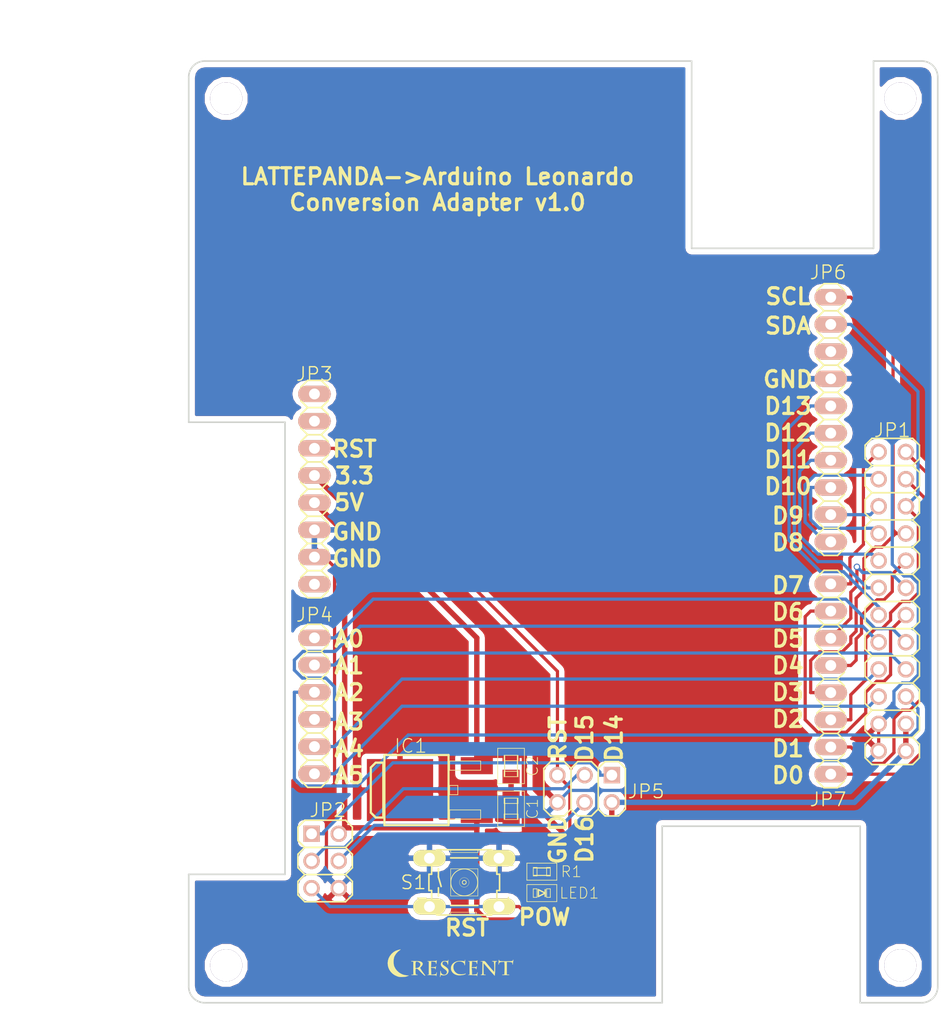
<source format=kicad_pcb>
(kicad_pcb (version 4) (host pcbnew 4.0.1-stable)

  (general
    (links 51)
    (no_connects 0)
    (area 88.750001 44.65 181.740046 140.47626)
    (thickness 1.6)
    (drawings 58)
    (tracks 267)
    (zones 0)
    (modules 18)
    (nets 29)
  )

  (page A4)
  (title_block
    (title "LattePanda to Arduino Leonard")
    (date 2017-06-17)
    (rev v1.0)
    (company Crescent)
  )

  (layers
    (0 F.Cu signal)
    (31 B.Cu signal)
    (32 B.Adhes user)
    (33 F.Adhes user)
    (34 B.Paste user)
    (35 F.Paste user)
    (36 B.SilkS user)
    (37 F.SilkS user)
    (38 B.Mask user)
    (39 F.Mask user)
    (40 Dwgs.User user)
    (41 Cmts.User user)
    (42 Eco1.User user)
    (43 Eco2.User user)
    (44 Edge.Cuts user)
    (45 Margin user)
    (46 B.CrtYd user)
    (47 F.CrtYd user)
    (48 B.Fab user)
    (49 F.Fab user)
  )

  (setup
    (last_trace_width 0.3)
    (trace_clearance 0.2)
    (zone_clearance 0.508)
    (zone_45_only no)
    (trace_min 0.2)
    (segment_width 0.2)
    (edge_width 0.15)
    (via_size 0.6)
    (via_drill 0.4)
    (via_min_size 0.4)
    (via_min_drill 0.3)
    (uvia_size 0.3)
    (uvia_drill 0.1)
    (uvias_allowed no)
    (uvia_min_size 0.2)
    (uvia_min_drill 0.1)
    (pcb_text_width 0.3)
    (pcb_text_size 1.5 1.5)
    (mod_edge_width 0.15)
    (mod_text_size 1 1)
    (mod_text_width 0.15)
    (pad_size 1.524 1.524)
    (pad_drill 1.016)
    (pad_to_mask_clearance 0.2)
    (aux_axis_origin 0 0)
    (visible_elements 7FFFFF7F)
    (pcbplotparams
      (layerselection 0x010fc_80000001)
      (usegerberextensions true)
      (excludeedgelayer true)
      (linewidth 0.050000)
      (plotframeref false)
      (viasonmask false)
      (mode 1)
      (useauxorigin false)
      (hpglpennumber 1)
      (hpglpenspeed 20)
      (hpglpendiameter 15)
      (hpglpenoverlay 2)
      (psnegative false)
      (psa4output false)
      (plotreference true)
      (plotvalue true)
      (plotinvisibletext false)
      (padsonsilk false)
      (subtractmaskfromsilk false)
      (outputformat 1)
      (mirror false)
      (drillshape 0)
      (scaleselection 1)
      (outputdirectory Gerber/))
  )

  (net 0 "")
  (net 1 5V)
  (net 2 GND)
  (net 3 3.3)
  (net 4 D7)
  (net 5 D0)
  (net 6 D8)
  (net 7 D1)
  (net 8 D9)
  (net 9 D2)
  (net 10 D10)
  (net 11 D3)
  (net 12 D11)
  (net 13 D4)
  (net 14 D12)
  (net 15 D5)
  (net 16 D13)
  (net 17 D6)
  (net 18 A3)
  (net 19 A0)
  (net 20 A4)
  (net 21 A1)
  (net 22 A5)
  (net 23 A2)
  (net 24 D14)
  (net 25 D15)
  (net 26 D16)
  (net 27 RST)
  (net 28 "Net-(LED1-PadK)")

  (net_class Default "これは標準のネット クラスです。"
    (clearance 0.2)
    (trace_width 0.3)
    (via_dia 0.6)
    (via_drill 0.4)
    (uvia_dia 0.3)
    (uvia_drill 0.1)
    (add_net A0)
    (add_net A1)
    (add_net A2)
    (add_net A3)
    (add_net A4)
    (add_net A5)
    (add_net D0)
    (add_net D1)
    (add_net D10)
    (add_net D11)
    (add_net D12)
    (add_net D13)
    (add_net D14)
    (add_net D15)
    (add_net D16)
    (add_net D2)
    (add_net D3)
    (add_net D4)
    (add_net D5)
    (add_net D6)
    (add_net D7)
    (add_net D8)
    (add_net D9)
    (add_net GND)
    (add_net "Net-(LED1-PadK)")
    (add_net RST)
  )

  (net_class POW ""
    (clearance 0.2)
    (trace_width 0.5)
    (via_dia 0.6)
    (via_drill 0.4)
    (uvia_dia 0.3)
    (uvia_drill 0.1)
    (add_net 3.3)
    (add_net 5V)
  )

  (module generic:generic-LED1608 (layer F.Cu) (tedit 5943C853) (tstamp 5943C986)
    (at 139.75 127.75)
    (descr "1608M 0603")
    (tags "1608M 0603")
    (path /594288D6)
    (attr smd)
    (fp_text reference LED1 (at 3.5 0) (layer F.SilkS)
      (effects (font (size 1.016 1.016) (thickness 0.0762)))
    )
    (fp_text value LED1608 (at 2.2479 1.19126) (layer B.SilkS) hide
      (effects (font (size 1.016 1.016) (thickness 0.0762)) (justify mirror))
    )
    (fp_line (start -0.79756 0.39878) (end -0.44958 0.39878) (layer F.SilkS) (width 0.06604))
    (fp_line (start -0.44958 0.39878) (end -0.44958 -0.39878) (layer F.SilkS) (width 0.06604))
    (fp_line (start -0.79756 -0.39878) (end -0.44958 -0.39878) (layer F.SilkS) (width 0.06604))
    (fp_line (start -0.79756 0.39878) (end -0.79756 -0.39878) (layer F.SilkS) (width 0.06604))
    (fp_line (start 0.44958 0.39878) (end 0.79756 0.39878) (layer F.SilkS) (width 0.06604))
    (fp_line (start 0.79756 0.39878) (end 0.79756 -0.39878) (layer F.SilkS) (width 0.06604))
    (fp_line (start 0.44958 -0.39878) (end 0.79756 -0.39878) (layer F.SilkS) (width 0.06604))
    (fp_line (start 0.44958 0.39878) (end 0.44958 -0.39878) (layer F.SilkS) (width 0.06604))
    (fp_line (start -1.39954 0.79756) (end 1.39954 0.79756) (layer F.SilkS) (width 0.06604))
    (fp_line (start 1.39954 0.79756) (end 1.39954 -0.79756) (layer F.SilkS) (width 0.06604))
    (fp_line (start -1.39954 -0.79756) (end 1.39954 -0.79756) (layer F.SilkS) (width 0.06604))
    (fp_line (start -1.39954 0.79756) (end -1.39954 -0.79756) (layer F.SilkS) (width 0.06604))
    (fp_line (start 0.3175 -0.3175) (end 0.3175 0.3175) (layer F.SilkS) (width 0.127))
    (fp_line (start 0.3175 0) (end -0.3175 -0.3175) (layer F.SilkS) (width 0.127))
    (fp_line (start -0.3175 -0.3175) (end -0.3175 0.3175) (layer F.SilkS) (width 0.127))
    (fp_line (start -0.3175 0.3175) (end 0.3175 0) (layer F.SilkS) (width 0.127))
    (pad A smd rect (at -0.87376 0) (size 1.04902 1.0795) (layers F.Cu F.Paste F.Mask)
      (net 3 3.3))
    (pad K smd rect (at 0.87376 0) (size 1.04902 1.0795) (layers F.Cu F.Paste F.Mask)
      (net 28 "Net-(LED1-PadK)"))
  )

  (module pin-head:pinhead-2X03 locked (layer F.Cu) (tedit 5943D768) (tstamp 59430A74)
    (at 119.5 124.75 270)
    (descr "PIN HEADER")
    (tags "PIN HEADER")
    (path /594269F0)
    (attr virtual)
    (fp_text reference JP2 (at -4.75 -0.25 360) (layer F.SilkS)
      (effects (font (size 1.27 1.27) (thickness 0.127)))
    )
    (fp_text value PINHD-2X3 (at 0 3.81 270) (layer F.SilkS) hide
      (effects (font (size 1.27 1.27) (thickness 0.1016)))
    )
    (fp_line (start -2.794 1.524) (end -2.286 1.524) (layer F.SilkS) (width 0.06604))
    (fp_line (start -2.286 1.524) (end -2.286 1.016) (layer F.SilkS) (width 0.06604))
    (fp_line (start -2.794 1.016) (end -2.286 1.016) (layer F.SilkS) (width 0.06604))
    (fp_line (start -2.794 1.524) (end -2.794 1.016) (layer F.SilkS) (width 0.06604))
    (fp_line (start -2.794 -1.016) (end -2.286 -1.016) (layer F.SilkS) (width 0.06604))
    (fp_line (start -2.286 -1.016) (end -2.286 -1.524) (layer F.SilkS) (width 0.06604))
    (fp_line (start -2.794 -1.524) (end -2.286 -1.524) (layer F.SilkS) (width 0.06604))
    (fp_line (start -2.794 -1.016) (end -2.794 -1.524) (layer F.SilkS) (width 0.06604))
    (fp_line (start -0.254 -1.016) (end 0.254 -1.016) (layer F.SilkS) (width 0.06604))
    (fp_line (start 0.254 -1.016) (end 0.254 -1.524) (layer F.SilkS) (width 0.06604))
    (fp_line (start -0.254 -1.524) (end 0.254 -1.524) (layer F.SilkS) (width 0.06604))
    (fp_line (start -0.254 -1.016) (end -0.254 -1.524) (layer F.SilkS) (width 0.06604))
    (fp_line (start -0.254 1.524) (end 0.254 1.524) (layer F.SilkS) (width 0.06604))
    (fp_line (start 0.254 1.524) (end 0.254 1.016) (layer F.SilkS) (width 0.06604))
    (fp_line (start -0.254 1.016) (end 0.254 1.016) (layer F.SilkS) (width 0.06604))
    (fp_line (start -0.254 1.524) (end -0.254 1.016) (layer F.SilkS) (width 0.06604))
    (fp_line (start 2.286 -1.016) (end 2.794 -1.016) (layer F.SilkS) (width 0.06604))
    (fp_line (start 2.794 -1.016) (end 2.794 -1.524) (layer F.SilkS) (width 0.06604))
    (fp_line (start 2.286 -1.524) (end 2.794 -1.524) (layer F.SilkS) (width 0.06604))
    (fp_line (start 2.286 -1.016) (end 2.286 -1.524) (layer F.SilkS) (width 0.06604))
    (fp_line (start 2.286 1.524) (end 2.794 1.524) (layer F.SilkS) (width 0.06604))
    (fp_line (start 2.794 1.524) (end 2.794 1.016) (layer F.SilkS) (width 0.06604))
    (fp_line (start 2.286 1.016) (end 2.794 1.016) (layer F.SilkS) (width 0.06604))
    (fp_line (start 2.286 1.524) (end 2.286 1.016) (layer F.SilkS) (width 0.06604))
    (fp_line (start -3.81 1.905) (end -3.175 2.54) (layer F.SilkS) (width 0.1524))
    (fp_line (start -1.905 2.54) (end -1.27 1.905) (layer F.SilkS) (width 0.1524))
    (fp_line (start -1.27 1.905) (end -0.635 2.54) (layer F.SilkS) (width 0.1524))
    (fp_line (start 0.635 2.54) (end 1.27 1.905) (layer F.SilkS) (width 0.1524))
    (fp_line (start -3.81 1.905) (end -3.81 -1.905) (layer F.SilkS) (width 0.1524))
    (fp_line (start -3.81 -1.905) (end -3.175 -2.54) (layer F.SilkS) (width 0.1524))
    (fp_line (start -3.175 -2.54) (end -1.905 -2.54) (layer F.SilkS) (width 0.1524))
    (fp_line (start -1.905 -2.54) (end -1.27 -1.905) (layer F.SilkS) (width 0.1524))
    (fp_line (start -1.27 -1.905) (end -0.635 -2.54) (layer F.SilkS) (width 0.1524))
    (fp_line (start -0.635 -2.54) (end 0.635 -2.54) (layer F.SilkS) (width 0.1524))
    (fp_line (start 0.635 -2.54) (end 1.27 -1.905) (layer F.SilkS) (width 0.1524))
    (fp_line (start -1.27 -1.905) (end -1.27 1.905) (layer F.SilkS) (width 0.1524))
    (fp_line (start 1.27 -1.905) (end 1.27 1.905) (layer F.SilkS) (width 0.1524))
    (fp_line (start -0.635 2.54) (end 0.635 2.54) (layer F.SilkS) (width 0.1524))
    (fp_line (start -3.175 2.54) (end -1.905 2.54) (layer F.SilkS) (width 0.1524))
    (fp_line (start 1.27 1.905) (end 1.905 2.54) (layer F.SilkS) (width 0.1524))
    (fp_line (start 3.175 2.54) (end 3.81 1.905) (layer F.SilkS) (width 0.1524))
    (fp_line (start 1.27 -1.905) (end 1.905 -2.54) (layer F.SilkS) (width 0.1524))
    (fp_line (start 1.905 -2.54) (end 3.175 -2.54) (layer F.SilkS) (width 0.1524))
    (fp_line (start 3.175 -2.54) (end 3.81 -1.905) (layer F.SilkS) (width 0.1524))
    (fp_line (start 3.81 -1.905) (end 3.81 1.905) (layer F.SilkS) (width 0.1524))
    (fp_line (start 1.905 2.54) (end 3.175 2.54) (layer F.SilkS) (width 0.1524))
    (pad 1 thru_hole rect (at -2.54 1.27 270) (size 1.524 1.524) (drill 1.016) (layers *.Cu *.Paste *.SilkS *.Mask)
      (net 24 D14))
    (pad 2 thru_hole circle (at -2.54 -1.27 270) (size 1.524 1.524) (drill 1.016) (layers *.Cu *.Paste *.SilkS *.Mask)
      (net 1 5V))
    (pad 3 thru_hole circle (at 0 1.27 270) (size 1.524 1.524) (drill 1.016) (layers *.Cu *.Paste *.SilkS *.Mask)
      (net 25 D15))
    (pad 4 thru_hole circle (at 0 -1.27 270) (size 1.524 1.524) (drill 1.016) (layers *.Cu *.Paste *.SilkS *.Mask)
      (net 26 D16))
    (pad 5 thru_hole circle (at 2.54 1.27 270) (size 1.524 1.524) (drill 1.016) (layers *.Cu *.Paste *.SilkS *.Mask)
      (net 27 RST))
    (pad 6 thru_hole circle (at 2.54 -1.27 270) (size 1.524 1.524) (drill 1.016) (layers *.Cu *.Paste *.SilkS *.Mask)
      (net 2 GND))
  )

  (module switch:pinhead-1X06 locked (layer F.Cu) (tedit 5943D745) (tstamp 59430B26)
    (at 118.5 110.25 270)
    (descr "PIN HEADER")
    (tags "PIN HEADER")
    (path /59426E37)
    (attr virtual)
    (fp_text reference JP4 (at -8.5 0 360) (layer F.SilkS)
      (effects (font (size 1.27 1.27) (thickness 0.127)))
    )
    (fp_text value PINHD-1X6 (at -3.81 2.54 270) (layer F.SilkS) hide
      (effects (font (size 1.27 1.27) (thickness 0.1016)))
    )
    (fp_line (start 3.556 0.254) (end 4.064 0.254) (layer F.SilkS) (width 0.06604))
    (fp_line (start 4.064 0.254) (end 4.064 -0.254) (layer F.SilkS) (width 0.06604))
    (fp_line (start 3.556 -0.254) (end 4.064 -0.254) (layer F.SilkS) (width 0.06604))
    (fp_line (start 3.556 0.254) (end 3.556 -0.254) (layer F.SilkS) (width 0.06604))
    (fp_line (start 1.016 0.254) (end 1.524 0.254) (layer F.SilkS) (width 0.06604))
    (fp_line (start 1.524 0.254) (end 1.524 -0.254) (layer F.SilkS) (width 0.06604))
    (fp_line (start 1.016 -0.254) (end 1.524 -0.254) (layer F.SilkS) (width 0.06604))
    (fp_line (start 1.016 0.254) (end 1.016 -0.254) (layer F.SilkS) (width 0.06604))
    (fp_line (start -1.524 0.254) (end -1.016 0.254) (layer F.SilkS) (width 0.06604))
    (fp_line (start -1.016 0.254) (end -1.016 -0.254) (layer F.SilkS) (width 0.06604))
    (fp_line (start -1.524 -0.254) (end -1.016 -0.254) (layer F.SilkS) (width 0.06604))
    (fp_line (start -1.524 0.254) (end -1.524 -0.254) (layer F.SilkS) (width 0.06604))
    (fp_line (start -4.064 0.254) (end -3.556 0.254) (layer F.SilkS) (width 0.06604))
    (fp_line (start -3.556 0.254) (end -3.556 -0.254) (layer F.SilkS) (width 0.06604))
    (fp_line (start -4.064 -0.254) (end -3.556 -0.254) (layer F.SilkS) (width 0.06604))
    (fp_line (start -4.064 0.254) (end -4.064 -0.254) (layer F.SilkS) (width 0.06604))
    (fp_line (start -6.604 0.254) (end -6.096 0.254) (layer F.SilkS) (width 0.06604))
    (fp_line (start -6.096 0.254) (end -6.096 -0.254) (layer F.SilkS) (width 0.06604))
    (fp_line (start -6.604 -0.254) (end -6.096 -0.254) (layer F.SilkS) (width 0.06604))
    (fp_line (start -6.604 0.254) (end -6.604 -0.254) (layer F.SilkS) (width 0.06604))
    (fp_line (start 6.096 0.254) (end 6.604 0.254) (layer F.SilkS) (width 0.06604))
    (fp_line (start 6.604 0.254) (end 6.604 -0.254) (layer F.SilkS) (width 0.06604))
    (fp_line (start 6.096 -0.254) (end 6.604 -0.254) (layer F.SilkS) (width 0.06604))
    (fp_line (start 6.096 0.254) (end 6.096 -0.254) (layer F.SilkS) (width 0.06604))
    (fp_line (start 0.635 -1.27) (end 1.905 -1.27) (layer F.SilkS) (width 0.1524))
    (fp_line (start 1.905 -1.27) (end 2.54 -0.635) (layer F.SilkS) (width 0.1524))
    (fp_line (start 2.54 -0.635) (end 2.54 0.635) (layer F.SilkS) (width 0.1524))
    (fp_line (start 2.54 0.635) (end 1.905 1.27) (layer F.SilkS) (width 0.1524))
    (fp_line (start 2.54 -0.635) (end 3.175 -1.27) (layer F.SilkS) (width 0.1524))
    (fp_line (start 3.175 -1.27) (end 4.445 -1.27) (layer F.SilkS) (width 0.1524))
    (fp_line (start 4.445 -1.27) (end 5.08 -0.635) (layer F.SilkS) (width 0.1524))
    (fp_line (start 5.08 -0.635) (end 5.08 0.635) (layer F.SilkS) (width 0.1524))
    (fp_line (start 5.08 0.635) (end 4.445 1.27) (layer F.SilkS) (width 0.1524))
    (fp_line (start 4.445 1.27) (end 3.175 1.27) (layer F.SilkS) (width 0.1524))
    (fp_line (start 3.175 1.27) (end 2.54 0.635) (layer F.SilkS) (width 0.1524))
    (fp_line (start -2.54 -0.635) (end -1.905 -1.27) (layer F.SilkS) (width 0.1524))
    (fp_line (start -1.905 -1.27) (end -0.635 -1.27) (layer F.SilkS) (width 0.1524))
    (fp_line (start -0.635 -1.27) (end 0 -0.635) (layer F.SilkS) (width 0.1524))
    (fp_line (start 0 -0.635) (end 0 0.635) (layer F.SilkS) (width 0.1524))
    (fp_line (start 0 0.635) (end -0.635 1.27) (layer F.SilkS) (width 0.1524))
    (fp_line (start -0.635 1.27) (end -1.905 1.27) (layer F.SilkS) (width 0.1524))
    (fp_line (start -1.905 1.27) (end -2.54 0.635) (layer F.SilkS) (width 0.1524))
    (fp_line (start 0.635 -1.27) (end 0 -0.635) (layer F.SilkS) (width 0.1524))
    (fp_line (start 0 0.635) (end 0.635 1.27) (layer F.SilkS) (width 0.1524))
    (fp_line (start 1.905 1.27) (end 0.635 1.27) (layer F.SilkS) (width 0.1524))
    (fp_line (start -6.985 -1.27) (end -5.715 -1.27) (layer F.SilkS) (width 0.1524))
    (fp_line (start -5.715 -1.27) (end -5.08 -0.635) (layer F.SilkS) (width 0.1524))
    (fp_line (start -5.08 -0.635) (end -5.08 0.635) (layer F.SilkS) (width 0.1524))
    (fp_line (start -5.08 0.635) (end -5.715 1.27) (layer F.SilkS) (width 0.1524))
    (fp_line (start -5.08 -0.635) (end -4.445 -1.27) (layer F.SilkS) (width 0.1524))
    (fp_line (start -4.445 -1.27) (end -3.175 -1.27) (layer F.SilkS) (width 0.1524))
    (fp_line (start -3.175 -1.27) (end -2.54 -0.635) (layer F.SilkS) (width 0.1524))
    (fp_line (start -2.54 -0.635) (end -2.54 0.635) (layer F.SilkS) (width 0.1524))
    (fp_line (start -2.54 0.635) (end -3.175 1.27) (layer F.SilkS) (width 0.1524))
    (fp_line (start -3.175 1.27) (end -4.445 1.27) (layer F.SilkS) (width 0.1524))
    (fp_line (start -4.445 1.27) (end -5.08 0.635) (layer F.SilkS) (width 0.1524))
    (fp_line (start -7.62 -0.635) (end -7.62 0.635) (layer F.SilkS) (width 0.1524))
    (fp_line (start -6.985 -1.27) (end -7.62 -0.635) (layer F.SilkS) (width 0.1524))
    (fp_line (start -7.62 0.635) (end -6.985 1.27) (layer F.SilkS) (width 0.1524))
    (fp_line (start -5.715 1.27) (end -6.985 1.27) (layer F.SilkS) (width 0.1524))
    (fp_line (start 5.715 -1.27) (end 6.985 -1.27) (layer F.SilkS) (width 0.1524))
    (fp_line (start 6.985 -1.27) (end 7.62 -0.635) (layer F.SilkS) (width 0.1524))
    (fp_line (start 7.62 -0.635) (end 7.62 0.635) (layer F.SilkS) (width 0.1524))
    (fp_line (start 7.62 0.635) (end 6.985 1.27) (layer F.SilkS) (width 0.1524))
    (fp_line (start 5.715 -1.27) (end 5.08 -0.635) (layer F.SilkS) (width 0.1524))
    (fp_line (start 5.08 0.635) (end 5.715 1.27) (layer F.SilkS) (width 0.1524))
    (fp_line (start 6.985 1.27) (end 5.715 1.27) (layer F.SilkS) (width 0.1524))
    (pad 1 thru_hole oval (at -6.35 0 90) (size 1.524 3.048) (drill 1.016) (layers *.Cu *.Paste *.SilkS *.Mask)
      (net 19 A0))
    (pad 2 thru_hole oval (at -3.81 0 90) (size 1.524 3.048) (drill 1.016) (layers *.Cu *.Paste *.SilkS *.Mask)
      (net 21 A1))
    (pad 3 thru_hole oval (at -1.27 0 90) (size 1.524 3.048) (drill 1.016) (layers *.Cu *.Paste *.SilkS *.Mask)
      (net 23 A2))
    (pad 4 thru_hole oval (at 1.27 0 90) (size 1.524 3.048) (drill 1.016) (layers *.Cu *.Paste *.SilkS *.Mask)
      (net 18 A3))
    (pad 5 thru_hole oval (at 3.81 0 90) (size 1.524 3.048) (drill 1.016) (layers *.Cu *.Paste *.SilkS *.Mask)
      (net 20 A4))
    (pad 6 thru_hole oval (at 6.35 0 90) (size 1.524 3.048) (drill 1.016) (layers *.Cu *.Paste *.SilkS *.Mask)
      (net 22 A5))
  )

  (module switch-omron:switch-omron-B3F-10XX locked placed (layer F.Cu) (tedit 5943D77B) (tstamp 59430CA8)
    (at 132.5 126.75)
    (descr "OMRON SWITCH")
    (tags "OMRON SWITCH")
    (path /5942BF35)
    (attr virtual)
    (fp_text reference S1 (at -4.75 0) (layer F.SilkS)
      (effects (font (size 1.27 1.27) (thickness 0.127)))
    )
    (fp_text value 10-XX (at 0.762 4.445) (layer F.SilkS) hide
      (effects (font (size 1.27 1.27) (thickness 0.127)))
    )
    (fp_line (start 3.302 0.762) (end 3.048 0.762) (layer F.SilkS) (width 0.1524))
    (fp_line (start 3.302 0.762) (end 3.302 -0.762) (layer F.SilkS) (width 0.1524))
    (fp_line (start 3.048 -0.762) (end 3.302 -0.762) (layer F.SilkS) (width 0.1524))
    (fp_line (start 3.048 -1.016) (end 3.048 -2.54) (layer F.SilkS) (width 0.1524))
    (fp_line (start -3.302 -0.762) (end -3.048 -0.762) (layer F.SilkS) (width 0.1524))
    (fp_line (start -3.302 -0.762) (end -3.302 0.762) (layer F.SilkS) (width 0.1524))
    (fp_line (start -3.048 0.762) (end -3.302 0.762) (layer F.SilkS) (width 0.1524))
    (fp_line (start 3.048 -2.54) (end 2.54 -3.048) (layer F.SilkS) (width 0.1524))
    (fp_line (start 2.54 3.048) (end 3.048 2.54) (layer F.SilkS) (width 0.1524))
    (fp_line (start 3.048 2.54) (end 3.048 1.016) (layer F.SilkS) (width 0.1524))
    (fp_line (start -2.54 -3.048) (end -3.048 -2.54) (layer F.SilkS) (width 0.1524))
    (fp_line (start -3.048 -2.54) (end -3.048 -1.016) (layer F.SilkS) (width 0.1524))
    (fp_line (start -2.54 3.048) (end -3.048 2.54) (layer F.SilkS) (width 0.1524))
    (fp_line (start -3.048 2.54) (end -3.048 1.016) (layer F.SilkS) (width 0.1524))
    (fp_line (start -1.27 -1.27) (end -1.27 1.27) (layer F.SilkS) (width 0.0508))
    (fp_line (start 1.27 1.27) (end -1.27 1.27) (layer F.SilkS) (width 0.0508))
    (fp_line (start 1.27 1.27) (end 1.27 -1.27) (layer F.SilkS) (width 0.0508))
    (fp_line (start -1.27 -1.27) (end 1.27 -1.27) (layer F.SilkS) (width 0.0508))
    (fp_line (start -1.27 -3.048) (end -1.27 -2.794) (layer F.SilkS) (width 0.0508))
    (fp_line (start 1.27 -2.794) (end -1.27 -2.794) (layer F.SilkS) (width 0.0508))
    (fp_line (start 1.27 -2.794) (end 1.27 -3.048) (layer F.SilkS) (width 0.0508))
    (fp_line (start 1.143 2.794) (end -1.27 2.794) (layer F.SilkS) (width 0.0508))
    (fp_line (start 1.143 2.794) (end 1.143 3.048) (layer F.SilkS) (width 0.0508))
    (fp_line (start -1.27 2.794) (end -1.27 3.048) (layer F.SilkS) (width 0.0508))
    (fp_line (start 2.54 3.048) (end 2.159 3.048) (layer F.SilkS) (width 0.1524))
    (fp_line (start -2.54 3.048) (end -2.159 3.048) (layer F.SilkS) (width 0.1524))
    (fp_line (start -2.159 3.048) (end -1.27 3.048) (layer F.SilkS) (width 0.1524))
    (fp_line (start -2.54 -3.048) (end -2.159 -3.048) (layer F.SilkS) (width 0.1524))
    (fp_line (start 2.54 -3.048) (end 2.159 -3.048) (layer F.SilkS) (width 0.1524))
    (fp_line (start 2.159 -3.048) (end 1.27 -3.048) (layer F.SilkS) (width 0.1524))
    (fp_line (start 1.27 -3.048) (end -1.27 -3.048) (layer F.SilkS) (width 0.1524))
    (fp_line (start -1.27 -3.048) (end -2.159 -3.048) (layer F.SilkS) (width 0.1524))
    (fp_line (start -1.27 3.048) (end 1.143 3.048) (layer F.SilkS) (width 0.1524))
    (fp_line (start 1.143 3.048) (end 2.159 3.048) (layer F.SilkS) (width 0.1524))
    (fp_line (start 3.048 0.762) (end 3.048 1.016) (layer F.SilkS) (width 0.1524))
    (fp_line (start 3.048 -0.762) (end 3.048 -1.016) (layer F.SilkS) (width 0.1524))
    (fp_line (start -3.048 0.762) (end -3.048 1.016) (layer F.SilkS) (width 0.1524))
    (fp_line (start -3.048 -0.762) (end -3.048 -1.016) (layer F.SilkS) (width 0.1524))
    (fp_line (start -1.27 2.159) (end 1.27 2.159) (layer F.SilkS) (width 0.1524))
    (fp_line (start 1.27 -2.286) (end -1.27 -2.286) (layer F.SilkS) (width 0.1524))
    (fp_line (start -2.413 -1.27) (end -2.413 -0.508) (layer F.SilkS) (width 0.1524))
    (fp_line (start -2.413 0.508) (end -2.413 1.27) (layer F.SilkS) (width 0.1524))
    (fp_line (start -2.413 -0.508) (end -2.159 0.381) (layer F.SilkS) (width 0.1524))
    (fp_circle (center 0 0) (end -0.889 0.889) (layer F.SilkS) (width 0.0762))
    (fp_circle (center -2.159 2.159) (end -2.413 2.413) (layer F.SilkS) (width 0.0762))
    (fp_circle (center 2.159 2.032) (end 2.413 2.286) (layer F.SilkS) (width 0.0762))
    (fp_circle (center 2.159 -2.159) (end 2.413 -2.413) (layer F.SilkS) (width 0.0762))
    (fp_circle (center -2.159 -2.159) (end -2.413 -2.413) (layer F.SilkS) (width 0.0762))
    (fp_circle (center 0 0) (end -0.3175 0.3175) (layer F.SilkS) (width 0.0254))
    (fp_circle (center 0 0) (end -0.127 0.127) (layer F.SilkS) (width 0.0762))
    (fp_text user 1 (at -3.683 -2.286) (layer F.SilkS)
      (effects (font (size 1.27 1.27) (thickness 0.127)))
    )
    (fp_text user 2 (at 4.191 -2.159) (layer F.SilkS)
      (effects (font (size 1.27 1.27) (thickness 0.127)))
    )
    (fp_text user 3 (at -3.937 2.159) (layer F.SilkS)
      (effects (font (size 1.27 1.27) (thickness 0.127)))
    )
    (fp_text user 4 (at 4.191 2.159) (layer F.SilkS)
      (effects (font (size 1.27 1.27) (thickness 0.127)))
    )
    (pad 1 thru_hole oval (at -3.2512 -2.2606 90) (size 1.524 3.048) (drill 1.016) (layers *.Cu *.Paste *.Mask F.SilkS)
      (net 2 GND))
    (pad 2 thru_hole oval (at 3.2512 -2.2606 90) (size 1.524 3.048) (drill 1.016) (layers *.Cu *.Paste *.Mask F.SilkS)
      (net 2 GND))
    (pad 3 thru_hole oval (at -3.2512 2.2606 90) (size 1.524 3.048) (drill 1.016) (layers *.Cu *.Paste *.Mask F.SilkS)
      (net 27 RST))
    (pad 4 thru_hole oval (at 3.2512 2.2606 90) (size 1.524 3.048) (drill 1.016) (layers *.Cu *.Paste *.Mask F.SilkS)
      (net 27 RST))
  )

  (module Mounting_Holes:MountingHole_3mm locked (layer F.Cu) (tedit 59430AF3) (tstamp 59431B8D)
    (at 110.25 134.5)
    (descr "Mounting hole, Befestigungsbohrung, 3mm, No Annular, Kein Restring,")
    (tags "Mounting hole, Befestigungsbohrung, 3mm, No Annular, Kein Restring,")
    (fp_text reference REF4 (at 0 -4.0005) (layer F.SilkS) hide
      (effects (font (size 1 1) (thickness 0.15)))
    )
    (fp_text value MountingHole_3mm (at 1.00076 5.00126) (layer F.Fab) hide
      (effects (font (size 1 1) (thickness 0.15)))
    )
    (fp_circle (center 0 0) (end 3 0) (layer Cmts.User) (width 0.381))
    (pad 1 thru_hole circle (at 0 0) (size 3 3) (drill 3) (layers))
  )

  (module Mounting_Holes:MountingHole_3mm locked (layer F.Cu) (tedit 59430AE8) (tstamp 59431B87)
    (at 173.25 134.5)
    (descr "Mounting hole, Befestigungsbohrung, 3mm, No Annular, Kein Restring,")
    (tags "Mounting hole, Befestigungsbohrung, 3mm, No Annular, Kein Restring,")
    (fp_text reference REF3 (at 0 -4.0005) (layer F.SilkS) hide
      (effects (font (size 1 1) (thickness 0.15)))
    )
    (fp_text value MountingHole_3mm (at 1.00076 5.00126) (layer F.Fab) hide
      (effects (font (size 1 1) (thickness 0.15)))
    )
    (fp_circle (center 0 0) (end 3 0) (layer Cmts.User) (width 0.381))
    (pad 1 thru_hole circle (at 0 0) (size 3 3) (drill 3) (layers))
  )

  (module pin-head:pinhead-2X12 locked (layer F.Cu) (tedit 5943D831) (tstamp 59430A3C)
    (at 172.5 100.5 270)
    (descr "PIN HEADER")
    (tags "PIN HEADER")
    (path /594265F4)
    (attr virtual)
    (fp_text reference JP1 (at -16 0 360) (layer F.SilkS)
      (effects (font (size 1.27 1.27) (thickness 0.127)))
    )
    (fp_text value PINHD-2X12 (at -11.43 3.81 270) (layer F.SilkS) hide
      (effects (font (size 1.27 1.27) (thickness 0.1016)))
    )
    (fp_line (start -14.224 1.524) (end -13.716 1.524) (layer F.SilkS) (width 0.06604))
    (fp_line (start -13.716 1.524) (end -13.716 1.016) (layer F.SilkS) (width 0.06604))
    (fp_line (start -14.224 1.016) (end -13.716 1.016) (layer F.SilkS) (width 0.06604))
    (fp_line (start -14.224 1.524) (end -14.224 1.016) (layer F.SilkS) (width 0.06604))
    (fp_line (start -14.224 -1.016) (end -13.716 -1.016) (layer F.SilkS) (width 0.06604))
    (fp_line (start -13.716 -1.016) (end -13.716 -1.524) (layer F.SilkS) (width 0.06604))
    (fp_line (start -14.224 -1.524) (end -13.716 -1.524) (layer F.SilkS) (width 0.06604))
    (fp_line (start -14.224 -1.016) (end -14.224 -1.524) (layer F.SilkS) (width 0.06604))
    (fp_line (start -11.684 -1.016) (end -11.176 -1.016) (layer F.SilkS) (width 0.06604))
    (fp_line (start -11.176 -1.016) (end -11.176 -1.524) (layer F.SilkS) (width 0.06604))
    (fp_line (start -11.684 -1.524) (end -11.176 -1.524) (layer F.SilkS) (width 0.06604))
    (fp_line (start -11.684 -1.016) (end -11.684 -1.524) (layer F.SilkS) (width 0.06604))
    (fp_line (start -11.684 1.524) (end -11.176 1.524) (layer F.SilkS) (width 0.06604))
    (fp_line (start -11.176 1.524) (end -11.176 1.016) (layer F.SilkS) (width 0.06604))
    (fp_line (start -11.684 1.016) (end -11.176 1.016) (layer F.SilkS) (width 0.06604))
    (fp_line (start -11.684 1.524) (end -11.684 1.016) (layer F.SilkS) (width 0.06604))
    (fp_line (start -9.144 -1.016) (end -8.636 -1.016) (layer F.SilkS) (width 0.06604))
    (fp_line (start -8.636 -1.016) (end -8.636 -1.524) (layer F.SilkS) (width 0.06604))
    (fp_line (start -9.144 -1.524) (end -8.636 -1.524) (layer F.SilkS) (width 0.06604))
    (fp_line (start -9.144 -1.016) (end -9.144 -1.524) (layer F.SilkS) (width 0.06604))
    (fp_line (start -9.144 1.524) (end -8.636 1.524) (layer F.SilkS) (width 0.06604))
    (fp_line (start -8.636 1.524) (end -8.636 1.016) (layer F.SilkS) (width 0.06604))
    (fp_line (start -9.144 1.016) (end -8.636 1.016) (layer F.SilkS) (width 0.06604))
    (fp_line (start -9.144 1.524) (end -9.144 1.016) (layer F.SilkS) (width 0.06604))
    (fp_line (start -6.604 -1.016) (end -6.096 -1.016) (layer F.SilkS) (width 0.06604))
    (fp_line (start -6.096 -1.016) (end -6.096 -1.524) (layer F.SilkS) (width 0.06604))
    (fp_line (start -6.604 -1.524) (end -6.096 -1.524) (layer F.SilkS) (width 0.06604))
    (fp_line (start -6.604 -1.016) (end -6.604 -1.524) (layer F.SilkS) (width 0.06604))
    (fp_line (start -4.064 -1.016) (end -3.556 -1.016) (layer F.SilkS) (width 0.06604))
    (fp_line (start -3.556 -1.016) (end -3.556 -1.524) (layer F.SilkS) (width 0.06604))
    (fp_line (start -4.064 -1.524) (end -3.556 -1.524) (layer F.SilkS) (width 0.06604))
    (fp_line (start -4.064 -1.016) (end -4.064 -1.524) (layer F.SilkS) (width 0.06604))
    (fp_line (start -1.524 -1.016) (end -1.016 -1.016) (layer F.SilkS) (width 0.06604))
    (fp_line (start -1.016 -1.016) (end -1.016 -1.524) (layer F.SilkS) (width 0.06604))
    (fp_line (start -1.524 -1.524) (end -1.016 -1.524) (layer F.SilkS) (width 0.06604))
    (fp_line (start -1.524 -1.016) (end -1.524 -1.524) (layer F.SilkS) (width 0.06604))
    (fp_line (start -6.604 1.524) (end -6.096 1.524) (layer F.SilkS) (width 0.06604))
    (fp_line (start -6.096 1.524) (end -6.096 1.016) (layer F.SilkS) (width 0.06604))
    (fp_line (start -6.604 1.016) (end -6.096 1.016) (layer F.SilkS) (width 0.06604))
    (fp_line (start -6.604 1.524) (end -6.604 1.016) (layer F.SilkS) (width 0.06604))
    (fp_line (start -4.064 1.524) (end -3.556 1.524) (layer F.SilkS) (width 0.06604))
    (fp_line (start -3.556 1.524) (end -3.556 1.016) (layer F.SilkS) (width 0.06604))
    (fp_line (start -4.064 1.016) (end -3.556 1.016) (layer F.SilkS) (width 0.06604))
    (fp_line (start -4.064 1.524) (end -4.064 1.016) (layer F.SilkS) (width 0.06604))
    (fp_line (start -1.524 1.524) (end -1.016 1.524) (layer F.SilkS) (width 0.06604))
    (fp_line (start -1.016 1.524) (end -1.016 1.016) (layer F.SilkS) (width 0.06604))
    (fp_line (start -1.524 1.016) (end -1.016 1.016) (layer F.SilkS) (width 0.06604))
    (fp_line (start -1.524 1.524) (end -1.524 1.016) (layer F.SilkS) (width 0.06604))
    (fp_line (start 1.016 -1.016) (end 1.524 -1.016) (layer F.SilkS) (width 0.06604))
    (fp_line (start 1.524 -1.016) (end 1.524 -1.524) (layer F.SilkS) (width 0.06604))
    (fp_line (start 1.016 -1.524) (end 1.524 -1.524) (layer F.SilkS) (width 0.06604))
    (fp_line (start 1.016 -1.016) (end 1.016 -1.524) (layer F.SilkS) (width 0.06604))
    (fp_line (start 1.016 1.524) (end 1.524 1.524) (layer F.SilkS) (width 0.06604))
    (fp_line (start 1.524 1.524) (end 1.524 1.016) (layer F.SilkS) (width 0.06604))
    (fp_line (start 1.016 1.016) (end 1.524 1.016) (layer F.SilkS) (width 0.06604))
    (fp_line (start 1.016 1.524) (end 1.016 1.016) (layer F.SilkS) (width 0.06604))
    (fp_line (start 3.556 -1.016) (end 4.064 -1.016) (layer F.SilkS) (width 0.06604))
    (fp_line (start 4.064 -1.016) (end 4.064 -1.524) (layer F.SilkS) (width 0.06604))
    (fp_line (start 3.556 -1.524) (end 4.064 -1.524) (layer F.SilkS) (width 0.06604))
    (fp_line (start 3.556 -1.016) (end 3.556 -1.524) (layer F.SilkS) (width 0.06604))
    (fp_line (start 3.556 1.524) (end 4.064 1.524) (layer F.SilkS) (width 0.06604))
    (fp_line (start 4.064 1.524) (end 4.064 1.016) (layer F.SilkS) (width 0.06604))
    (fp_line (start 3.556 1.016) (end 4.064 1.016) (layer F.SilkS) (width 0.06604))
    (fp_line (start 3.556 1.524) (end 3.556 1.016) (layer F.SilkS) (width 0.06604))
    (fp_line (start 6.096 -1.016) (end 6.604 -1.016) (layer F.SilkS) (width 0.06604))
    (fp_line (start 6.604 -1.016) (end 6.604 -1.524) (layer F.SilkS) (width 0.06604))
    (fp_line (start 6.096 -1.524) (end 6.604 -1.524) (layer F.SilkS) (width 0.06604))
    (fp_line (start 6.096 -1.016) (end 6.096 -1.524) (layer F.SilkS) (width 0.06604))
    (fp_line (start 6.096 1.524) (end 6.604 1.524) (layer F.SilkS) (width 0.06604))
    (fp_line (start 6.604 1.524) (end 6.604 1.016) (layer F.SilkS) (width 0.06604))
    (fp_line (start 6.096 1.016) (end 6.604 1.016) (layer F.SilkS) (width 0.06604))
    (fp_line (start 6.096 1.524) (end 6.096 1.016) (layer F.SilkS) (width 0.06604))
    (fp_line (start 8.636 -1.016) (end 9.144 -1.016) (layer F.SilkS) (width 0.06604))
    (fp_line (start 9.144 -1.016) (end 9.144 -1.524) (layer F.SilkS) (width 0.06604))
    (fp_line (start 8.636 -1.524) (end 9.144 -1.524) (layer F.SilkS) (width 0.06604))
    (fp_line (start 8.636 -1.016) (end 8.636 -1.524) (layer F.SilkS) (width 0.06604))
    (fp_line (start 8.636 1.524) (end 9.144 1.524) (layer F.SilkS) (width 0.06604))
    (fp_line (start 9.144 1.524) (end 9.144 1.016) (layer F.SilkS) (width 0.06604))
    (fp_line (start 8.636 1.016) (end 9.144 1.016) (layer F.SilkS) (width 0.06604))
    (fp_line (start 8.636 1.524) (end 8.636 1.016) (layer F.SilkS) (width 0.06604))
    (fp_line (start 11.176 -1.016) (end 11.684 -1.016) (layer F.SilkS) (width 0.06604))
    (fp_line (start 11.684 -1.016) (end 11.684 -1.524) (layer F.SilkS) (width 0.06604))
    (fp_line (start 11.176 -1.524) (end 11.684 -1.524) (layer F.SilkS) (width 0.06604))
    (fp_line (start 11.176 -1.016) (end 11.176 -1.524) (layer F.SilkS) (width 0.06604))
    (fp_line (start 11.176 1.524) (end 11.684 1.524) (layer F.SilkS) (width 0.06604))
    (fp_line (start 11.684 1.524) (end 11.684 1.016) (layer F.SilkS) (width 0.06604))
    (fp_line (start 11.176 1.016) (end 11.684 1.016) (layer F.SilkS) (width 0.06604))
    (fp_line (start 11.176 1.524) (end 11.176 1.016) (layer F.SilkS) (width 0.06604))
    (fp_line (start 13.716 -1.016) (end 14.224 -1.016) (layer F.SilkS) (width 0.06604))
    (fp_line (start 14.224 -1.016) (end 14.224 -1.524) (layer F.SilkS) (width 0.06604))
    (fp_line (start 13.716 -1.524) (end 14.224 -1.524) (layer F.SilkS) (width 0.06604))
    (fp_line (start 13.716 -1.016) (end 13.716 -1.524) (layer F.SilkS) (width 0.06604))
    (fp_line (start 13.716 1.524) (end 14.224 1.524) (layer F.SilkS) (width 0.06604))
    (fp_line (start 14.224 1.524) (end 14.224 1.016) (layer F.SilkS) (width 0.06604))
    (fp_line (start 13.716 1.016) (end 14.224 1.016) (layer F.SilkS) (width 0.06604))
    (fp_line (start 13.716 1.524) (end 13.716 1.016) (layer F.SilkS) (width 0.06604))
    (fp_line (start -15.24 1.905) (end -14.605 2.54) (layer F.SilkS) (width 0.1524))
    (fp_line (start -14.605 2.54) (end -13.335 2.54) (layer F.SilkS) (width 0.1524))
    (fp_line (start -13.335 2.54) (end -12.7 1.905) (layer F.SilkS) (width 0.1524))
    (fp_line (start -12.7 1.905) (end -12.065 2.54) (layer F.SilkS) (width 0.1524))
    (fp_line (start -12.065 2.54) (end -10.795 2.54) (layer F.SilkS) (width 0.1524))
    (fp_line (start -10.795 2.54) (end -10.16 1.905) (layer F.SilkS) (width 0.1524))
    (fp_line (start -10.16 1.905) (end -9.525 2.54) (layer F.SilkS) (width 0.1524))
    (fp_line (start -9.525 2.54) (end -8.255 2.54) (layer F.SilkS) (width 0.1524))
    (fp_line (start -8.255 2.54) (end -7.62 1.905) (layer F.SilkS) (width 0.1524))
    (fp_line (start -7.62 1.905) (end -6.985 2.54) (layer F.SilkS) (width 0.1524))
    (fp_line (start -6.985 2.54) (end -5.715 2.54) (layer F.SilkS) (width 0.1524))
    (fp_line (start -5.715 2.54) (end -5.08 1.905) (layer F.SilkS) (width 0.1524))
    (fp_line (start -5.08 1.905) (end -4.445 2.54) (layer F.SilkS) (width 0.1524))
    (fp_line (start -4.445 2.54) (end -3.175 2.54) (layer F.SilkS) (width 0.1524))
    (fp_line (start -3.175 2.54) (end -2.54 1.905) (layer F.SilkS) (width 0.1524))
    (fp_line (start -2.54 1.905) (end -1.905 2.54) (layer F.SilkS) (width 0.1524))
    (fp_line (start -1.905 2.54) (end -0.635 2.54) (layer F.SilkS) (width 0.1524))
    (fp_line (start -0.635 2.54) (end 0 1.905) (layer F.SilkS) (width 0.1524))
    (fp_line (start -15.24 1.905) (end -15.24 -1.905) (layer F.SilkS) (width 0.1524))
    (fp_line (start -15.24 -1.905) (end -14.605 -2.54) (layer F.SilkS) (width 0.1524))
    (fp_line (start -14.605 -2.54) (end -13.335 -2.54) (layer F.SilkS) (width 0.1524))
    (fp_line (start -13.335 -2.54) (end -12.7 -1.905) (layer F.SilkS) (width 0.1524))
    (fp_line (start -12.7 -1.905) (end -12.065 -2.54) (layer F.SilkS) (width 0.1524))
    (fp_line (start -12.065 -2.54) (end -10.795 -2.54) (layer F.SilkS) (width 0.1524))
    (fp_line (start -10.795 -2.54) (end -10.16 -1.905) (layer F.SilkS) (width 0.1524))
    (fp_line (start -10.16 -1.905) (end -9.525 -2.54) (layer F.SilkS) (width 0.1524))
    (fp_line (start -9.525 -2.54) (end -8.255 -2.54) (layer F.SilkS) (width 0.1524))
    (fp_line (start -8.255 -2.54) (end -7.62 -1.905) (layer F.SilkS) (width 0.1524))
    (fp_line (start -7.62 -1.905) (end -6.985 -2.54) (layer F.SilkS) (width 0.1524))
    (fp_line (start -6.985 -2.54) (end -5.715 -2.54) (layer F.SilkS) (width 0.1524))
    (fp_line (start -5.715 -2.54) (end -5.08 -1.905) (layer F.SilkS) (width 0.1524))
    (fp_line (start -5.08 -1.905) (end -4.445 -2.54) (layer F.SilkS) (width 0.1524))
    (fp_line (start -4.445 -2.54) (end -3.175 -2.54) (layer F.SilkS) (width 0.1524))
    (fp_line (start -3.175 -2.54) (end -2.54 -1.905) (layer F.SilkS) (width 0.1524))
    (fp_line (start -2.54 -1.905) (end -1.905 -2.54) (layer F.SilkS) (width 0.1524))
    (fp_line (start -1.905 -2.54) (end -0.635 -2.54) (layer F.SilkS) (width 0.1524))
    (fp_line (start -0.635 -2.54) (end 0 -1.905) (layer F.SilkS) (width 0.1524))
    (fp_line (start 0 -1.905) (end 0.635 -2.54) (layer F.SilkS) (width 0.1524))
    (fp_line (start 0.635 -2.54) (end 1.905 -2.54) (layer F.SilkS) (width 0.1524))
    (fp_line (start 1.905 -2.54) (end 2.54 -1.905) (layer F.SilkS) (width 0.1524))
    (fp_line (start 2.54 -1.905) (end 3.175 -2.54) (layer F.SilkS) (width 0.1524))
    (fp_line (start 3.175 -2.54) (end 4.445 -2.54) (layer F.SilkS) (width 0.1524))
    (fp_line (start 4.445 -2.54) (end 5.08 -1.905) (layer F.SilkS) (width 0.1524))
    (fp_line (start 5.08 -1.905) (end 5.715 -2.54) (layer F.SilkS) (width 0.1524))
    (fp_line (start 5.715 -2.54) (end 6.985 -2.54) (layer F.SilkS) (width 0.1524))
    (fp_line (start 6.985 -2.54) (end 7.62 -1.905) (layer F.SilkS) (width 0.1524))
    (fp_line (start 7.62 -1.905) (end 8.255 -2.54) (layer F.SilkS) (width 0.1524))
    (fp_line (start 8.255 -2.54) (end 9.525 -2.54) (layer F.SilkS) (width 0.1524))
    (fp_line (start 9.525 -2.54) (end 10.16 -1.905) (layer F.SilkS) (width 0.1524))
    (fp_line (start 10.16 -1.905) (end 10.795 -2.54) (layer F.SilkS) (width 0.1524))
    (fp_line (start 10.795 -2.54) (end 12.065 -2.54) (layer F.SilkS) (width 0.1524))
    (fp_line (start 12.065 -2.54) (end 12.7 -1.905) (layer F.SilkS) (width 0.1524))
    (fp_line (start 12.7 1.905) (end 12.065 2.54) (layer F.SilkS) (width 0.1524))
    (fp_line (start 12.065 2.54) (end 10.795 2.54) (layer F.SilkS) (width 0.1524))
    (fp_line (start 10.16 1.905) (end 10.795 2.54) (layer F.SilkS) (width 0.1524))
    (fp_line (start 10.16 1.905) (end 9.525 2.54) (layer F.SilkS) (width 0.1524))
    (fp_line (start 9.525 2.54) (end 8.255 2.54) (layer F.SilkS) (width 0.1524))
    (fp_line (start 7.62 1.905) (end 8.255 2.54) (layer F.SilkS) (width 0.1524))
    (fp_line (start 7.62 1.905) (end 6.985 2.54) (layer F.SilkS) (width 0.1524))
    (fp_line (start 6.985 2.54) (end 5.715 2.54) (layer F.SilkS) (width 0.1524))
    (fp_line (start 5.08 1.905) (end 5.715 2.54) (layer F.SilkS) (width 0.1524))
    (fp_line (start 5.08 1.905) (end 4.445 2.54) (layer F.SilkS) (width 0.1524))
    (fp_line (start 4.445 2.54) (end 3.175 2.54) (layer F.SilkS) (width 0.1524))
    (fp_line (start 2.54 1.905) (end 3.175 2.54) (layer F.SilkS) (width 0.1524))
    (fp_line (start 2.54 1.905) (end 1.905 2.54) (layer F.SilkS) (width 0.1524))
    (fp_line (start 1.905 2.54) (end 0.635 2.54) (layer F.SilkS) (width 0.1524))
    (fp_line (start 0 1.905) (end 0.635 2.54) (layer F.SilkS) (width 0.1524))
    (fp_line (start -12.7 -1.905) (end -12.7 1.905) (layer F.SilkS) (width 0.1524))
    (fp_line (start -10.16 -1.905) (end -10.16 1.905) (layer F.SilkS) (width 0.1524))
    (fp_line (start -7.62 -1.905) (end -7.62 1.905) (layer F.SilkS) (width 0.1524))
    (fp_line (start -5.08 -1.905) (end -5.08 1.905) (layer F.SilkS) (width 0.1524))
    (fp_line (start -2.54 -1.905) (end -2.54 1.905) (layer F.SilkS) (width 0.1524))
    (fp_line (start 0 -1.905) (end 0 1.905) (layer F.SilkS) (width 0.1524))
    (fp_line (start 2.54 -1.905) (end 2.54 1.905) (layer F.SilkS) (width 0.1524))
    (fp_line (start 5.08 -1.905) (end 5.08 1.905) (layer F.SilkS) (width 0.1524))
    (fp_line (start 7.62 -1.905) (end 7.62 1.905) (layer F.SilkS) (width 0.1524))
    (fp_line (start 10.16 -1.905) (end 10.16 1.905) (layer F.SilkS) (width 0.1524))
    (fp_line (start 12.7 -1.905) (end 12.7 1.905) (layer F.SilkS) (width 0.1524))
    (fp_line (start 12.7 -1.905) (end 13.335 -2.54) (layer F.SilkS) (width 0.1524))
    (fp_line (start 13.335 -2.54) (end 14.605 -2.54) (layer F.SilkS) (width 0.1524))
    (fp_line (start 14.605 -2.54) (end 15.24 -1.905) (layer F.SilkS) (width 0.1524))
    (fp_line (start 15.24 1.905) (end 14.605 2.54) (layer F.SilkS) (width 0.1524))
    (fp_line (start 14.605 2.54) (end 13.335 2.54) (layer F.SilkS) (width 0.1524))
    (fp_line (start 12.7 1.905) (end 13.335 2.54) (layer F.SilkS) (width 0.1524))
    (fp_line (start 15.24 -1.905) (end 15.24 1.905) (layer F.SilkS) (width 0.1524))
    (pad 1 thru_hole circle (at -13.97 1.27 270) (size 1.524 1.524) (drill 1.016) (layers *.Cu *.Paste *.SilkS *.Mask)
      (net 4 D7))
    (pad 2 thru_hole circle (at -13.97 -1.27 270) (size 1.524 1.524) (drill 1.016) (layers *.Cu *.Paste *.SilkS *.Mask)
      (net 5 D0))
    (pad 3 thru_hole circle (at -11.43 1.27 270) (size 1.524 1.524) (drill 1.016) (layers *.Cu *.Paste *.SilkS *.Mask)
      (net 6 D8))
    (pad 4 thru_hole circle (at -11.43 -1.27 270) (size 1.524 1.524) (drill 1.016) (layers *.Cu *.Paste *.SilkS *.Mask)
      (net 7 D1))
    (pad 5 thru_hole circle (at -8.89 1.27 270) (size 1.524 1.524) (drill 1.016) (layers *.Cu *.Paste *.SilkS *.Mask)
      (net 8 D9))
    (pad 6 thru_hole circle (at -8.89 -1.27 270) (size 1.524 1.524) (drill 1.016) (layers *.Cu *.Paste *.SilkS *.Mask)
      (net 9 D2))
    (pad 7 thru_hole circle (at -6.35 1.27 270) (size 1.524 1.524) (drill 1.016) (layers *.Cu *.Paste *.SilkS *.Mask)
      (net 10 D10))
    (pad 8 thru_hole circle (at -6.35 -1.27 270) (size 1.524 1.524) (drill 1.016) (layers *.Cu *.Paste *.SilkS *.Mask)
      (net 11 D3))
    (pad 9 thru_hole circle (at -3.81 1.27 270) (size 1.524 1.524) (drill 1.016) (layers *.Cu *.Paste *.SilkS *.Mask)
      (net 12 D11))
    (pad 10 thru_hole circle (at -3.81 -1.27 270) (size 1.524 1.524) (drill 1.016) (layers *.Cu *.Paste *.SilkS *.Mask)
      (net 13 D4))
    (pad 11 thru_hole circle (at -1.27 1.27 270) (size 1.524 1.524) (drill 1.016) (layers *.Cu *.Paste *.SilkS *.Mask)
      (net 14 D12))
    (pad 12 thru_hole circle (at -1.27 -1.27 270) (size 1.524 1.524) (drill 1.016) (layers *.Cu *.Paste *.SilkS *.Mask)
      (net 15 D5))
    (pad 13 thru_hole circle (at 1.27 1.27 270) (size 1.524 1.524) (drill 1.016) (layers *.Cu *.Paste *.SilkS *.Mask)
      (net 16 D13))
    (pad 14 thru_hole circle (at 1.27 -1.27 270) (size 1.524 1.524) (drill 1.016) (layers *.Cu *.Paste *.SilkS *.Mask)
      (net 17 D6))
    (pad 15 thru_hole circle (at 3.81 1.27 270) (size 1.524 1.524) (drill 1.016) (layers *.Cu *.Paste *.SilkS *.Mask)
      (net 18 A3))
    (pad 16 thru_hole circle (at 3.81 -1.27 270) (size 1.524 1.524) (drill 1.016) (layers *.Cu *.Paste *.SilkS *.Mask)
      (net 19 A0))
    (pad 17 thru_hole circle (at 6.35 1.27 270) (size 1.524 1.524) (drill 1.016) (layers *.Cu *.Paste *.SilkS *.Mask)
      (net 20 A4))
    (pad 18 thru_hole circle (at 6.35 -1.27 270) (size 1.524 1.524) (drill 1.016) (layers *.Cu *.Paste *.SilkS *.Mask)
      (net 21 A1))
    (pad 19 thru_hole circle (at 8.89 1.27 270) (size 1.524 1.524) (drill 1.016) (layers *.Cu *.Paste *.SilkS *.Mask)
      (net 22 A5))
    (pad 20 thru_hole circle (at 8.89 -1.27 270) (size 1.524 1.524) (drill 1.016) (layers *.Cu *.Paste *.SilkS *.Mask)
      (net 23 A2))
    (pad 21 thru_hole circle (at 11.43 1.27 270) (size 1.524 1.524) (drill 1.016) (layers *.Cu *.Paste *.SilkS *.Mask)
      (net 2 GND))
    (pad 22 thru_hole circle (at 11.43 -1.27 270) (size 1.524 1.524) (drill 1.016) (layers *.Cu *.Paste *.SilkS *.Mask)
      (net 1 5V))
    (pad 23 thru_hole circle (at 13.97 1.27 270) (size 1.524 1.524) (drill 1.016) (layers *.Cu *.Paste *.SilkS *.Mask)
      (net 2 GND))
    (pad 24 thru_hole circle (at 13.97 -1.27 270) (size 1.524 1.524) (drill 1.016) (layers *.Cu *.Paste *.SilkS *.Mask)
      (net 1 5V))
  )

  (module pin-head:pinhead-1X08 locked (layer F.Cu) (tedit 5943D723) (tstamp 59430AD9)
    (at 118.5 90 270)
    (descr "PIN HEADER")
    (tags "PIN HEADER")
    (path /59426DE0)
    (attr virtual)
    (fp_text reference JP3 (at -10.75 0 360) (layer F.SilkS)
      (effects (font (size 1.27 1.27) (thickness 0.127)))
    )
    (fp_text value PINHD-1X8 (at -6.35 2.54 270) (layer F.SilkS) hide
      (effects (font (size 1.27 1.27) (thickness 0.1016)))
    )
    (fp_line (start 6.096 0.254) (end 6.604 0.254) (layer F.SilkS) (width 0.06604))
    (fp_line (start 6.604 0.254) (end 6.604 -0.254) (layer F.SilkS) (width 0.06604))
    (fp_line (start 6.096 -0.254) (end 6.604 -0.254) (layer F.SilkS) (width 0.06604))
    (fp_line (start 6.096 0.254) (end 6.096 -0.254) (layer F.SilkS) (width 0.06604))
    (fp_line (start 3.556 0.254) (end 4.064 0.254) (layer F.SilkS) (width 0.06604))
    (fp_line (start 4.064 0.254) (end 4.064 -0.254) (layer F.SilkS) (width 0.06604))
    (fp_line (start 3.556 -0.254) (end 4.064 -0.254) (layer F.SilkS) (width 0.06604))
    (fp_line (start 3.556 0.254) (end 3.556 -0.254) (layer F.SilkS) (width 0.06604))
    (fp_line (start 1.016 0.254) (end 1.524 0.254) (layer F.SilkS) (width 0.06604))
    (fp_line (start 1.524 0.254) (end 1.524 -0.254) (layer F.SilkS) (width 0.06604))
    (fp_line (start 1.016 -0.254) (end 1.524 -0.254) (layer F.SilkS) (width 0.06604))
    (fp_line (start 1.016 0.254) (end 1.016 -0.254) (layer F.SilkS) (width 0.06604))
    (fp_line (start -1.524 0.254) (end -1.016 0.254) (layer F.SilkS) (width 0.06604))
    (fp_line (start -1.016 0.254) (end -1.016 -0.254) (layer F.SilkS) (width 0.06604))
    (fp_line (start -1.524 -0.254) (end -1.016 -0.254) (layer F.SilkS) (width 0.06604))
    (fp_line (start -1.524 0.254) (end -1.524 -0.254) (layer F.SilkS) (width 0.06604))
    (fp_line (start -4.064 0.254) (end -3.556 0.254) (layer F.SilkS) (width 0.06604))
    (fp_line (start -3.556 0.254) (end -3.556 -0.254) (layer F.SilkS) (width 0.06604))
    (fp_line (start -4.064 -0.254) (end -3.556 -0.254) (layer F.SilkS) (width 0.06604))
    (fp_line (start -4.064 0.254) (end -4.064 -0.254) (layer F.SilkS) (width 0.06604))
    (fp_line (start -6.604 0.254) (end -6.096 0.254) (layer F.SilkS) (width 0.06604))
    (fp_line (start -6.096 0.254) (end -6.096 -0.254) (layer F.SilkS) (width 0.06604))
    (fp_line (start -6.604 -0.254) (end -6.096 -0.254) (layer F.SilkS) (width 0.06604))
    (fp_line (start -6.604 0.254) (end -6.604 -0.254) (layer F.SilkS) (width 0.06604))
    (fp_line (start -9.144 0.254) (end -8.636 0.254) (layer F.SilkS) (width 0.06604))
    (fp_line (start -8.636 0.254) (end -8.636 -0.254) (layer F.SilkS) (width 0.06604))
    (fp_line (start -9.144 -0.254) (end -8.636 -0.254) (layer F.SilkS) (width 0.06604))
    (fp_line (start -9.144 0.254) (end -9.144 -0.254) (layer F.SilkS) (width 0.06604))
    (fp_line (start 8.636 0.254) (end 9.144 0.254) (layer F.SilkS) (width 0.06604))
    (fp_line (start 9.144 0.254) (end 9.144 -0.254) (layer F.SilkS) (width 0.06604))
    (fp_line (start 8.636 -0.254) (end 9.144 -0.254) (layer F.SilkS) (width 0.06604))
    (fp_line (start 8.636 0.254) (end 8.636 -0.254) (layer F.SilkS) (width 0.06604))
    (fp_line (start 5.715 -1.27) (end 6.985 -1.27) (layer F.SilkS) (width 0.1524))
    (fp_line (start 6.985 -1.27) (end 7.62 -0.635) (layer F.SilkS) (width 0.1524))
    (fp_line (start 7.62 -0.635) (end 7.62 0.635) (layer F.SilkS) (width 0.1524))
    (fp_line (start 7.62 0.635) (end 6.985 1.27) (layer F.SilkS) (width 0.1524))
    (fp_line (start 2.54 -0.635) (end 3.175 -1.27) (layer F.SilkS) (width 0.1524))
    (fp_line (start 3.175 -1.27) (end 4.445 -1.27) (layer F.SilkS) (width 0.1524))
    (fp_line (start 4.445 -1.27) (end 5.08 -0.635) (layer F.SilkS) (width 0.1524))
    (fp_line (start 5.08 -0.635) (end 5.08 0.635) (layer F.SilkS) (width 0.1524))
    (fp_line (start 5.08 0.635) (end 4.445 1.27) (layer F.SilkS) (width 0.1524))
    (fp_line (start 4.445 1.27) (end 3.175 1.27) (layer F.SilkS) (width 0.1524))
    (fp_line (start 3.175 1.27) (end 2.54 0.635) (layer F.SilkS) (width 0.1524))
    (fp_line (start 5.715 -1.27) (end 5.08 -0.635) (layer F.SilkS) (width 0.1524))
    (fp_line (start 5.08 0.635) (end 5.715 1.27) (layer F.SilkS) (width 0.1524))
    (fp_line (start 6.985 1.27) (end 5.715 1.27) (layer F.SilkS) (width 0.1524))
    (fp_line (start -1.905 -1.27) (end -0.635 -1.27) (layer F.SilkS) (width 0.1524))
    (fp_line (start -0.635 -1.27) (end 0 -0.635) (layer F.SilkS) (width 0.1524))
    (fp_line (start 0 -0.635) (end 0 0.635) (layer F.SilkS) (width 0.1524))
    (fp_line (start 0 0.635) (end -0.635 1.27) (layer F.SilkS) (width 0.1524))
    (fp_line (start 0 -0.635) (end 0.635 -1.27) (layer F.SilkS) (width 0.1524))
    (fp_line (start 0.635 -1.27) (end 1.905 -1.27) (layer F.SilkS) (width 0.1524))
    (fp_line (start 1.905 -1.27) (end 2.54 -0.635) (layer F.SilkS) (width 0.1524))
    (fp_line (start 2.54 -0.635) (end 2.54 0.635) (layer F.SilkS) (width 0.1524))
    (fp_line (start 2.54 0.635) (end 1.905 1.27) (layer F.SilkS) (width 0.1524))
    (fp_line (start 1.905 1.27) (end 0.635 1.27) (layer F.SilkS) (width 0.1524))
    (fp_line (start 0.635 1.27) (end 0 0.635) (layer F.SilkS) (width 0.1524))
    (fp_line (start -5.08 -0.635) (end -4.445 -1.27) (layer F.SilkS) (width 0.1524))
    (fp_line (start -4.445 -1.27) (end -3.175 -1.27) (layer F.SilkS) (width 0.1524))
    (fp_line (start -3.175 -1.27) (end -2.54 -0.635) (layer F.SilkS) (width 0.1524))
    (fp_line (start -2.54 -0.635) (end -2.54 0.635) (layer F.SilkS) (width 0.1524))
    (fp_line (start -2.54 0.635) (end -3.175 1.27) (layer F.SilkS) (width 0.1524))
    (fp_line (start -3.175 1.27) (end -4.445 1.27) (layer F.SilkS) (width 0.1524))
    (fp_line (start -4.445 1.27) (end -5.08 0.635) (layer F.SilkS) (width 0.1524))
    (fp_line (start -1.905 -1.27) (end -2.54 -0.635) (layer F.SilkS) (width 0.1524))
    (fp_line (start -2.54 0.635) (end -1.905 1.27) (layer F.SilkS) (width 0.1524))
    (fp_line (start -0.635 1.27) (end -1.905 1.27) (layer F.SilkS) (width 0.1524))
    (fp_line (start -9.525 -1.27) (end -8.255 -1.27) (layer F.SilkS) (width 0.1524))
    (fp_line (start -8.255 -1.27) (end -7.62 -0.635) (layer F.SilkS) (width 0.1524))
    (fp_line (start -7.62 -0.635) (end -7.62 0.635) (layer F.SilkS) (width 0.1524))
    (fp_line (start -7.62 0.635) (end -8.255 1.27) (layer F.SilkS) (width 0.1524))
    (fp_line (start -7.62 -0.635) (end -6.985 -1.27) (layer F.SilkS) (width 0.1524))
    (fp_line (start -6.985 -1.27) (end -5.715 -1.27) (layer F.SilkS) (width 0.1524))
    (fp_line (start -5.715 -1.27) (end -5.08 -0.635) (layer F.SilkS) (width 0.1524))
    (fp_line (start -5.08 -0.635) (end -5.08 0.635) (layer F.SilkS) (width 0.1524))
    (fp_line (start -5.08 0.635) (end -5.715 1.27) (layer F.SilkS) (width 0.1524))
    (fp_line (start -5.715 1.27) (end -6.985 1.27) (layer F.SilkS) (width 0.1524))
    (fp_line (start -6.985 1.27) (end -7.62 0.635) (layer F.SilkS) (width 0.1524))
    (fp_line (start -10.16 -0.635) (end -10.16 0.635) (layer F.SilkS) (width 0.1524))
    (fp_line (start -9.525 -1.27) (end -10.16 -0.635) (layer F.SilkS) (width 0.1524))
    (fp_line (start -10.16 0.635) (end -9.525 1.27) (layer F.SilkS) (width 0.1524))
    (fp_line (start -8.255 1.27) (end -9.525 1.27) (layer F.SilkS) (width 0.1524))
    (fp_line (start 8.255 -1.27) (end 9.525 -1.27) (layer F.SilkS) (width 0.1524))
    (fp_line (start 9.525 -1.27) (end 10.16 -0.635) (layer F.SilkS) (width 0.1524))
    (fp_line (start 10.16 -0.635) (end 10.16 0.635) (layer F.SilkS) (width 0.1524))
    (fp_line (start 10.16 0.635) (end 9.525 1.27) (layer F.SilkS) (width 0.1524))
    (fp_line (start 8.255 -1.27) (end 7.62 -0.635) (layer F.SilkS) (width 0.1524))
    (fp_line (start 7.62 0.635) (end 8.255 1.27) (layer F.SilkS) (width 0.1524))
    (fp_line (start 9.525 1.27) (end 8.255 1.27) (layer F.SilkS) (width 0.1524))
    (pad 1 thru_hole oval (at -8.89 0 90) (size 1.524 3.048) (drill 1.016) (layers *.Cu *.Paste *.SilkS *.Mask))
    (pad 2 thru_hole oval (at -6.35 0 90) (size 1.524 3.048) (drill 1.016) (layers *.Cu *.Paste *.SilkS *.Mask))
    (pad 3 thru_hole oval (at -3.81 0 90) (size 1.524 3.048) (drill 1.016) (layers *.Cu *.Paste *.SilkS *.Mask)
      (net 27 RST))
    (pad 4 thru_hole oval (at -1.27 0 90) (size 1.524 3.048) (drill 1.016) (layers *.Cu *.Paste *.SilkS *.Mask)
      (net 3 3.3))
    (pad 5 thru_hole oval (at 1.27 0 90) (size 1.524 3.048) (drill 1.016) (layers *.Cu *.Paste *.SilkS *.Mask)
      (net 1 5V))
    (pad 6 thru_hole oval (at 3.81 0 90) (size 1.524 3.048) (drill 1.016) (layers *.Cu *.Paste *.SilkS *.Mask)
      (net 2 GND))
    (pad 7 thru_hole oval (at 6.35 0 90) (size 1.524 3.048) (drill 1.016) (layers *.Cu *.Paste *.SilkS *.Mask)
      (net 2 GND))
    (pad 8 thru_hole oval (at 8.89 0 90) (size 1.524 3.048) (drill 1.016) (layers *.Cu *.Paste *.SilkS *.Mask))
  )

  (module pin-head:pinhead-2X03 locked (layer F.Cu) (tedit 5943D799) (tstamp 59430B5E)
    (at 143.75 118 180)
    (descr "PIN HEADER")
    (tags "PIN HEADER")
    (path /59426B69)
    (attr virtual)
    (fp_text reference JP5 (at -5.75 -0.25 180) (layer F.SilkS)
      (effects (font (size 1.27 1.27) (thickness 0.127)))
    )
    (fp_text value PINHD-2X3 (at 0 3.81 180) (layer F.SilkS) hide
      (effects (font (size 1.27 1.27) (thickness 0.1016)))
    )
    (fp_line (start -2.794 1.524) (end -2.286 1.524) (layer F.SilkS) (width 0.06604))
    (fp_line (start -2.286 1.524) (end -2.286 1.016) (layer F.SilkS) (width 0.06604))
    (fp_line (start -2.794 1.016) (end -2.286 1.016) (layer F.SilkS) (width 0.06604))
    (fp_line (start -2.794 1.524) (end -2.794 1.016) (layer F.SilkS) (width 0.06604))
    (fp_line (start -2.794 -1.016) (end -2.286 -1.016) (layer F.SilkS) (width 0.06604))
    (fp_line (start -2.286 -1.016) (end -2.286 -1.524) (layer F.SilkS) (width 0.06604))
    (fp_line (start -2.794 -1.524) (end -2.286 -1.524) (layer F.SilkS) (width 0.06604))
    (fp_line (start -2.794 -1.016) (end -2.794 -1.524) (layer F.SilkS) (width 0.06604))
    (fp_line (start -0.254 -1.016) (end 0.254 -1.016) (layer F.SilkS) (width 0.06604))
    (fp_line (start 0.254 -1.016) (end 0.254 -1.524) (layer F.SilkS) (width 0.06604))
    (fp_line (start -0.254 -1.524) (end 0.254 -1.524) (layer F.SilkS) (width 0.06604))
    (fp_line (start -0.254 -1.016) (end -0.254 -1.524) (layer F.SilkS) (width 0.06604))
    (fp_line (start -0.254 1.524) (end 0.254 1.524) (layer F.SilkS) (width 0.06604))
    (fp_line (start 0.254 1.524) (end 0.254 1.016) (layer F.SilkS) (width 0.06604))
    (fp_line (start -0.254 1.016) (end 0.254 1.016) (layer F.SilkS) (width 0.06604))
    (fp_line (start -0.254 1.524) (end -0.254 1.016) (layer F.SilkS) (width 0.06604))
    (fp_line (start 2.286 -1.016) (end 2.794 -1.016) (layer F.SilkS) (width 0.06604))
    (fp_line (start 2.794 -1.016) (end 2.794 -1.524) (layer F.SilkS) (width 0.06604))
    (fp_line (start 2.286 -1.524) (end 2.794 -1.524) (layer F.SilkS) (width 0.06604))
    (fp_line (start 2.286 -1.016) (end 2.286 -1.524) (layer F.SilkS) (width 0.06604))
    (fp_line (start 2.286 1.524) (end 2.794 1.524) (layer F.SilkS) (width 0.06604))
    (fp_line (start 2.794 1.524) (end 2.794 1.016) (layer F.SilkS) (width 0.06604))
    (fp_line (start 2.286 1.016) (end 2.794 1.016) (layer F.SilkS) (width 0.06604))
    (fp_line (start 2.286 1.524) (end 2.286 1.016) (layer F.SilkS) (width 0.06604))
    (fp_line (start -3.81 1.905) (end -3.175 2.54) (layer F.SilkS) (width 0.1524))
    (fp_line (start -1.905 2.54) (end -1.27 1.905) (layer F.SilkS) (width 0.1524))
    (fp_line (start -1.27 1.905) (end -0.635 2.54) (layer F.SilkS) (width 0.1524))
    (fp_line (start 0.635 2.54) (end 1.27 1.905) (layer F.SilkS) (width 0.1524))
    (fp_line (start -3.81 1.905) (end -3.81 -1.905) (layer F.SilkS) (width 0.1524))
    (fp_line (start -3.81 -1.905) (end -3.175 -2.54) (layer F.SilkS) (width 0.1524))
    (fp_line (start -3.175 -2.54) (end -1.905 -2.54) (layer F.SilkS) (width 0.1524))
    (fp_line (start -1.905 -2.54) (end -1.27 -1.905) (layer F.SilkS) (width 0.1524))
    (fp_line (start -1.27 -1.905) (end -0.635 -2.54) (layer F.SilkS) (width 0.1524))
    (fp_line (start -0.635 -2.54) (end 0.635 -2.54) (layer F.SilkS) (width 0.1524))
    (fp_line (start 0.635 -2.54) (end 1.27 -1.905) (layer F.SilkS) (width 0.1524))
    (fp_line (start -1.27 -1.905) (end -1.27 1.905) (layer F.SilkS) (width 0.1524))
    (fp_line (start 1.27 -1.905) (end 1.27 1.905) (layer F.SilkS) (width 0.1524))
    (fp_line (start -0.635 2.54) (end 0.635 2.54) (layer F.SilkS) (width 0.1524))
    (fp_line (start -3.175 2.54) (end -1.905 2.54) (layer F.SilkS) (width 0.1524))
    (fp_line (start 1.27 1.905) (end 1.905 2.54) (layer F.SilkS) (width 0.1524))
    (fp_line (start 3.175 2.54) (end 3.81 1.905) (layer F.SilkS) (width 0.1524))
    (fp_line (start 1.27 -1.905) (end 1.905 -2.54) (layer F.SilkS) (width 0.1524))
    (fp_line (start 1.905 -2.54) (end 3.175 -2.54) (layer F.SilkS) (width 0.1524))
    (fp_line (start 3.175 -2.54) (end 3.81 -1.905) (layer F.SilkS) (width 0.1524))
    (fp_line (start 3.81 -1.905) (end 3.81 1.905) (layer F.SilkS) (width 0.1524))
    (fp_line (start 1.905 2.54) (end 3.175 2.54) (layer F.SilkS) (width 0.1524))
    (pad 1 thru_hole rect (at -2.54 1.27 180) (size 1.524 1.524) (drill 1.016) (layers *.Cu *.Paste *.SilkS *.Mask)
      (net 24 D14))
    (pad 2 thru_hole circle (at -2.54 -1.27 180) (size 1.524 1.524) (drill 1.016) (layers *.Cu *.Paste *.SilkS *.Mask)
      (net 1 5V))
    (pad 3 thru_hole circle (at 0 1.27 180) (size 1.524 1.524) (drill 1.016) (layers *.Cu *.Paste *.SilkS *.Mask)
      (net 25 D15))
    (pad 4 thru_hole circle (at 0 -1.27 180) (size 1.524 1.524) (drill 1.016) (layers *.Cu *.Paste *.SilkS *.Mask)
      (net 26 D16))
    (pad 5 thru_hole circle (at 2.54 1.27 180) (size 1.524 1.524) (drill 1.016) (layers *.Cu *.Paste *.SilkS *.Mask)
      (net 27 RST))
    (pad 6 thru_hole circle (at 2.54 -1.27 180) (size 1.524 1.524) (drill 1.016) (layers *.Cu *.Paste *.SilkS *.Mask)
      (net 2 GND))
  )

  (module pin-head:pinhead-1X10 locked (layer F.Cu) (tedit 5943D7A4) (tstamp 59430BDB)
    (at 166.75 83.5 270)
    (descr "PIN HEADER")
    (tags "PIN HEADER")
    (path /59426E76)
    (attr virtual)
    (fp_text reference JP6 (at -13.75 0.25 360) (layer F.SilkS)
      (effects (font (size 1.27 1.27) (thickness 0.127)))
    )
    (fp_text value PINHD-1X10 (at -8.89 2.54 270) (layer F.SilkS) hide
      (effects (font (size 1.27 1.27) (thickness 0.1016)))
    )
    (fp_line (start 8.636 0.254) (end 9.144 0.254) (layer F.SilkS) (width 0.06604))
    (fp_line (start 9.144 0.254) (end 9.144 -0.254) (layer F.SilkS) (width 0.06604))
    (fp_line (start 8.636 -0.254) (end 9.144 -0.254) (layer F.SilkS) (width 0.06604))
    (fp_line (start 8.636 0.254) (end 8.636 -0.254) (layer F.SilkS) (width 0.06604))
    (fp_line (start 6.096 0.254) (end 6.604 0.254) (layer F.SilkS) (width 0.06604))
    (fp_line (start 6.604 0.254) (end 6.604 -0.254) (layer F.SilkS) (width 0.06604))
    (fp_line (start 6.096 -0.254) (end 6.604 -0.254) (layer F.SilkS) (width 0.06604))
    (fp_line (start 6.096 0.254) (end 6.096 -0.254) (layer F.SilkS) (width 0.06604))
    (fp_line (start 3.556 0.254) (end 4.064 0.254) (layer F.SilkS) (width 0.06604))
    (fp_line (start 4.064 0.254) (end 4.064 -0.254) (layer F.SilkS) (width 0.06604))
    (fp_line (start 3.556 -0.254) (end 4.064 -0.254) (layer F.SilkS) (width 0.06604))
    (fp_line (start 3.556 0.254) (end 3.556 -0.254) (layer F.SilkS) (width 0.06604))
    (fp_line (start 1.016 0.254) (end 1.524 0.254) (layer F.SilkS) (width 0.06604))
    (fp_line (start 1.524 0.254) (end 1.524 -0.254) (layer F.SilkS) (width 0.06604))
    (fp_line (start 1.016 -0.254) (end 1.524 -0.254) (layer F.SilkS) (width 0.06604))
    (fp_line (start 1.016 0.254) (end 1.016 -0.254) (layer F.SilkS) (width 0.06604))
    (fp_line (start -1.524 0.254) (end -1.016 0.254) (layer F.SilkS) (width 0.06604))
    (fp_line (start -1.016 0.254) (end -1.016 -0.254) (layer F.SilkS) (width 0.06604))
    (fp_line (start -1.524 -0.254) (end -1.016 -0.254) (layer F.SilkS) (width 0.06604))
    (fp_line (start -1.524 0.254) (end -1.524 -0.254) (layer F.SilkS) (width 0.06604))
    (fp_line (start -4.064 0.254) (end -3.556 0.254) (layer F.SilkS) (width 0.06604))
    (fp_line (start -3.556 0.254) (end -3.556 -0.254) (layer F.SilkS) (width 0.06604))
    (fp_line (start -4.064 -0.254) (end -3.556 -0.254) (layer F.SilkS) (width 0.06604))
    (fp_line (start -4.064 0.254) (end -4.064 -0.254) (layer F.SilkS) (width 0.06604))
    (fp_line (start -6.604 0.254) (end -6.096 0.254) (layer F.SilkS) (width 0.06604))
    (fp_line (start -6.096 0.254) (end -6.096 -0.254) (layer F.SilkS) (width 0.06604))
    (fp_line (start -6.604 -0.254) (end -6.096 -0.254) (layer F.SilkS) (width 0.06604))
    (fp_line (start -6.604 0.254) (end -6.604 -0.254) (layer F.SilkS) (width 0.06604))
    (fp_line (start -9.144 0.254) (end -8.636 0.254) (layer F.SilkS) (width 0.06604))
    (fp_line (start -8.636 0.254) (end -8.636 -0.254) (layer F.SilkS) (width 0.06604))
    (fp_line (start -9.144 -0.254) (end -8.636 -0.254) (layer F.SilkS) (width 0.06604))
    (fp_line (start -9.144 0.254) (end -9.144 -0.254) (layer F.SilkS) (width 0.06604))
    (fp_line (start -11.684 0.254) (end -11.176 0.254) (layer F.SilkS) (width 0.06604))
    (fp_line (start -11.176 0.254) (end -11.176 -0.254) (layer F.SilkS) (width 0.06604))
    (fp_line (start -11.684 -0.254) (end -11.176 -0.254) (layer F.SilkS) (width 0.06604))
    (fp_line (start -11.684 0.254) (end -11.684 -0.254) (layer F.SilkS) (width 0.06604))
    (fp_line (start 11.176 0.254) (end 11.684 0.254) (layer F.SilkS) (width 0.06604))
    (fp_line (start 11.684 0.254) (end 11.684 -0.254) (layer F.SilkS) (width 0.06604))
    (fp_line (start 11.176 -0.254) (end 11.684 -0.254) (layer F.SilkS) (width 0.06604))
    (fp_line (start 11.176 0.254) (end 11.176 -0.254) (layer F.SilkS) (width 0.06604))
    (fp_line (start 7.62 -0.635) (end 8.255 -1.27) (layer F.SilkS) (width 0.1524))
    (fp_line (start 8.255 -1.27) (end 9.525 -1.27) (layer F.SilkS) (width 0.1524))
    (fp_line (start 9.525 -1.27) (end 10.16 -0.635) (layer F.SilkS) (width 0.1524))
    (fp_line (start 10.16 -0.635) (end 10.16 0.635) (layer F.SilkS) (width 0.1524))
    (fp_line (start 10.16 0.635) (end 9.525 1.27) (layer F.SilkS) (width 0.1524))
    (fp_line (start 9.525 1.27) (end 8.255 1.27) (layer F.SilkS) (width 0.1524))
    (fp_line (start 8.255 1.27) (end 7.62 0.635) (layer F.SilkS) (width 0.1524))
    (fp_line (start 3.175 -1.27) (end 4.445 -1.27) (layer F.SilkS) (width 0.1524))
    (fp_line (start 4.445 -1.27) (end 5.08 -0.635) (layer F.SilkS) (width 0.1524))
    (fp_line (start 5.08 -0.635) (end 5.08 0.635) (layer F.SilkS) (width 0.1524))
    (fp_line (start 5.08 0.635) (end 4.445 1.27) (layer F.SilkS) (width 0.1524))
    (fp_line (start 5.08 -0.635) (end 5.715 -1.27) (layer F.SilkS) (width 0.1524))
    (fp_line (start 5.715 -1.27) (end 6.985 -1.27) (layer F.SilkS) (width 0.1524))
    (fp_line (start 6.985 -1.27) (end 7.62 -0.635) (layer F.SilkS) (width 0.1524))
    (fp_line (start 7.62 -0.635) (end 7.62 0.635) (layer F.SilkS) (width 0.1524))
    (fp_line (start 7.62 0.635) (end 6.985 1.27) (layer F.SilkS) (width 0.1524))
    (fp_line (start 6.985 1.27) (end 5.715 1.27) (layer F.SilkS) (width 0.1524))
    (fp_line (start 5.715 1.27) (end 5.08 0.635) (layer F.SilkS) (width 0.1524))
    (fp_line (start 0 -0.635) (end 0.635 -1.27) (layer F.SilkS) (width 0.1524))
    (fp_line (start 0.635 -1.27) (end 1.905 -1.27) (layer F.SilkS) (width 0.1524))
    (fp_line (start 1.905 -1.27) (end 2.54 -0.635) (layer F.SilkS) (width 0.1524))
    (fp_line (start 2.54 -0.635) (end 2.54 0.635) (layer F.SilkS) (width 0.1524))
    (fp_line (start 2.54 0.635) (end 1.905 1.27) (layer F.SilkS) (width 0.1524))
    (fp_line (start 1.905 1.27) (end 0.635 1.27) (layer F.SilkS) (width 0.1524))
    (fp_line (start 0.635 1.27) (end 0 0.635) (layer F.SilkS) (width 0.1524))
    (fp_line (start 3.175 -1.27) (end 2.54 -0.635) (layer F.SilkS) (width 0.1524))
    (fp_line (start 2.54 0.635) (end 3.175 1.27) (layer F.SilkS) (width 0.1524))
    (fp_line (start 4.445 1.27) (end 3.175 1.27) (layer F.SilkS) (width 0.1524))
    (fp_line (start -4.445 -1.27) (end -3.175 -1.27) (layer F.SilkS) (width 0.1524))
    (fp_line (start -3.175 -1.27) (end -2.54 -0.635) (layer F.SilkS) (width 0.1524))
    (fp_line (start -2.54 -0.635) (end -2.54 0.635) (layer F.SilkS) (width 0.1524))
    (fp_line (start -2.54 0.635) (end -3.175 1.27) (layer F.SilkS) (width 0.1524))
    (fp_line (start -2.54 -0.635) (end -1.905 -1.27) (layer F.SilkS) (width 0.1524))
    (fp_line (start -1.905 -1.27) (end -0.635 -1.27) (layer F.SilkS) (width 0.1524))
    (fp_line (start -0.635 -1.27) (end 0 -0.635) (layer F.SilkS) (width 0.1524))
    (fp_line (start 0 -0.635) (end 0 0.635) (layer F.SilkS) (width 0.1524))
    (fp_line (start 0 0.635) (end -0.635 1.27) (layer F.SilkS) (width 0.1524))
    (fp_line (start -0.635 1.27) (end -1.905 1.27) (layer F.SilkS) (width 0.1524))
    (fp_line (start -1.905 1.27) (end -2.54 0.635) (layer F.SilkS) (width 0.1524))
    (fp_line (start -7.62 -0.635) (end -6.985 -1.27) (layer F.SilkS) (width 0.1524))
    (fp_line (start -6.985 -1.27) (end -5.715 -1.27) (layer F.SilkS) (width 0.1524))
    (fp_line (start -5.715 -1.27) (end -5.08 -0.635) (layer F.SilkS) (width 0.1524))
    (fp_line (start -5.08 -0.635) (end -5.08 0.635) (layer F.SilkS) (width 0.1524))
    (fp_line (start -5.08 0.635) (end -5.715 1.27) (layer F.SilkS) (width 0.1524))
    (fp_line (start -5.715 1.27) (end -6.985 1.27) (layer F.SilkS) (width 0.1524))
    (fp_line (start -6.985 1.27) (end -7.62 0.635) (layer F.SilkS) (width 0.1524))
    (fp_line (start -4.445 -1.27) (end -5.08 -0.635) (layer F.SilkS) (width 0.1524))
    (fp_line (start -5.08 0.635) (end -4.445 1.27) (layer F.SilkS) (width 0.1524))
    (fp_line (start -3.175 1.27) (end -4.445 1.27) (layer F.SilkS) (width 0.1524))
    (fp_line (start -12.065 -1.27) (end -10.795 -1.27) (layer F.SilkS) (width 0.1524))
    (fp_line (start -10.795 -1.27) (end -10.16 -0.635) (layer F.SilkS) (width 0.1524))
    (fp_line (start -10.16 -0.635) (end -10.16 0.635) (layer F.SilkS) (width 0.1524))
    (fp_line (start -10.16 0.635) (end -10.795 1.27) (layer F.SilkS) (width 0.1524))
    (fp_line (start -10.16 -0.635) (end -9.525 -1.27) (layer F.SilkS) (width 0.1524))
    (fp_line (start -9.525 -1.27) (end -8.255 -1.27) (layer F.SilkS) (width 0.1524))
    (fp_line (start -8.255 -1.27) (end -7.62 -0.635) (layer F.SilkS) (width 0.1524))
    (fp_line (start -7.62 -0.635) (end -7.62 0.635) (layer F.SilkS) (width 0.1524))
    (fp_line (start -7.62 0.635) (end -8.255 1.27) (layer F.SilkS) (width 0.1524))
    (fp_line (start -8.255 1.27) (end -9.525 1.27) (layer F.SilkS) (width 0.1524))
    (fp_line (start -9.525 1.27) (end -10.16 0.635) (layer F.SilkS) (width 0.1524))
    (fp_line (start -12.7 -0.635) (end -12.7 0.635) (layer F.SilkS) (width 0.1524))
    (fp_line (start -12.065 -1.27) (end -12.7 -0.635) (layer F.SilkS) (width 0.1524))
    (fp_line (start -12.7 0.635) (end -12.065 1.27) (layer F.SilkS) (width 0.1524))
    (fp_line (start -10.795 1.27) (end -12.065 1.27) (layer F.SilkS) (width 0.1524))
    (fp_line (start 10.795 -1.27) (end 12.065 -1.27) (layer F.SilkS) (width 0.1524))
    (fp_line (start 12.065 -1.27) (end 12.7 -0.635) (layer F.SilkS) (width 0.1524))
    (fp_line (start 12.7 -0.635) (end 12.7 0.635) (layer F.SilkS) (width 0.1524))
    (fp_line (start 12.7 0.635) (end 12.065 1.27) (layer F.SilkS) (width 0.1524))
    (fp_line (start 10.795 -1.27) (end 10.16 -0.635) (layer F.SilkS) (width 0.1524))
    (fp_line (start 10.16 0.635) (end 10.795 1.27) (layer F.SilkS) (width 0.1524))
    (fp_line (start 12.065 1.27) (end 10.795 1.27) (layer F.SilkS) (width 0.1524))
    (pad 1 thru_hole oval (at -11.43 0 90) (size 1.524 3.048) (drill 1.016) (layers *.Cu *.Paste *.SilkS *.Mask)
      (net 11 D3))
    (pad 2 thru_hole oval (at -8.89 0 90) (size 1.524 3.048) (drill 1.016) (layers *.Cu *.Paste *.SilkS *.Mask)
      (net 9 D2))
    (pad 3 thru_hole oval (at -6.35 0 90) (size 1.524 3.048) (drill 1.016) (layers *.Cu *.Paste *.SilkS *.Mask))
    (pad 4 thru_hole oval (at -3.81 0 90) (size 1.524 3.048) (drill 1.016) (layers *.Cu *.Paste *.SilkS *.Mask)
      (net 2 GND))
    (pad 5 thru_hole oval (at -1.27 0 90) (size 1.524 3.048) (drill 1.016) (layers *.Cu *.Paste *.SilkS *.Mask)
      (net 16 D13))
    (pad 6 thru_hole oval (at 1.27 0 90) (size 1.524 3.048) (drill 1.016) (layers *.Cu *.Paste *.SilkS *.Mask)
      (net 14 D12))
    (pad 7 thru_hole oval (at 3.81 0 90) (size 1.524 3.048) (drill 1.016) (layers *.Cu *.Paste *.SilkS *.Mask)
      (net 12 D11))
    (pad 8 thru_hole oval (at 6.35 0 90) (size 1.524 3.048) (drill 1.016) (layers *.Cu *.Paste *.SilkS *.Mask)
      (net 10 D10))
    (pad 9 thru_hole oval (at 8.89 0 90) (size 1.524 3.048) (drill 1.016) (layers *.Cu *.Paste *.SilkS *.Mask)
      (net 8 D9))
    (pad 10 thru_hole oval (at 11.43 0 90) (size 1.524 3.048) (drill 1.016) (layers *.Cu *.Paste *.SilkS *.Mask)
      (net 6 D8))
  )

  (module pin-head:pinhead-1X08 locked (layer F.Cu) (tedit 5943D230) (tstamp 59430C40)
    (at 166.75 107.75 90)
    (descr "PIN HEADER")
    (tags "PIN HEADER")
    (path /59426EB9)
    (attr virtual)
    (fp_text reference JP7 (at -11.25 -0.25 180) (layer F.SilkS)
      (effects (font (size 1.27 1.27) (thickness 0.127)))
    )
    (fp_text value PINHD-1X8 (at -6.35 2.54 90) (layer F.SilkS) hide
      (effects (font (size 1.27 1.27) (thickness 0.1016)))
    )
    (fp_line (start 6.096 0.254) (end 6.604 0.254) (layer F.SilkS) (width 0.06604))
    (fp_line (start 6.604 0.254) (end 6.604 -0.254) (layer F.SilkS) (width 0.06604))
    (fp_line (start 6.096 -0.254) (end 6.604 -0.254) (layer F.SilkS) (width 0.06604))
    (fp_line (start 6.096 0.254) (end 6.096 -0.254) (layer F.SilkS) (width 0.06604))
    (fp_line (start 3.556 0.254) (end 4.064 0.254) (layer F.SilkS) (width 0.06604))
    (fp_line (start 4.064 0.254) (end 4.064 -0.254) (layer F.SilkS) (width 0.06604))
    (fp_line (start 3.556 -0.254) (end 4.064 -0.254) (layer F.SilkS) (width 0.06604))
    (fp_line (start 3.556 0.254) (end 3.556 -0.254) (layer F.SilkS) (width 0.06604))
    (fp_line (start 1.016 0.254) (end 1.524 0.254) (layer F.SilkS) (width 0.06604))
    (fp_line (start 1.524 0.254) (end 1.524 -0.254) (layer F.SilkS) (width 0.06604))
    (fp_line (start 1.016 -0.254) (end 1.524 -0.254) (layer F.SilkS) (width 0.06604))
    (fp_line (start 1.016 0.254) (end 1.016 -0.254) (layer F.SilkS) (width 0.06604))
    (fp_line (start -1.524 0.254) (end -1.016 0.254) (layer F.SilkS) (width 0.06604))
    (fp_line (start -1.016 0.254) (end -1.016 -0.254) (layer F.SilkS) (width 0.06604))
    (fp_line (start -1.524 -0.254) (end -1.016 -0.254) (layer F.SilkS) (width 0.06604))
    (fp_line (start -1.524 0.254) (end -1.524 -0.254) (layer F.SilkS) (width 0.06604))
    (fp_line (start -4.064 0.254) (end -3.556 0.254) (layer F.SilkS) (width 0.06604))
    (fp_line (start -3.556 0.254) (end -3.556 -0.254) (layer F.SilkS) (width 0.06604))
    (fp_line (start -4.064 -0.254) (end -3.556 -0.254) (layer F.SilkS) (width 0.06604))
    (fp_line (start -4.064 0.254) (end -4.064 -0.254) (layer F.SilkS) (width 0.06604))
    (fp_line (start -6.604 0.254) (end -6.096 0.254) (layer F.SilkS) (width 0.06604))
    (fp_line (start -6.096 0.254) (end -6.096 -0.254) (layer F.SilkS) (width 0.06604))
    (fp_line (start -6.604 -0.254) (end -6.096 -0.254) (layer F.SilkS) (width 0.06604))
    (fp_line (start -6.604 0.254) (end -6.604 -0.254) (layer F.SilkS) (width 0.06604))
    (fp_line (start -9.144 0.254) (end -8.636 0.254) (layer F.SilkS) (width 0.06604))
    (fp_line (start -8.636 0.254) (end -8.636 -0.254) (layer F.SilkS) (width 0.06604))
    (fp_line (start -9.144 -0.254) (end -8.636 -0.254) (layer F.SilkS) (width 0.06604))
    (fp_line (start -9.144 0.254) (end -9.144 -0.254) (layer F.SilkS) (width 0.06604))
    (fp_line (start 8.636 0.254) (end 9.144 0.254) (layer F.SilkS) (width 0.06604))
    (fp_line (start 9.144 0.254) (end 9.144 -0.254) (layer F.SilkS) (width 0.06604))
    (fp_line (start 8.636 -0.254) (end 9.144 -0.254) (layer F.SilkS) (width 0.06604))
    (fp_line (start 8.636 0.254) (end 8.636 -0.254) (layer F.SilkS) (width 0.06604))
    (fp_line (start 5.715 -1.27) (end 6.985 -1.27) (layer F.SilkS) (width 0.1524))
    (fp_line (start 6.985 -1.27) (end 7.62 -0.635) (layer F.SilkS) (width 0.1524))
    (fp_line (start 7.62 -0.635) (end 7.62 0.635) (layer F.SilkS) (width 0.1524))
    (fp_line (start 7.62 0.635) (end 6.985 1.27) (layer F.SilkS) (width 0.1524))
    (fp_line (start 2.54 -0.635) (end 3.175 -1.27) (layer F.SilkS) (width 0.1524))
    (fp_line (start 3.175 -1.27) (end 4.445 -1.27) (layer F.SilkS) (width 0.1524))
    (fp_line (start 4.445 -1.27) (end 5.08 -0.635) (layer F.SilkS) (width 0.1524))
    (fp_line (start 5.08 -0.635) (end 5.08 0.635) (layer F.SilkS) (width 0.1524))
    (fp_line (start 5.08 0.635) (end 4.445 1.27) (layer F.SilkS) (width 0.1524))
    (fp_line (start 4.445 1.27) (end 3.175 1.27) (layer F.SilkS) (width 0.1524))
    (fp_line (start 3.175 1.27) (end 2.54 0.635) (layer F.SilkS) (width 0.1524))
    (fp_line (start 5.715 -1.27) (end 5.08 -0.635) (layer F.SilkS) (width 0.1524))
    (fp_line (start 5.08 0.635) (end 5.715 1.27) (layer F.SilkS) (width 0.1524))
    (fp_line (start 6.985 1.27) (end 5.715 1.27) (layer F.SilkS) (width 0.1524))
    (fp_line (start -1.905 -1.27) (end -0.635 -1.27) (layer F.SilkS) (width 0.1524))
    (fp_line (start -0.635 -1.27) (end 0 -0.635) (layer F.SilkS) (width 0.1524))
    (fp_line (start 0 -0.635) (end 0 0.635) (layer F.SilkS) (width 0.1524))
    (fp_line (start 0 0.635) (end -0.635 1.27) (layer F.SilkS) (width 0.1524))
    (fp_line (start 0 -0.635) (end 0.635 -1.27) (layer F.SilkS) (width 0.1524))
    (fp_line (start 0.635 -1.27) (end 1.905 -1.27) (layer F.SilkS) (width 0.1524))
    (fp_line (start 1.905 -1.27) (end 2.54 -0.635) (layer F.SilkS) (width 0.1524))
    (fp_line (start 2.54 -0.635) (end 2.54 0.635) (layer F.SilkS) (width 0.1524))
    (fp_line (start 2.54 0.635) (end 1.905 1.27) (layer F.SilkS) (width 0.1524))
    (fp_line (start 1.905 1.27) (end 0.635 1.27) (layer F.SilkS) (width 0.1524))
    (fp_line (start 0.635 1.27) (end 0 0.635) (layer F.SilkS) (width 0.1524))
    (fp_line (start -5.08 -0.635) (end -4.445 -1.27) (layer F.SilkS) (width 0.1524))
    (fp_line (start -4.445 -1.27) (end -3.175 -1.27) (layer F.SilkS) (width 0.1524))
    (fp_line (start -3.175 -1.27) (end -2.54 -0.635) (layer F.SilkS) (width 0.1524))
    (fp_line (start -2.54 -0.635) (end -2.54 0.635) (layer F.SilkS) (width 0.1524))
    (fp_line (start -2.54 0.635) (end -3.175 1.27) (layer F.SilkS) (width 0.1524))
    (fp_line (start -3.175 1.27) (end -4.445 1.27) (layer F.SilkS) (width 0.1524))
    (fp_line (start -4.445 1.27) (end -5.08 0.635) (layer F.SilkS) (width 0.1524))
    (fp_line (start -1.905 -1.27) (end -2.54 -0.635) (layer F.SilkS) (width 0.1524))
    (fp_line (start -2.54 0.635) (end -1.905 1.27) (layer F.SilkS) (width 0.1524))
    (fp_line (start -0.635 1.27) (end -1.905 1.27) (layer F.SilkS) (width 0.1524))
    (fp_line (start -9.525 -1.27) (end -8.255 -1.27) (layer F.SilkS) (width 0.1524))
    (fp_line (start -8.255 -1.27) (end -7.62 -0.635) (layer F.SilkS) (width 0.1524))
    (fp_line (start -7.62 -0.635) (end -7.62 0.635) (layer F.SilkS) (width 0.1524))
    (fp_line (start -7.62 0.635) (end -8.255 1.27) (layer F.SilkS) (width 0.1524))
    (fp_line (start -7.62 -0.635) (end -6.985 -1.27) (layer F.SilkS) (width 0.1524))
    (fp_line (start -6.985 -1.27) (end -5.715 -1.27) (layer F.SilkS) (width 0.1524))
    (fp_line (start -5.715 -1.27) (end -5.08 -0.635) (layer F.SilkS) (width 0.1524))
    (fp_line (start -5.08 -0.635) (end -5.08 0.635) (layer F.SilkS) (width 0.1524))
    (fp_line (start -5.08 0.635) (end -5.715 1.27) (layer F.SilkS) (width 0.1524))
    (fp_line (start -5.715 1.27) (end -6.985 1.27) (layer F.SilkS) (width 0.1524))
    (fp_line (start -6.985 1.27) (end -7.62 0.635) (layer F.SilkS) (width 0.1524))
    (fp_line (start -10.16 -0.635) (end -10.16 0.635) (layer F.SilkS) (width 0.1524))
    (fp_line (start -9.525 -1.27) (end -10.16 -0.635) (layer F.SilkS) (width 0.1524))
    (fp_line (start -10.16 0.635) (end -9.525 1.27) (layer F.SilkS) (width 0.1524))
    (fp_line (start -8.255 1.27) (end -9.525 1.27) (layer F.SilkS) (width 0.1524))
    (fp_line (start 8.255 -1.27) (end 9.525 -1.27) (layer F.SilkS) (width 0.1524))
    (fp_line (start 9.525 -1.27) (end 10.16 -0.635) (layer F.SilkS) (width 0.1524))
    (fp_line (start 10.16 -0.635) (end 10.16 0.635) (layer F.SilkS) (width 0.1524))
    (fp_line (start 10.16 0.635) (end 9.525 1.27) (layer F.SilkS) (width 0.1524))
    (fp_line (start 8.255 -1.27) (end 7.62 -0.635) (layer F.SilkS) (width 0.1524))
    (fp_line (start 7.62 0.635) (end 8.255 1.27) (layer F.SilkS) (width 0.1524))
    (fp_line (start 9.525 1.27) (end 8.255 1.27) (layer F.SilkS) (width 0.1524))
    (pad 1 thru_hole oval (at -8.89 0 270) (size 1.524 3.048) (drill 1.016) (layers *.Cu *.Paste *.SilkS *.Mask)
      (net 5 D0))
    (pad 2 thru_hole oval (at -6.35 0 270) (size 1.524 3.048) (drill 1.016) (layers *.Cu *.Paste *.SilkS *.Mask)
      (net 7 D1))
    (pad 3 thru_hole oval (at -3.81 0 270) (size 1.524 3.048) (drill 1.016) (layers *.Cu *.Paste *.SilkS *.Mask)
      (net 9 D2))
    (pad 4 thru_hole oval (at -1.27 0 270) (size 1.524 3.048) (drill 1.016) (layers *.Cu *.Paste *.SilkS *.Mask)
      (net 11 D3))
    (pad 5 thru_hole oval (at 1.27 0 270) (size 1.524 3.048) (drill 1.016) (layers *.Cu *.Paste *.SilkS *.Mask)
      (net 13 D4))
    (pad 6 thru_hole oval (at 3.81 0 270) (size 1.524 3.048) (drill 1.016) (layers *.Cu *.Paste *.SilkS *.Mask)
      (net 15 D5))
    (pad 7 thru_hole oval (at 6.35 0 270) (size 1.524 3.048) (drill 1.016) (layers *.Cu *.Paste *.SilkS *.Mask)
      (net 17 D6))
    (pad 8 thru_hole oval (at 8.89 0 270) (size 1.524 3.048) (drill 1.016) (layers *.Cu *.Paste *.SilkS *.Mask)
      (net 4 D7))
  )

  (module Mounting_Holes:MountingHole_3mm locked (layer F.Cu) (tedit 59430A2D) (tstamp 59431B30)
    (at 110.25 53.5)
    (descr "Mounting hole, Befestigungsbohrung, 3mm, No Annular, Kein Restring,")
    (tags "Mounting hole, Befestigungsbohrung, 3mm, No Annular, Kein Restring,")
    (fp_text reference REF1 (at 0 -4.0005) (layer F.SilkS) hide
      (effects (font (size 1 1) (thickness 0.15)))
    )
    (fp_text value MountingHole_3mm (at 1.00076 5.00126) (layer F.Fab) hide
      (effects (font (size 1 1) (thickness 0.15)))
    )
    (fp_circle (center 0 0) (end 3 0) (layer Cmts.User) (width 0.381))
    (pad 1 thru_hole circle (at 0 0) (size 3 3) (drill 3) (layers))
  )

  (module Mounting_Holes:MountingHole_3mm locked (layer F.Cu) (tedit 5943D47B) (tstamp 59431B80)
    (at 173.25 53.5)
    (descr "Mounting hole, Befestigungsbohrung, 3mm, No Annular, Kein Restring,")
    (tags "Mounting hole, Befestigungsbohrung, 3mm, No Annular, Kein Restring,")
    (fp_text reference REF2 (at 0 -4.0005) (layer F.SilkS) hide
      (effects (font (size 1 1) (thickness 0.15)))
    )
    (fp_text value MountingHole_3mm (at 1.00076 5.00126) (layer F.Fab) hide
      (effects (font (size 1 1) (thickness 0.15)))
    )
    (fp_circle (center 0 0) (end 3 0) (layer Cmts.User) (width 0.381))
    (pad 1 thru_hole circle (at 0 0) (size 3 3) (drill 3) (layers))
  )

  (module Logo:logo-cre locked (layer F.Cu) (tedit 0) (tstamp 59431C4A)
    (at 131.5 134.25)
    (fp_text reference G*** (at 0 0) (layer F.SilkS) hide
      (effects (font (thickness 0.3)))
    )
    (fp_text value LOGO (at 0.75 0) (layer F.SilkS) hide
      (effects (font (thickness 0.3)))
    )
    (fp_poly (pts (xy -4.947785 -1.218339) (xy -4.977741 -1.197573) (xy -5.195581 -1.027493) (xy -5.370941 -0.836794)
      (xy -5.501039 -0.628722) (xy -5.539672 -0.541636) (xy -5.576795 -0.406319) (xy -5.598127 -0.240133)
      (xy -5.603544 -0.060535) (xy -5.592921 0.115022) (xy -5.566133 0.26908) (xy -5.545938 0.334463)
      (xy -5.435898 0.556187) (xy -5.284225 0.754075) (xy -5.097256 0.921008) (xy -4.931159 1.025061)
      (xy -4.788256 1.09281) (xy -4.65099 1.139709) (xy -4.499219 1.171522) (xy -4.355663 1.189796)
      (xy -4.1783 1.208139) (xy -4.3307 1.268908) (xy -4.415427 1.298396) (xy -4.50332 1.318124)
      (xy -4.609437 1.330453) (xy -4.748838 1.337744) (xy -4.7752 1.338599) (xy -4.909335 1.341418)
      (xy -5.00857 1.339058) (xy -5.0887 1.329664) (xy -5.165516 1.311379) (xy -5.254812 1.282348)
      (xy -5.255249 1.282196) (xy -5.490804 1.176424) (xy -5.692998 1.037655) (xy -5.860489 0.871169)
      (xy -5.991934 0.68225) (xy -6.085993 0.476178) (xy -6.141324 0.258237) (xy -6.156585 0.033708)
      (xy -6.130435 -0.192128) (xy -6.061532 -0.413987) (xy -5.948535 -0.626589) (xy -5.790326 -0.824417)
      (xy -5.607019 -0.98568) (xy -5.404122 -1.105222) (xy -5.173362 -1.187378) (xy -5.0419 -1.216346)
      (xy -4.969009 -1.228919) (xy -4.939735 -1.230197) (xy -4.947785 -1.218339)) (layer F.SilkS) (width 0.01))
    (fp_poly (pts (xy -0.49013 -0.262905) (xy -0.490723 -0.212793) (xy -0.495228 -0.1397) (xy -0.501671 -0.035595)
      (xy -0.506223 0.06043) (xy -0.50782 0.122149) (xy -0.514364 0.176472) (xy -0.531154 0.191623)
      (xy -0.5334 0.1905) (xy -0.552273 0.155878) (xy -0.5588 0.105752) (xy -0.581045 0.015278)
      (xy -0.639827 -0.05552) (xy -0.723223 -0.102198) (xy -0.819307 -0.120309) (xy -0.916155 -0.105409)
      (xy -0.99695 -0.057585) (xy -1.030528 0.001669) (xy -1.040165 0.081565) (xy -1.024546 0.157262)
      (xy -1.00965 0.182445) (xy -0.975011 0.213788) (xy -0.909297 0.2639) (xy -0.824159 0.324073)
      (xy -0.783319 0.351643) (xy -0.634737 0.462396) (xy -0.53329 0.567908) (xy -0.476387 0.673342)
      (xy -0.46144 0.783858) (xy -0.485858 0.904618) (xy -0.494246 0.927874) (xy -0.563823 1.043157)
      (xy -0.668741 1.127038) (xy -0.802185 1.17646) (xy -0.957339 1.188364) (xy -1.050836 1.177564)
      (xy -1.140101 1.165252) (xy -1.190968 1.172734) (xy -1.21386 1.205769) (xy -1.2192 1.270116)
      (xy -1.2192 1.270578) (xy -1.233371 1.319699) (xy -1.248565 1.33595) (xy -1.26635 1.334209)
      (xy -1.265043 1.291421) (xy -1.261265 1.270774) (xy -1.253368 1.205713) (xy -1.247493 1.108603)
      (xy -1.244698 0.998187) (xy -1.2446 0.974725) (xy -1.241753 0.870699) (xy -1.233934 0.797171)
      (xy -1.222231 0.763245) (xy -1.2192 0.762) (xy -1.202263 0.784293) (xy -1.193968 0.838957)
      (xy -1.1938 0.848951) (xy -1.170442 0.947739) (xy -1.108217 1.033824) (xy -1.018903 1.098492)
      (xy -0.914277 1.133027) (xy -0.813399 1.130431) (xy -0.73449 1.0923) (xy -0.664936 1.023982)
      (xy -0.619391 0.942728) (xy -0.6096 0.890476) (xy -0.62819 0.810838) (xy -0.686379 0.728307)
      (xy -0.787801 0.638487) (xy -0.861501 0.585625) (xy -1.01815 0.46371) (xy -1.124208 0.344999)
      (xy -1.17977 0.22931) (xy -1.184932 0.116461) (xy -1.153143 0.02866) (xy -1.094833 -0.059751)
      (xy -1.027935 -0.117265) (xy -0.940763 -0.149365) (xy -0.821632 -0.161537) (xy -0.747235 -0.161876)
      (xy -0.533233 -0.158652) (xy -0.508025 -0.238076) (xy -0.495717 -0.269946) (xy -0.49013 -0.262905)) (layer F.SilkS) (width 0.01))
    (fp_poly (pts (xy -1.576837 -0.203897) (xy -1.578935 -0.15333) (xy -1.584261 -0.1016) (xy -1.593045 -0.014704)
      (xy -1.598764 0.056634) (xy -1.59998 0.084049) (xy -1.611064 0.114985) (xy -1.6256 0.1143)
      (xy -1.644169 0.079829) (xy -1.651 0.026618) (xy -1.655535 -0.017209) (xy -1.675163 -0.046909)
      (xy -1.71892 -0.066686) (xy -1.795845 -0.080746) (xy -1.907132 -0.092569) (xy -2.0828 -0.108895)
      (xy -2.0828 -0.03288) (xy -2.084943 0.029639) (xy -2.09059 0.123526) (xy -2.098569 0.229563)
      (xy -2.09947 0.240337) (xy -2.11614 0.437539) (xy -1.909959 0.428176) (xy -1.801007 0.421002)
      (xy -1.730833 0.409552) (xy -1.687433 0.390904) (xy -1.663374 0.368156) (xy -1.634063 0.333119)
      (xy -1.628339 0.337851) (xy -1.63485 0.3683) (xy -1.645598 0.423056) (xy -1.659308 0.503989)
      (xy -1.665863 0.5461) (xy -1.677522 0.616674) (xy -1.685882 0.64146) (xy -1.693961 0.625071)
      (xy -1.699802 0.598032) (xy -1.719581 0.546889) (xy -1.760704 0.513586) (xy -1.832103 0.494507)
      (xy -1.942708 0.486036) (xy -1.978615 0.485131) (xy -2.11573 0.4826) (xy -2.099417 0.69215)
      (xy -2.091506 0.807565) (xy -2.085663 0.919017) (xy -2.083007 1.004706) (xy -2.082953 1.013377)
      (xy -2.0828 1.125054) (xy -1.891036 1.108844) (xy -1.760353 1.093814) (xy -1.673318 1.072796)
      (xy -1.62286 1.042618) (xy -1.601906 1.000111) (xy -1.6002 0.978505) (xy -1.590469 0.924912)
      (xy -1.574201 0.901329) (xy -1.562425 0.902899) (xy -1.559098 0.931201) (xy -1.564719 0.992262)
      (xy -1.579787 1.092111) (xy -1.599423 1.2065) (xy -1.611363 1.26484) (xy -1.619811 1.276641)
      (xy -1.627644 1.245761) (xy -1.627837 1.2446) (xy -1.6383 1.1811) (xy -2.0828 1.1684)
      (xy -2.242106 1.163206) (xy -2.353864 1.157928) (xy -2.421326 1.15224) (xy -2.447745 1.145811)
      (xy -2.436373 1.138314) (xy -2.41935 1.134417) (xy -2.3114 1.113134) (xy -2.3114 -0.095108)
      (xy -2.41935 -0.117404) (xy -2.44684 -0.125725) (xy -2.437676 -0.132385) (xy -2.388671 -0.137657)
      (xy -2.296635 -0.141817) (xy -2.15838 -0.145139) (xy -2.0828 -0.146395) (xy -1.919546 -0.14941)
      (xy -1.799695 -0.15333) (xy -1.715852 -0.158941) (xy -1.660622 -0.167025) (xy -1.626609 -0.178367)
      (xy -1.606416 -0.193751) (xy -1.603532 -0.197195) (xy -1.584539 -0.216049) (xy -1.576837 -0.203897)) (layer F.SilkS) (width 0.01))
    (fp_poly (pts (xy 2.233163 -0.203897) (xy 2.231065 -0.15333) (xy 2.225739 -0.1016) (xy 2.216955 -0.014704)
      (xy 2.211236 0.056634) (xy 2.21002 0.084049) (xy 2.198936 0.114985) (xy 2.1844 0.1143)
      (xy 2.165831 0.079829) (xy 2.159 0.026618) (xy 2.154465 -0.017209) (xy 2.134837 -0.046909)
      (xy 2.09108 -0.066686) (xy 2.014155 -0.080746) (xy 1.902868 -0.092569) (xy 1.7272 -0.108895)
      (xy 1.7272 -0.03288) (xy 1.725057 0.029639) (xy 1.71941 0.123526) (xy 1.711431 0.229563)
      (xy 1.71053 0.240337) (xy 1.69386 0.437539) (xy 1.900041 0.428176) (xy 2.008993 0.421002)
      (xy 2.079167 0.409552) (xy 2.122567 0.390904) (xy 2.146626 0.368156) (xy 2.175937 0.333119)
      (xy 2.181661 0.337851) (xy 2.17515 0.3683) (xy 2.164402 0.423056) (xy 2.150692 0.503989)
      (xy 2.144137 0.5461) (xy 2.132478 0.616674) (xy 2.124118 0.64146) (xy 2.116039 0.625071)
      (xy 2.110198 0.598032) (xy 2.090419 0.546889) (xy 2.049296 0.513586) (xy 1.977897 0.494507)
      (xy 1.867292 0.486036) (xy 1.831385 0.485131) (xy 1.69427 0.4826) (xy 1.710583 0.69215)
      (xy 1.718494 0.807565) (xy 1.724337 0.919017) (xy 1.726993 1.004706) (xy 1.727047 1.013377)
      (xy 1.7272 1.125054) (xy 1.918964 1.108844) (xy 2.049647 1.093814) (xy 2.136682 1.072796)
      (xy 2.18714 1.042618) (xy 2.208094 1.000111) (xy 2.2098 0.978505) (xy 2.219531 0.924912)
      (xy 2.235799 0.901329) (xy 2.247575 0.902899) (xy 2.250902 0.931201) (xy 2.245281 0.992262)
      (xy 2.230213 1.092111) (xy 2.210577 1.2065) (xy 2.198637 1.26484) (xy 2.190189 1.276641)
      (xy 2.182356 1.245761) (xy 2.182163 1.2446) (xy 2.1717 1.1811) (xy 1.7272 1.1684)
      (xy 1.567894 1.163206) (xy 1.456136 1.157928) (xy 1.388674 1.15224) (xy 1.362255 1.145811)
      (xy 1.373627 1.138314) (xy 1.39065 1.134417) (xy 1.4986 1.113134) (xy 1.4986 -0.095108)
      (xy 1.39065 -0.117404) (xy 1.36316 -0.125725) (xy 1.372324 -0.132385) (xy 1.421329 -0.137657)
      (xy 1.513365 -0.141817) (xy 1.65162 -0.145139) (xy 1.7272 -0.146395) (xy 1.890454 -0.14941)
      (xy 2.010305 -0.15333) (xy 2.094148 -0.158941) (xy 2.149378 -0.167025) (xy 2.183391 -0.178367)
      (xy 2.203584 -0.193751) (xy 2.206468 -0.197195) (xy 2.225461 -0.216049) (xy 2.233163 -0.203897)) (layer F.SilkS) (width 0.01))
    (fp_poly (pts (xy -3.659737 -0.150259) (xy -3.548714 -0.147677) (xy -3.384775 -0.142242) (xy -3.262564 -0.135505)
      (xy -3.173005 -0.126399) (xy -3.107028 -0.113859) (xy -3.055557 -0.096819) (xy -3.034364 -0.087228)
      (xy -2.938006 -0.019952) (xy -2.889087 0.062712) (xy -2.887681 0.157786) (xy -2.933862 0.26229)
      (xy -3.022997 0.368686) (xy -3.078723 0.426786) (xy -3.11548 0.472173) (xy -3.1242 0.489657)
      (xy -3.110124 0.523715) (xy -3.071779 0.589841) (xy -3.014994 0.679179) (xy -2.945596 0.78287)
      (xy -2.869413 0.892058) (xy -2.792273 0.997885) (xy -2.772826 1.023695) (xy -2.713405 1.103178)
      (xy -2.668009 1.166258) (xy -2.643776 1.202921) (xy -2.6416 1.207845) (xy -2.662687 1.21751)
      (xy -2.68605 1.219236) (xy -2.717274 1.201715) (xy -2.776833 1.153028) (xy -2.858271 1.079024)
      (xy -2.955131 0.985553) (xy -3.052423 0.887283) (xy -3.16763 0.76914) (xy -3.253974 0.683045)
      (xy -3.317522 0.624163) (xy -3.364342 0.587658) (xy -3.400501 0.568694) (xy -3.432068 0.562436)
      (xy -3.458823 0.563396) (xy -3.5433 0.5715) (xy -3.551302 0.7366) (xy -3.553076 0.844061)
      (xy -3.549308 0.949312) (xy -3.543395 1.00965) (xy -3.529635 1.077935) (xy -3.508084 1.109376)
      (xy -3.467965 1.11784) (xy -3.459194 1.117988) (xy -3.39295 1.127192) (xy -3.3528 1.143)
      (xy -3.356941 1.154211) (xy -3.409772 1.162075) (xy -3.511995 1.166654) (xy -3.64005 1.168011)
      (xy -3.786204 1.166312) (xy -3.887331 1.160926) (xy -3.941377 1.152019) (xy -3.9497 1.143)
      (xy -3.915925 1.125822) (xy -3.854373 1.117698) (xy -3.846601 1.1176) (xy -3.7592 1.1176)
      (xy -3.7592 0.282575) (xy -3.556 0.282575) (xy -3.556 0.508) (xy -3.47512 0.508)
      (xy -3.40048 0.496614) (xy -3.313903 0.468244) (xy -3.290415 0.457739) (xy -3.194378 0.390211)
      (xy -3.1294 0.301928) (xy -3.099037 0.204041) (xy -3.106844 0.107699) (xy -3.153198 0.02739)
      (xy -3.245103 -0.041937) (xy -3.35983 -0.088515) (xy -3.45041 -0.101601) (xy -3.491413 -0.095386)
      (xy -3.520434 -0.071989) (xy -3.539433 -0.024281) (xy -3.550368 0.054869) (xy -3.5552 0.17259)
      (xy -3.556 0.282575) (xy -3.7592 0.282575) (xy -3.7592 -0.1016) (xy -3.8608 -0.1016)
      (xy -3.927049 -0.108066) (xy -3.960736 -0.124777) (xy -3.9624 -0.130299) (xy -3.945433 -0.141492)
      (xy -3.891931 -0.148441) (xy -3.797998 -0.151309) (xy -3.659737 -0.150259)) (layer F.SilkS) (width 0.01))
    (fp_poly (pts (xy 3.953202 -0.150363) (xy 4.034599 -0.144609) (xy 4.074049 -0.135674) (xy 4.07543 -0.129151)
      (xy 4.033073 -0.107933) (xy 3.9878 -0.097401) (xy 3.953067 -0.088444) (xy 3.931956 -0.065192)
      (xy 3.918971 -0.015651) (xy 3.908612 0.072173) (xy 3.908218 0.0762) (xy 3.90173 0.165155)
      (xy 3.895586 0.28924) (xy 3.890437 0.432786) (xy 3.88693 0.580125) (xy 3.886656 0.5969)
      (xy 3.883389 0.740369) (xy 3.87837 0.878693) (xy 3.872245 0.997401) (xy 3.865657 1.082021)
      (xy 3.864638 1.091147) (xy 3.8481 1.229794) (xy 3.618938 0.976847) (xy 3.519524 0.865961)
      (xy 3.399683 0.730508) (xy 3.271862 0.584655) (xy 3.148506 0.442567) (xy 3.098238 0.384178)
      (xy 2.8067 0.044457) (xy 2.798779 0.396878) (xy 2.797007 0.54558) (xy 2.797936 0.694819)
      (xy 2.801299 0.827888) (xy 2.806833 0.928076) (xy 2.807297 0.93345) (xy 2.823734 1.1176)
      (xy 2.908968 1.1176) (xy 2.971466 1.124495) (xy 3.008632 1.141269) (xy 3.0099 1.143)
      (xy 2.993973 1.155518) (xy 2.930213 1.163969) (xy 2.821444 1.168054) (xy 2.7686 1.1684)
      (xy 2.643381 1.166061) (xy 2.562092 1.159243) (xy 2.527558 1.148243) (xy 2.5273 1.143)
      (xy 2.562379 1.1232) (xy 2.603848 1.1176) (xy 2.630596 1.114347) (xy 2.651549 1.100872)
      (xy 2.66749 1.071595) (xy 2.679199 1.020941) (xy 2.687458 0.943331) (xy 2.693051 0.833187)
      (xy 2.696757 0.684933) (xy 2.69936 0.49299) (xy 2.699986 0.4318) (xy 2.7051 -0.0889)
      (xy 2.5019 -0.115456) (xy 2.6416 -0.133708) (xy 2.752839 -0.147431) (xy 2.834062 -0.151037)
      (xy 2.896623 -0.139146) (xy 2.951873 -0.106377) (xy 3.011166 -0.047351) (xy 3.085852 0.043314)
      (xy 3.128409 0.097005) (xy 3.225236 0.216581) (xy 3.34114 0.355607) (xy 3.46092 0.496041)
      (xy 3.560209 0.60955) (xy 3.7973 0.876201) (xy 3.804048 0.62225) (xy 3.804944 0.478081)
      (xy 3.801359 0.319423) (xy 3.794044 0.174772) (xy 3.791348 0.1397) (xy 3.7719 -0.0889)
      (xy 3.6957 -0.097205) (xy 3.633155 -0.110482) (xy 3.595369 -0.128955) (xy 3.607454 -0.139705)
      (xy 3.665171 -0.147462) (xy 3.763416 -0.151725) (xy 3.8354 -0.152401) (xy 3.953202 -0.150363)) (layer F.SilkS) (width 0.01))
    (fp_poly (pts (xy 1.084529 -0.246228) (xy 1.080647 -0.17127) (xy 1.078641 -0.1397) (xy 1.07259 -0.030227)
      (xy 1.068362 0.076222) (xy 1.06698 0.14605) (xy 1.061547 0.211982) (xy 1.048096 0.250176)
      (xy 1.0414 0.254) (xy 1.024267 0.231754) (xy 1.01611 0.177405) (xy 1.016 0.169527)
      (xy 0.992708 0.081159) (xy 0.928886 0.006345) (xy 0.833613 -0.052294) (xy 0.715968 -0.092136)
      (xy 0.585032 -0.110561) (xy 0.449882 -0.104946) (xy 0.319598 -0.072671) (xy 0.263169 -0.047825)
      (xy 0.12914 0.045553) (xy 0.037734 0.166355) (xy -0.011854 0.315826) (xy -0.020549 0.38966)
      (xy -0.007832 0.567889) (xy 0.051147 0.731496) (xy 0.15258 0.874415) (xy 0.292654 0.990584)
      (xy 0.39022 1.043368) (xy 0.486539 1.071339) (xy 0.614321 1.087315) (xy 0.755595 1.091015)
      (xy 0.892394 1.082157) (xy 1.006746 1.06046) (xy 1.0287 1.053367) (xy 1.092239 1.030819)
      (xy 1.131043 1.017701) (xy 1.135852 1.016382) (xy 1.133371 1.035254) (xy 1.12743 1.052418)
      (xy 1.08959 1.088311) (xy 1.011586 1.120813) (xy 0.904022 1.148358) (xy 0.777502 1.169378)
      (xy 0.642628 1.182309) (xy 0.510005 1.185583) (xy 0.390237 1.177633) (xy 0.33849 1.168961)
      (xy 0.156948 1.109199) (xy 0.006085 1.017934) (xy -0.111826 0.901485) (xy -0.194514 0.766171)
      (xy -0.239706 0.618311) (xy -0.24513 0.464224) (xy -0.208512 0.310229) (xy -0.127581 0.162644)
      (xy -0.054153 0.077133) (xy 0.097806 -0.039247) (xy 0.28249 -0.118545) (xy 0.497257 -0.160147)
      (xy 0.739465 -0.163436) (xy 0.903503 -0.145779) (xy 1.032307 -0.126457) (xy 1.061215 -0.221979)
      (xy 1.075798 -0.266934) (xy 1.083241 -0.276567) (xy 1.084529 -0.246228)) (layer F.SilkS) (width 0.01))
    (fp_poly (pts (xy 5.582621 -0.264932) (xy 5.584442 -0.219977) (xy 5.579285 -0.175067) (xy 5.566428 -0.079854)
      (xy 5.552265 0.029384) (xy 5.547074 0.070698) (xy 5.533259 0.152761) (xy 5.519606 0.186346)
      (xy 5.508322 0.170901) (xy 5.501611 0.105873) (xy 5.500915 0.082248) (xy 5.497679 0.027913)
      (xy 5.482435 -0.003458) (xy 5.442899 -0.022651) (xy 5.366784 -0.040451) (xy 5.3594 -0.042001)
      (xy 5.253141 -0.059824) (xy 5.143295 -0.071547) (xy 5.09905 -0.073751) (xy 4.9784 -0.0762)
      (xy 4.9784 1.1176) (xy 5.0912 1.1176) (xy 5.162987 1.12286) (xy 5.211194 1.136108)
      (xy 5.2197 1.143) (xy 5.202416 1.154082) (xy 5.136249 1.162099) (xy 5.02303 1.166914)
      (xy 4.8768 1.1684) (xy 4.721387 1.16669) (xy 4.611319 1.161652) (xy 4.548429 1.153422)
      (xy 4.5339 1.143) (xy 4.567335 1.126501) (xy 4.630074 1.117937) (xy 4.645934 1.1176)
      (xy 4.74227 1.1176) (xy 4.758583 0.90805) (xy 4.768204 0.742705) (xy 4.773303 0.56223)
      (xy 4.773885 0.381981) (xy 4.769954 0.217317) (xy 4.761513 0.083594) (xy 4.758342 0.053781)
      (xy 4.741926 -0.082937) (xy 4.553702 -0.068702) (xy 4.413202 -0.050644) (xy 4.317633 -0.019609)
      (xy 4.262191 0.027037) (xy 4.242072 0.091925) (xy 4.2418 0.102185) (xy 4.233426 0.155418)
      (xy 4.213271 0.177798) (xy 4.213076 0.1778) (xy 4.195657 0.154816) (xy 4.199489 0.086296)
      (xy 4.200097 0.08255) (xy 4.209566 -0.001345) (xy 4.215334 -0.103505) (xy 4.21612 -0.14755)
      (xy 4.220507 -0.226864) (xy 4.232375 -0.265322) (xy 4.2418 -0.266701) (xy 4.263656 -0.230629)
      (xy 4.2672 -0.205154) (xy 4.27699 -0.180143) (xy 4.309659 -0.16077) (xy 4.370157 -0.146424)
      (xy 4.463431 -0.136498) (xy 4.594431 -0.130382) (xy 4.768104 -0.127467) (xy 4.902199 -0.127001)
      (xy 5.105414 -0.128205) (xy 5.262824 -0.132226) (xy 5.37938 -0.139672) (xy 5.46003 -0.151152)
      (xy 5.509722 -0.167275) (xy 5.533406 -0.18865) (xy 5.5372 -0.205154) (xy 5.551493 -0.253541)
      (xy 5.566026 -0.268818) (xy 5.582621 -0.264932)) (layer F.SilkS) (width 0.01))
  )

  (module generic:generic-SMD2012 (layer F.Cu) (tedit 5943C82C) (tstamp 5943C939)
    (at 136.875 119.875 90)
    (descr "2012M 0805")
    (tags "2012M 0805")
    (path /5942862A)
    (attr smd)
    (fp_text reference C1 (at 0 2 90) (layer F.SilkS)
      (effects (font (size 1.016 1.016) (thickness 0.0762)))
    )
    (fp_text value CAPACITOR2012 (at 2.04724 1.39192 90) (layer B.SilkS) hide
      (effects (font (size 1.016 1.016) (thickness 0.0762)) (justify mirror))
    )
    (fp_line (start -0.99822 0.6477) (end -0.49784 0.6477) (layer F.SilkS) (width 0.06604))
    (fp_line (start -0.49784 0.6477) (end -0.49784 -0.6477) (layer F.SilkS) (width 0.06604))
    (fp_line (start -0.99822 -0.6477) (end -0.49784 -0.6477) (layer F.SilkS) (width 0.06604))
    (fp_line (start -0.99822 0.6477) (end -0.99822 -0.6477) (layer F.SilkS) (width 0.06604))
    (fp_line (start 0.49784 0.6477) (end 0.99822 0.6477) (layer F.SilkS) (width 0.06604))
    (fp_line (start 0.99822 0.6477) (end 0.99822 -0.6477) (layer F.SilkS) (width 0.06604))
    (fp_line (start 0.49784 -0.6477) (end 0.99822 -0.6477) (layer F.SilkS) (width 0.06604))
    (fp_line (start 0.49784 0.6477) (end 0.49784 -0.6477) (layer F.SilkS) (width 0.06604))
    (fp_line (start -1.64846 1.24968) (end 1.64846 1.24968) (layer F.SilkS) (width 0.06604))
    (fp_line (start 1.64846 1.24968) (end 1.64846 -1.24968) (layer F.SilkS) (width 0.06604))
    (fp_line (start -1.64846 -1.24968) (end 1.64846 -1.24968) (layer F.SilkS) (width 0.06604))
    (fp_line (start -1.64846 1.24968) (end -1.64846 -1.24968) (layer F.SilkS) (width 0.06604))
    (fp_line (start -0.92456 -0.59944) (end 0.92456 -0.59944) (layer F.SilkS) (width 0.1016))
    (fp_line (start 0.92456 0.59944) (end -0.92456 0.59944) (layer F.SilkS) (width 0.1016))
    (pad 1 smd rect (at -0.99822 0 90) (size 1.29794 1.59766) (layers F.Cu F.Paste F.Mask)
      (net 1 5V))
    (pad 2 smd rect (at 0.99822 0 90) (size 1.29794 1.59766) (layers F.Cu F.Paste F.Mask)
      (net 2 GND))
  )

  (module generic:generic-SMD2012 (layer F.Cu) (tedit 5943C830) (tstamp 5943C94D)
    (at 136.875 115.875 270)
    (descr "2012M 0805")
    (tags "2012M 0805")
    (path /5942873D)
    (attr smd)
    (fp_text reference C2 (at 0 -2 270) (layer F.SilkS)
      (effects (font (size 1.016 1.016) (thickness 0.0762)))
    )
    (fp_text value CAPACITOR2012 (at 2.04724 1.39192 270) (layer B.SilkS) hide
      (effects (font (size 1.016 1.016) (thickness 0.0762)) (justify mirror))
    )
    (fp_line (start -0.99822 0.6477) (end -0.49784 0.6477) (layer F.SilkS) (width 0.06604))
    (fp_line (start -0.49784 0.6477) (end -0.49784 -0.6477) (layer F.SilkS) (width 0.06604))
    (fp_line (start -0.99822 -0.6477) (end -0.49784 -0.6477) (layer F.SilkS) (width 0.06604))
    (fp_line (start -0.99822 0.6477) (end -0.99822 -0.6477) (layer F.SilkS) (width 0.06604))
    (fp_line (start 0.49784 0.6477) (end 0.99822 0.6477) (layer F.SilkS) (width 0.06604))
    (fp_line (start 0.99822 0.6477) (end 0.99822 -0.6477) (layer F.SilkS) (width 0.06604))
    (fp_line (start 0.49784 -0.6477) (end 0.99822 -0.6477) (layer F.SilkS) (width 0.06604))
    (fp_line (start 0.49784 0.6477) (end 0.49784 -0.6477) (layer F.SilkS) (width 0.06604))
    (fp_line (start -1.64846 1.24968) (end 1.64846 1.24968) (layer F.SilkS) (width 0.06604))
    (fp_line (start 1.64846 1.24968) (end 1.64846 -1.24968) (layer F.SilkS) (width 0.06604))
    (fp_line (start -1.64846 -1.24968) (end 1.64846 -1.24968) (layer F.SilkS) (width 0.06604))
    (fp_line (start -1.64846 1.24968) (end -1.64846 -1.24968) (layer F.SilkS) (width 0.06604))
    (fp_line (start -0.92456 -0.59944) (end 0.92456 -0.59944) (layer F.SilkS) (width 0.1016))
    (fp_line (start 0.92456 0.59944) (end -0.92456 0.59944) (layer F.SilkS) (width 0.1016))
    (pad 1 smd rect (at -0.99822 0 270) (size 1.29794 1.59766) (layers F.Cu F.Paste F.Mask)
      (net 3 3.3))
    (pad 2 smd rect (at 0.99822 0 270) (size 1.29794 1.59766) (layers F.Cu F.Paste F.Mask)
      (net 2 GND))
  )

  (module v-reg:v-reg-DPACK (layer F.Cu) (tedit 5943CC2F) (tstamp 5943C970)
    (at 128.875 118.125 90)
    (descr DPAK)
    (tags DPAK)
    (path /594284CF)
    (attr smd)
    (fp_text reference IC1 (at 4.125 -1.375 180) (layer F.SilkS)
      (effects (font (size 1.27 1.27) (thickness 0.1016)))
    )
    (fp_text value NJM2845MABDT (at 4.445 -1.27 180) (layer F.SilkS) hide
      (effects (font (size 1.27 1.27) (thickness 0.1016)))
    )
    (fp_line (start -2.7178 5.1562) (end -1.8542 5.1562) (layer F.SilkS) (width 0.06604))
    (fp_line (start -1.8542 5.1562) (end -1.8542 2.2606) (layer F.SilkS) (width 0.06604))
    (fp_line (start -2.7178 2.2606) (end -1.8542 2.2606) (layer F.SilkS) (width 0.06604))
    (fp_line (start -2.7178 5.1562) (end -2.7178 2.2606) (layer F.SilkS) (width 0.06604))
    (fp_line (start 1.8542 5.1562) (end 2.7178 5.1562) (layer F.SilkS) (width 0.06604))
    (fp_line (start 2.7178 5.1562) (end 2.7178 2.2606) (layer F.SilkS) (width 0.06604))
    (fp_line (start 1.8542 2.2606) (end 2.7178 2.2606) (layer F.SilkS) (width 0.06604))
    (fp_line (start 1.8542 5.1562) (end 1.8542 2.2606) (layer F.SilkS) (width 0.06604))
    (fp_line (start -0.4318 3.0226) (end 0.4318 3.0226) (layer F.SilkS) (width 0.06604))
    (fp_line (start 0.4318 3.0226) (end 0.4318 2.2606) (layer F.SilkS) (width 0.06604))
    (fp_line (start -0.4318 2.2606) (end 0.4318 2.2606) (layer F.SilkS) (width 0.06604))
    (fp_line (start -0.4318 3.0226) (end -0.4318 2.2606) (layer F.SilkS) (width 0.06604))
    (fp_line (start 3.2766 -3.8354) (end 3.2766 2.159) (layer F.SilkS) (width 0.2032))
    (fp_line (start 3.2766 2.159) (end -3.2766 2.159) (layer F.SilkS) (width 0.2032))
    (fp_line (start -3.2766 2.159) (end -3.2766 -3.8354) (layer F.SilkS) (width 0.2032))
    (fp_line (start -3.2766 -3.83286) (end 3.2766 -3.83286) (layer F.SilkS) (width 0.2032))
    (fp_line (start -2.5654 -3.937) (end -2.5654 -4.6482) (layer F.SilkS) (width 0.2032))
    (fp_line (start -2.5654 -4.6482) (end -2.1082 -5.1054) (layer F.SilkS) (width 0.2032))
    (fp_line (start -2.1082 -5.1054) (end 2.1082 -5.1054) (layer F.SilkS) (width 0.2032))
    (fp_line (start 2.1082 -5.1054) (end 2.5654 -4.6482) (layer F.SilkS) (width 0.2032))
    (fp_line (start 2.5654 -4.6482) (end 2.5654 -3.937) (layer F.SilkS) (width 0.2032))
    (fp_line (start 2.5654 -3.937) (end -2.5654 -3.937) (layer F.SilkS) (width 0.2032))
    (fp_line (start -2.5654 -3.937) (end -2.5654 -4.6482) (layer F.SilkS) (width 0.19812))
    (fp_line (start -2.5654 -4.6482) (end -2.1082 -5.1054) (layer F.SilkS) (width 0.19812))
    (fp_line (start -2.1082 -5.1054) (end 2.1082 -5.1054) (layer F.SilkS) (width 0.19812))
    (fp_line (start 2.1082 -5.1054) (end 2.5654 -4.6482) (layer F.SilkS) (width 0.19812))
    (fp_line (start 2.5654 -4.6482) (end 2.5654 -3.937) (layer F.SilkS) (width 0.19812))
    (fp_line (start 2.5654 -3.937) (end -2.5654 -3.937) (layer F.SilkS) (width 0.19812))
    (pad 1 smd rect (at -2.27838 4.79806 90) (size 1.59766 2.99974) (layers F.Cu F.Paste F.Mask)
      (net 1 5V))
    (pad 3 smd rect (at 2.27838 4.79806 90) (size 1.59766 2.99974) (layers F.Cu F.Paste F.Mask)
      (net 3 3.3))
    (pad 4 smd rect (at 0 -2.37998 90) (size 5.79882 6.1976) (layers F.Cu F.Paste F.Mask)
      (net 2 GND))
  )

  (module generic:generic-SMD1608 (layer F.Cu) (tedit 5943C858) (tstamp 5943C99A)
    (at 139.75 125.75 180)
    (descr "1608M 0603")
    (tags "1608M 0603")
    (path /59428911)
    (attr smd)
    (fp_text reference R1 (at -2.75 0 180) (layer F.SilkS)
      (effects (font (size 1.016 1.016) (thickness 0.0762)))
    )
    (fp_text value RESISTOR1608 (at 2.2479 1.14046 180) (layer B.SilkS) hide
      (effects (font (size 1.016 1.016) (thickness 0.0762)) (justify mirror))
    )
    (fp_line (start -0.79756 0.39878) (end -0.44958 0.39878) (layer F.SilkS) (width 0.06604))
    (fp_line (start -0.44958 0.39878) (end -0.44958 -0.39878) (layer F.SilkS) (width 0.06604))
    (fp_line (start -0.79756 -0.39878) (end -0.44958 -0.39878) (layer F.SilkS) (width 0.06604))
    (fp_line (start -0.79756 0.39878) (end -0.79756 -0.39878) (layer F.SilkS) (width 0.06604))
    (fp_line (start 0.44958 0.39878) (end 0.79756 0.39878) (layer F.SilkS) (width 0.06604))
    (fp_line (start 0.79756 0.39878) (end 0.79756 -0.39878) (layer F.SilkS) (width 0.06604))
    (fp_line (start 0.44958 -0.39878) (end 0.79756 -0.39878) (layer F.SilkS) (width 0.06604))
    (fp_line (start 0.44958 0.39878) (end 0.44958 -0.39878) (layer F.SilkS) (width 0.06604))
    (fp_line (start -1.39954 0.79756) (end 1.39954 0.79756) (layer F.SilkS) (width 0.06604))
    (fp_line (start 1.39954 0.79756) (end 1.39954 -0.79756) (layer F.SilkS) (width 0.06604))
    (fp_line (start -1.39954 -0.79756) (end 1.39954 -0.79756) (layer F.SilkS) (width 0.06604))
    (fp_line (start -1.39954 0.79756) (end -1.39954 -0.79756) (layer F.SilkS) (width 0.06604))
    (fp_line (start -0.7239 -0.34798) (end 0.7239 -0.34798) (layer F.SilkS) (width 0.1016))
    (fp_line (start 0.7239 0.34798) (end -0.7239 0.34798) (layer F.SilkS) (width 0.1016))
    (pad 1 smd rect (at -0.87376 0 180) (size 1.04902 1.0795) (layers F.Cu F.Paste F.Mask)
      (net 28 "Net-(LED1-PadK)"))
    (pad 2 smd rect (at 0.87376 0 180) (size 1.04902 1.0795) (layers F.Cu F.Paste F.Mask)
      (net 2 GND))
  )

  (gr_text POW (at 140 130) (layer F.SilkS)
    (effects (font (size 1.5 1.5) (thickness 0.3)))
  )
  (gr_text GND (at 141.25 122.75 90) (layer F.SilkS)
    (effects (font (size 1.5 1.5) (thickness 0.3)))
  )
  (gr_text RST (at 141.25 113.25 90) (layer F.SilkS)
    (effects (font (size 1.5 1.5) (thickness 0.3)))
  )
  (gr_text D16 (at 143.75 122.75 90) (layer F.SilkS)
    (effects (font (size 1.5 1.5) (thickness 0.3)))
  )
  (gr_text D15 (at 143.75 113.25 90) (layer F.SilkS)
    (effects (font (size 1.5 1.5) (thickness 0.3)))
  )
  (gr_text D14 (at 146.5 113.25 90) (layer F.SilkS)
    (effects (font (size 1.5 1.5) (thickness 0.3)))
  )
  (gr_text D0 (at 162.75 116.75) (layer F.SilkS)
    (effects (font (size 1.5 1.5) (thickness 0.3)))
  )
  (gr_text D1 (at 162.75 114.25) (layer F.SilkS)
    (effects (font (size 1.5 1.5) (thickness 0.3)))
  )
  (gr_text D2 (at 162.75 111.5) (layer F.SilkS)
    (effects (font (size 1.5 1.5) (thickness 0.3)))
  )
  (gr_text D3 (at 162.75 109) (layer F.SilkS)
    (effects (font (size 1.5 1.5) (thickness 0.3)))
  )
  (gr_text D4 (at 162.75 106.5) (layer F.SilkS)
    (effects (font (size 1.5 1.5) (thickness 0.3)))
  )
  (gr_text D5 (at 162.75 104) (layer F.SilkS)
    (effects (font (size 1.5 1.5) (thickness 0.3)))
  )
  (gr_text D6 (at 162.75 101.5) (layer F.SilkS)
    (effects (font (size 1.5 1.5) (thickness 0.3)))
  )
  (gr_text D7 (at 162.75 99) (layer F.SilkS)
    (effects (font (size 1.5 1.5) (thickness 0.3)))
  )
  (gr_text D8 (at 162.75 95) (layer F.SilkS)
    (effects (font (size 1.5 1.5) (thickness 0.3)))
  )
  (gr_text D9 (at 162.75 92.5) (layer F.SilkS)
    (effects (font (size 1.5 1.5) (thickness 0.3)))
  )
  (gr_text D10 (at 162.75 89.75) (layer F.SilkS)
    (effects (font (size 1.5 1.5) (thickness 0.3)))
  )
  (gr_text D11 (at 162.75 87.25) (layer F.SilkS)
    (effects (font (size 1.5 1.5) (thickness 0.3)))
  )
  (gr_text D12 (at 162.75 84.75) (layer F.SilkS)
    (effects (font (size 1.5 1.5) (thickness 0.3)))
  )
  (gr_text D13 (at 162.75 82.25) (layer F.SilkS)
    (effects (font (size 1.5 1.5) (thickness 0.3)))
  )
  (gr_text RST (at 132.75 131) (layer F.SilkS)
    (effects (font (size 1.5 1.5) (thickness 0.3)))
  )
  (gr_text SDA (at 162.75 74.75) (layer F.SilkS)
    (effects (font (size 1.5 1.5) (thickness 0.3)))
  )
  (gr_text SCL (at 162.75 72) (layer F.SilkS)
    (effects (font (size 1.5 1.5) (thickness 0.3)))
  )
  (gr_text GND (at 162.75 79.75) (layer F.SilkS)
    (effects (font (size 1.5 1.5) (thickness 0.3)))
  )
  (gr_text A4 (at 121.75 114.25) (layer F.SilkS)
    (effects (font (size 1.5 1.5) (thickness 0.3)))
  )
  (gr_text A5 (at 121.75 116.75) (layer F.SilkS)
    (effects (font (size 1.5 1.5) (thickness 0.3)))
  )
  (gr_text A3 (at 121.75 111.75) (layer F.SilkS)
    (effects (font (size 1.5 1.5) (thickness 0.3)))
  )
  (gr_text A2 (at 121.75 109) (layer F.SilkS)
    (effects (font (size 1.5 1.5) (thickness 0.3)))
  )
  (gr_text A1 (at 121.75 106.5) (layer F.SilkS)
    (effects (font (size 1.5 1.5) (thickness 0.3)))
  )
  (gr_text GND (at 122.5 94) (layer F.SilkS)
    (effects (font (size 1.5 1.5) (thickness 0.3)))
  )
  (gr_text A0 (at 121.75 104) (layer F.SilkS)
    (effects (font (size 1.5 1.5) (thickness 0.3)))
  )
  (gr_text GND (at 122.5 96.5) (layer F.SilkS)
    (effects (font (size 1.5 1.5) (thickness 0.3)))
  )
  (gr_text 5V (at 121.75 91.25) (layer F.SilkS)
    (effects (font (size 1.5 1.5) (thickness 0.3)))
  )
  (gr_text 3.3 (at 122.25 88.75) (layer F.SilkS)
    (effects (font (size 1.5 1.5) (thickness 0.3)))
  )
  (gr_text RST (at 122.25 86.25) (layer F.SilkS)
    (effects (font (size 1.5 1.5) (thickness 0.3)))
  )
  (gr_text "LATTEPANDA->Arduino Leonardo\nConversion Adapter v1.0" (at 130 62) (layer F.SilkS)
    (effects (font (size 1.5 1.5) (thickness 0.3)))
  )
  (gr_arc (start 108.25 136.5) (end 108.25 138) (angle 90) (layer Edge.Cuts) (width 0.15))
  (gr_arc (start 175.25 136.5) (end 176.75 136.5) (angle 90) (layer Edge.Cuts) (width 0.15))
  (gr_arc (start 175.25 51.5) (end 175.25 50) (angle 90) (layer Edge.Cuts) (width 0.15))
  (gr_arc (start 108.25 51.5) (end 106.75 51.5) (angle 90) (layer Edge.Cuts) (width 0.15))
  (gr_line (start 115.75 83.75) (end 115.75 126) (angle 90) (layer Edge.Cuts) (width 0.15))
  (gr_line (start 153.75 50) (end 108.25 50) (angle 90) (layer Edge.Cuts) (width 0.15))
  (gr_line (start 153.75 67.5) (end 153.75 50) (angle 90) (layer Edge.Cuts) (width 0.15))
  (gr_line (start 170.75 67.5) (end 153.75 67.5) (angle 90) (layer Edge.Cuts) (width 0.15))
  (gr_line (start 170.75 50) (end 170.75 67.5) (angle 90) (layer Edge.Cuts) (width 0.15))
  (gr_line (start 175.25 50) (end 170.75 50) (angle 90) (layer Edge.Cuts) (width 0.15))
  (gr_line (start 176.75 136.5) (end 176.75 51.5) (angle 90) (layer Edge.Cuts) (width 0.15))
  (gr_line (start 169.5 138) (end 175.25 138) (angle 90) (layer Edge.Cuts) (width 0.15))
  (gr_line (start 169.5 121.5) (end 169.5 138) (angle 90) (layer Edge.Cuts) (width 0.15))
  (gr_line (start 151 121.5) (end 169.5 121.5) (angle 90) (layer Edge.Cuts) (width 0.15))
  (gr_line (start 151 138) (end 151 121.5) (angle 90) (layer Edge.Cuts) (width 0.15))
  (gr_line (start 108.25 138) (end 151 138) (angle 90) (layer Edge.Cuts) (width 0.15))
  (gr_line (start 106.75 126) (end 106.75 136.5) (angle 90) (layer Edge.Cuts) (width 0.15))
  (gr_line (start 115.75 126) (end 106.75 126) (angle 90) (layer Edge.Cuts) (width 0.15))
  (gr_line (start 106.75 83.75) (end 115.75 83.75) (angle 90) (layer Edge.Cuts) (width 0.15))
  (gr_line (start 106.75 51.5) (end 106.75 83.75) (angle 90) (layer Edge.Cuts) (width 0.15))
  (dimension 81 (width 0.3) (layer Eco1.User)
    (gr_text "81.000 mm" (at 95.4 94 270) (layer Eco1.User)
      (effects (font (size 1.5 1.5) (thickness 0.3)))
    )
    (feature1 (pts (xy 110.25 134.5) (xy 94.05 134.5)))
    (feature2 (pts (xy 110.25 53.5) (xy 94.05 53.5)))
    (crossbar (pts (xy 96.75 53.5) (xy 96.75 134.5)))
    (arrow1a (pts (xy 96.75 134.5) (xy 96.163579 133.373496)))
    (arrow1b (pts (xy 96.75 134.5) (xy 97.336421 133.373496)))
    (arrow2a (pts (xy 96.75 53.5) (xy 96.163579 54.626504)))
    (arrow2b (pts (xy 96.75 53.5) (xy 97.336421 54.626504)))
  )
  (dimension 63 (width 0.3) (layer Eco1.User)
    (gr_text "63.000 mm" (at 141.75 46.15) (layer Eco1.User)
      (effects (font (size 1.5 1.5) (thickness 0.3)))
    )
    (feature1 (pts (xy 173.25 53.5) (xy 173.25 44.8)))
    (feature2 (pts (xy 110.25 53.5) (xy 110.25 44.8)))
    (crossbar (pts (xy 110.25 47.5) (xy 173.25 47.5)))
    (arrow1a (pts (xy 173.25 47.5) (xy 172.123496 48.086421)))
    (arrow1b (pts (xy 173.25 47.5) (xy 172.123496 46.913579)))
    (arrow2a (pts (xy 110.25 47.5) (xy 111.376504 48.086421)))
    (arrow2b (pts (xy 110.25 47.5) (xy 111.376504 46.913579)))
  )

  (segment (start 135.6233 120.8706) (end 135.6259 120.8732) (width 0.5) (layer F.Cu) (net 1))
  (segment (start 135.6233 120.4034) (end 135.6233 120.8706) (width 0.5) (layer F.Cu) (net 1))
  (segment (start 136.875 120.8732) (end 135.6259 120.8732) (width 0.5) (layer F.Cu) (net 1))
  (segment (start 134.6482 120.4034) (end 135.6233 120.4034) (width 0.5) (layer F.Cu) (net 1))
  (segment (start 134.6482 120.4034) (end 133.6731 120.4034) (width 0.5) (layer F.Cu) (net 1))
  (segment (start 133.6731 120.4034) (end 133.6731 121.6525) (width 0.5) (layer F.Cu) (net 1))
  (segment (start 121.3275 94.0975) (end 121.3275 121.6525) (width 0.5) (layer F.Cu) (net 1))
  (segment (start 118.5 91.27) (end 121.3275 94.0975) (width 0.5) (layer F.Cu) (net 1))
  (segment (start 121.3275 121.6525) (end 120.77 122.21) (width 0.5) (layer F.Cu) (net 1))
  (segment (start 173.77 114.47) (end 173.77 111.93) (width 0.5) (layer F.Cu) (net 1))
  (segment (start 168.97 119.27) (end 146.29 119.27) (width 0.5) (layer B.Cu) (net 1))
  (segment (start 173.77 114.47) (end 168.97 119.27) (width 0.5) (layer B.Cu) (net 1))
  (segment (start 133.6731 121.6525) (end 121.3275 121.6525) (width 0.5) (layer F.Cu) (net 1))
  (segment (start 146.29 125.5301) (end 146.29 119.27) (width 0.5) (layer F.Cu) (net 1))
  (segment (start 141.5494 130.2707) (end 146.29 125.5301) (width 0.5) (layer F.Cu) (net 1))
  (segment (start 134.5343 130.2707) (end 141.5494 130.2707) (width 0.5) (layer F.Cu) (net 1))
  (segment (start 133.6731 129.4095) (end 134.5343 130.2707) (width 0.5) (layer F.Cu) (net 1))
  (segment (start 133.6731 121.6525) (end 133.6731 129.4095) (width 0.5) (layer F.Cu) (net 1))
  (segment (start 171.23 114.47) (end 171.23 111.93) (width 0.3) (layer F.Cu) (net 2))
  (segment (start 123.5706 124.4894) (end 120.77 127.29) (width 0.3) (layer B.Cu) (net 2))
  (segment (start 129.2488 124.4894) (end 123.5706 124.4894) (width 0.3) (layer B.Cu) (net 2))
  (segment (start 118.5 96.35) (end 119.4372 96.35) (width 0.3) (layer F.Cu) (net 2))
  (segment (start 118.5 95.4128) (end 118.5 93.81) (width 0.3) (layer F.Cu) (net 2))
  (segment (start 119.4372 96.35) (end 118.5 95.4128) (width 0.3) (layer F.Cu) (net 2))
  (segment (start 120.3813 97.2941) (end 119.4372 96.35) (width 0.3) (layer F.Cu) (net 2))
  (segment (start 120.3813 119.1817) (end 120.3813 97.2941) (width 0.3) (layer F.Cu) (net 2))
  (segment (start 119.6205 119.9425) (end 120.3813 119.1817) (width 0.3) (layer F.Cu) (net 2))
  (segment (start 119.6205 126.1405) (end 119.6205 119.9425) (width 0.3) (layer F.Cu) (net 2))
  (segment (start 120.77 127.29) (end 119.6205 126.1405) (width 0.3) (layer F.Cu) (net 2))
  (segment (start 126.495 118.125) (end 129.9441 118.125) (width 0.3) (layer F.Cu) (net 2))
  (segment (start 136.875 118.125) (end 129.9441 118.125) (width 0.3) (layer F.Cu) (net 2))
  (segment (start 136.875 116.8732) (end 136.875 118.125) (width 0.3) (layer F.Cu) (net 2))
  (segment (start 138.0014 124.8653) (end 137.6255 124.4894) (width 0.3) (layer F.Cu) (net 2))
  (segment (start 138.0014 125.75) (end 138.0014 124.8653) (width 0.3) (layer F.Cu) (net 2))
  (segment (start 135.7512 124.4894) (end 137.6255 124.4894) (width 0.3) (layer F.Cu) (net 2))
  (segment (start 138.8762 125.75) (end 138.0014 125.75) (width 0.3) (layer F.Cu) (net 2))
  (segment (start 136.875 118.125) (end 136.875 118.8768) (width 0.3) (layer F.Cu) (net 2))
  (segment (start 138.0242 124.0907) (end 137.6255 124.4894) (width 0.3) (layer F.Cu) (net 2))
  (segment (start 138.0242 120.026) (end 138.0242 124.0907) (width 0.3) (layer F.Cu) (net 2))
  (segment (start 136.875 118.8768) (end 138.0242 120.026) (width 0.3) (layer F.Cu) (net 2))
  (segment (start 149.341 118.1538) (end 144.8722 118.1538) (width 0.3) (layer B.Cu) (net 2))
  (segment (start 152.1248 115.37) (end 149.341 118.1538) (width 0.3) (layer B.Cu) (net 2))
  (segment (start 170.33 115.37) (end 152.1248 115.37) (width 0.3) (layer B.Cu) (net 2))
  (segment (start 171.23 114.47) (end 170.33 115.37) (width 0.3) (layer B.Cu) (net 2))
  (segment (start 142.3262 118.1538) (end 141.21 119.27) (width 0.3) (layer B.Cu) (net 2))
  (segment (start 144.8722 118.1538) (end 142.3262 118.1538) (width 0.3) (layer B.Cu) (net 2))
  (segment (start 129.2488 124.4894) (end 135.7512 124.4894) (width 0.3) (layer B.Cu) (net 2))
  (segment (start 144.8722 119.7227) (end 144.8722 118.1538) (width 0.3) (layer B.Cu) (net 2))
  (segment (start 140.1055 124.4894) (end 144.8722 119.7227) (width 0.3) (layer B.Cu) (net 2))
  (segment (start 135.7512 124.4894) (end 140.1055 124.4894) (width 0.3) (layer B.Cu) (net 2))
  (segment (start 172.5 83.5657) (end 168.6243 79.69) (width 0.3) (layer B.Cu) (net 2))
  (segment (start 172.5 97.0273) (end 172.5 83.5657) (width 0.3) (layer B.Cu) (net 2))
  (segment (start 173.5903 98.1176) (end 172.5 97.0273) (width 0.3) (layer B.Cu) (net 2))
  (segment (start 174.2307 98.1176) (end 173.5903 98.1176) (width 0.3) (layer B.Cu) (net 2))
  (segment (start 174.9312 98.8181) (end 174.2307 98.1176) (width 0.3) (layer B.Cu) (net 2))
  (segment (start 174.9312 107.3435) (end 174.9312 98.8181) (width 0.3) (layer B.Cu) (net 2))
  (segment (start 174.1547 108.12) (end 174.9312 107.3435) (width 0.3) (layer B.Cu) (net 2))
  (segment (start 173.4268 108.12) (end 174.1547 108.12) (width 0.3) (layer B.Cu) (net 2))
  (segment (start 172.6576 108.8892) (end 173.4268 108.12) (width 0.3) (layer B.Cu) (net 2))
  (segment (start 172.6576 110.5024) (end 172.6576 108.8892) (width 0.3) (layer B.Cu) (net 2))
  (segment (start 171.23 111.93) (end 172.6576 110.5024) (width 0.3) (layer B.Cu) (net 2))
  (segment (start 166.75 79.69) (end 168.6243 79.69) (width 0.3) (layer B.Cu) (net 2))
  (segment (start 136.875 114.8768) (end 138.1241 114.8768) (width 0.5) (layer F.Cu) (net 3))
  (segment (start 136.875 114.8768) (end 135.6259 114.8768) (width 0.5) (layer F.Cu) (net 3))
  (segment (start 133.6731 114.8768) (end 135.6259 114.8768) (width 0.5) (layer F.Cu) (net 3))
  (segment (start 133.6731 103.9031) (end 133.6731 114.8768) (width 0.5) (layer F.Cu) (net 3))
  (segment (start 118.5 88.73) (end 133.6731 103.9031) (width 0.5) (layer F.Cu) (net 3))
  (segment (start 133.6731 114.8768) (end 133.6731 115.8466) (width 0.5) (layer F.Cu) (net 3))
  (segment (start 138.1241 118.4941) (end 138.1241 114.8768) (width 0.5) (layer F.Cu) (net 3))
  (segment (start 141.6406 122.0106) (end 138.1241 118.4941) (width 0.5) (layer F.Cu) (net 3))
  (segment (start 141.6406 128.4451) (end 141.6406 122.0106) (width 0.5) (layer F.Cu) (net 3))
  (segment (start 141.3456 128.7401) (end 141.6406 128.4451) (width 0.5) (layer F.Cu) (net 3))
  (segment (start 139.8663 128.7401) (end 141.3456 128.7401) (width 0.5) (layer F.Cu) (net 3))
  (segment (start 138.8762 127.75) (end 139.8663 128.7401) (width 0.5) (layer F.Cu) (net 3))
  (segment (start 169.8024 87.9576) (end 171.23 86.53) (width 0.3) (layer F.Cu) (net 4))
  (segment (start 169.8024 95.1798) (end 169.8024 87.9576) (width 0.3) (layer F.Cu) (net 4))
  (segment (start 168.5428 96.4394) (end 169.8024 95.1798) (width 0.3) (layer F.Cu) (net 4))
  (segment (start 168.5428 97.5796) (end 168.5428 96.4394) (width 0.3) (layer F.Cu) (net 4))
  (segment (start 168.6243 97.6611) (end 168.5428 97.5796) (width 0.3) (layer F.Cu) (net 4))
  (segment (start 168.6243 98.86) (end 168.6243 97.6611) (width 0.3) (layer F.Cu) (net 4))
  (segment (start 166.75 98.86) (end 168.6243 98.86) (width 0.3) (layer F.Cu) (net 4))
  (segment (start 175.9883 88.7483) (end 173.77 86.53) (width 0.3) (layer F.Cu) (net 5))
  (segment (start 175.9883 113.861) (end 175.9883 88.7483) (width 0.3) (layer F.Cu) (net 5))
  (segment (start 173.2093 116.64) (end 175.9883 113.861) (width 0.3) (layer F.Cu) (net 5))
  (segment (start 166.75 116.64) (end 173.2093 116.64) (width 0.3) (layer F.Cu) (net 5))
  (segment (start 170.8625 88.7025) (end 171.23 89.07) (width 0.3) (layer B.Cu) (net 6))
  (segment (start 165.2497 88.7025) (end 170.8625 88.7025) (width 0.3) (layer B.Cu) (net 6))
  (segment (start 164.3524 89.5998) (end 165.2497 88.7025) (width 0.3) (layer B.Cu) (net 6))
  (segment (start 164.3524 93.0784) (end 164.3524 89.5998) (width 0.3) (layer B.Cu) (net 6))
  (segment (start 166.204 94.93) (end 164.3524 93.0784) (width 0.3) (layer B.Cu) (net 6))
  (segment (start 166.75 94.93) (end 166.204 94.93) (width 0.3) (layer B.Cu) (net 6))
  (segment (start 175.4879 90.7879) (end 173.77 89.07) (width 0.3) (layer F.Cu) (net 7))
  (segment (start 175.4879 109.3268) (end 175.4879 90.7879) (width 0.3) (layer F.Cu) (net 7))
  (segment (start 174.1547 110.66) (end 175.4879 109.3268) (width 0.3) (layer F.Cu) (net 7))
  (segment (start 173.4268 110.66) (end 174.1547 110.66) (width 0.3) (layer F.Cu) (net 7))
  (segment (start 172.6576 111.4292) (end 173.4268 110.66) (width 0.3) (layer F.Cu) (net 7))
  (segment (start 172.6576 114.63) (end 172.6576 111.4292) (width 0.3) (layer F.Cu) (net 7))
  (segment (start 171.6553 115.6323) (end 172.6576 114.63) (width 0.3) (layer F.Cu) (net 7))
  (segment (start 170.1566 115.6323) (end 171.6553 115.6323) (width 0.3) (layer F.Cu) (net 7))
  (segment (start 168.6243 114.1) (end 170.1566 115.6323) (width 0.3) (layer F.Cu) (net 7))
  (segment (start 166.75 114.1) (end 168.6243 114.1) (width 0.3) (layer F.Cu) (net 7))
  (segment (start 170.45 92.39) (end 171.23 91.61) (width 0.3) (layer B.Cu) (net 8))
  (segment (start 166.75 92.39) (end 170.45 92.39) (width 0.3) (layer B.Cu) (net 8))
  (segment (start 174.906 80.8917) (end 168.6243 74.61) (width 0.3) (layer B.Cu) (net 9))
  (segment (start 174.906 90.474) (end 174.906 80.8917) (width 0.3) (layer B.Cu) (net 9))
  (segment (start 173.77 91.61) (end 174.906 90.474) (width 0.3) (layer B.Cu) (net 9))
  (segment (start 166.75 74.61) (end 168.6243 74.61) (width 0.3) (layer B.Cu) (net 9))
  (segment (start 166.75 111.56) (end 168.6243 111.56) (width 0.3) (layer F.Cu) (net 9))
  (segment (start 168.6243 109.2159) (end 168.6243 111.56) (width 0.3) (layer F.Cu) (net 9))
  (segment (start 170.02 107.8202) (end 168.6243 109.2159) (width 0.3) (layer F.Cu) (net 9))
  (segment (start 170.02 103.9468) (end 170.02 107.8202) (width 0.3) (layer F.Cu) (net 9))
  (segment (start 170.9268 103.04) (end 170.02 103.9468) (width 0.3) (layer F.Cu) (net 9))
  (segment (start 171.5462 103.04) (end 170.9268 103.04) (width 0.3) (layer F.Cu) (net 9))
  (segment (start 172.3424 102.2438) (end 171.5462 103.04) (width 0.3) (layer F.Cu) (net 9))
  (segment (start 172.3424 101.5621) (end 172.3424 102.2438) (width 0.3) (layer F.Cu) (net 9))
  (segment (start 173.4045 100.5) (end 172.3424 101.5621) (width 0.3) (layer F.Cu) (net 9))
  (segment (start 174.1435 100.5) (end 173.4045 100.5) (width 0.3) (layer F.Cu) (net 9))
  (segment (start 174.9347 99.7088) (end 174.1435 100.5) (width 0.3) (layer F.Cu) (net 9))
  (segment (start 174.9347 92.7747) (end 174.9347 99.7088) (width 0.3) (layer F.Cu) (net 9))
  (segment (start 173.77 91.61) (end 174.9347 92.7747) (width 0.3) (layer F.Cu) (net 9))
  (segment (start 166.75 89.85) (end 164.8757 89.85) (width 0.3) (layer B.Cu) (net 10))
  (segment (start 164.8757 92.8573) (end 164.8757 89.85) (width 0.3) (layer B.Cu) (net 10))
  (segment (start 165.6783 93.6599) (end 164.8757 92.8573) (width 0.3) (layer B.Cu) (net 10))
  (segment (start 170.74 93.6599) (end 165.6783 93.6599) (width 0.3) (layer B.Cu) (net 10))
  (segment (start 170.74 93.66) (end 170.74 93.6599) (width 0.3) (layer B.Cu) (net 10))
  (segment (start 171.23 94.15) (end 170.74 93.66) (width 0.3) (layer B.Cu) (net 10))
  (segment (start 166.75 109.02) (end 164.8757 109.02) (width 0.3) (layer F.Cu) (net 11))
  (segment (start 166.75 72.07) (end 168.6243 72.07) (width 0.3) (layer F.Cu) (net 11))
  (segment (start 172.908 94.15) (end 172.8604 94.1023) (width 0.3) (layer F.Cu) (net 11))
  (segment (start 173.77 94.15) (end 172.908 94.15) (width 0.3) (layer F.Cu) (net 11))
  (segment (start 172.5732 76.0189) (end 168.6243 72.07) (width 0.3) (layer F.Cu) (net 11))
  (segment (start 172.5732 93.8152) (end 172.5732 76.0189) (width 0.3) (layer F.Cu) (net 11))
  (segment (start 172.8604 94.1023) (end 172.5732 93.8152) (width 0.3) (layer F.Cu) (net 11))
  (segment (start 164.8757 106.0157) (end 164.8757 109.02) (width 0.3) (layer F.Cu) (net 11))
  (segment (start 165.6814 105.21) (end 164.8757 106.0157) (width 0.3) (layer F.Cu) (net 11))
  (segment (start 167.8186 105.21) (end 165.6814 105.21) (width 0.3) (layer F.Cu) (net 11))
  (segment (start 168.6243 104.4043) (end 167.8186 105.21) (width 0.3) (layer F.Cu) (net 11))
  (segment (start 168.6243 103.7825) (end 168.6243 104.4043) (width 0.3) (layer F.Cu) (net 11))
  (segment (start 169.1246 103.2822) (end 168.6243 103.7825) (width 0.3) (layer F.Cu) (net 11))
  (segment (start 169.1246 100.1904) (end 169.1246 103.2822) (width 0.3) (layer F.Cu) (net 11))
  (segment (start 169.8456 99.4694) (end 169.1246 100.1904) (width 0.3) (layer F.Cu) (net 11))
  (segment (start 169.8456 96.4955) (end 169.8456 99.4694) (width 0.3) (layer F.Cu) (net 11))
  (segment (start 170.9211 95.42) (end 169.8456 96.4955) (width 0.3) (layer F.Cu) (net 11))
  (segment (start 171.5427 95.42) (end 170.9211 95.42) (width 0.3) (layer F.Cu) (net 11))
  (segment (start 172.8604 94.1023) (end 171.5427 95.42) (width 0.3) (layer F.Cu) (net 11))
  (segment (start 166.75 87.31) (end 164.8757 87.31) (width 0.3) (layer B.Cu) (net 12))
  (segment (start 163.8521 88.3336) (end 164.8757 87.31) (width 0.3) (layer B.Cu) (net 12))
  (segment (start 163.8521 94.3682) (end 163.8521 88.3336) (width 0.3) (layer B.Cu) (net 12))
  (segment (start 165.56 96.0761) (end 163.8521 94.3682) (width 0.3) (layer B.Cu) (net 12))
  (segment (start 170.6161 96.0761) (end 165.56 96.0761) (width 0.3) (layer B.Cu) (net 12))
  (segment (start 171.23 96.69) (end 170.6161 96.0761) (width 0.3) (layer B.Cu) (net 12))
  (segment (start 166.75 106.48) (end 168.6243 106.48) (width 0.3) (layer F.Cu) (net 13))
  (segment (start 169.1247 105.9796) (end 168.6243 106.48) (width 0.3) (layer F.Cu) (net 13))
  (segment (start 169.1247 103.9896) (end 169.1247 105.9796) (width 0.3) (layer F.Cu) (net 13))
  (segment (start 169.6249 103.4894) (end 169.1247 103.9896) (width 0.3) (layer F.Cu) (net 13))
  (segment (start 169.6249 101.7985) (end 169.6249 103.4894) (width 0.3) (layer F.Cu) (net 13))
  (segment (start 171.081 100.3424) (end 169.6249 101.7985) (width 0.3) (layer F.Cu) (net 13))
  (segment (start 171.7309 100.3424) (end 171.081 100.3424) (width 0.3) (layer F.Cu) (net 13))
  (segment (start 172.5 99.5733) (end 171.7309 100.3424) (width 0.3) (layer F.Cu) (net 13))
  (segment (start 172.5 97.96) (end 172.5 99.5733) (width 0.3) (layer F.Cu) (net 13))
  (segment (start 173.77 96.69) (end 172.5 97.96) (width 0.3) (layer F.Cu) (net 13))
  (segment (start 166.75 84.77) (end 164.8757 84.77) (width 0.3) (layer B.Cu) (net 14))
  (segment (start 170.1643 99.23) (end 171.23 99.23) (width 0.3) (layer B.Cu) (net 14))
  (segment (start 167.7119 96.7776) (end 170.1643 99.23) (width 0.3) (layer B.Cu) (net 14))
  (segment (start 165.5539 96.7776) (end 167.7119 96.7776) (width 0.3) (layer B.Cu) (net 14))
  (segment (start 163.3518 94.5755) (end 165.5539 96.7776) (width 0.3) (layer B.Cu) (net 14))
  (segment (start 163.3518 86.2939) (end 163.3518 94.5755) (width 0.3) (layer B.Cu) (net 14))
  (segment (start 164.8757 84.77) (end 163.3518 86.2939) (width 0.3) (layer B.Cu) (net 14))
  (via (at 169.1953 97.2633) (size 0.6) (layers F.Cu B.Cu) (net 15))
  (segment (start 169.7344 97.8024) (end 169.1953 97.2633) (width 0.3) (layer B.Cu) (net 15))
  (segment (start 172.3424 97.8024) (end 169.7344 97.8024) (width 0.3) (layer B.Cu) (net 15))
  (segment (start 173.77 99.23) (end 172.3424 97.8024) (width 0.3) (layer B.Cu) (net 15))
  (segment (start 169.1953 99.0585) (end 169.1953 97.2633) (width 0.3) (layer F.Cu) (net 15))
  (segment (start 168.6243 99.6295) (end 169.1953 99.0585) (width 0.3) (layer F.Cu) (net 15))
  (segment (start 168.6243 102.0657) (end 168.6243 99.6295) (width 0.3) (layer F.Cu) (net 15))
  (segment (start 166.75 103.94) (end 168.6243 102.0657) (width 0.3) (layer F.Cu) (net 15))
  (segment (start 166.75 82.23) (end 164.8757 82.23) (width 0.3) (layer B.Cu) (net 16))
  (segment (start 171.23 101.0031) (end 171.23 101.77) (width 0.3) (layer B.Cu) (net 16))
  (segment (start 171.2299 101.0031) (end 171.23 101.0031) (width 0.3) (layer B.Cu) (net 16))
  (segment (start 167.9414 97.7146) (end 171.2299 101.0031) (width 0.3) (layer B.Cu) (net 16))
  (segment (start 165.7834 97.7146) (end 167.9414 97.7146) (width 0.3) (layer B.Cu) (net 16))
  (segment (start 162.8515 94.7827) (end 165.7834 97.7146) (width 0.3) (layer B.Cu) (net 16))
  (segment (start 162.8515 84.2542) (end 162.8515 94.7827) (width 0.3) (layer B.Cu) (net 16))
  (segment (start 164.8757 82.23) (end 162.8515 84.2542) (width 0.3) (layer B.Cu) (net 16))
  (segment (start 172.3424 103.1976) (end 173.77 101.77) (width 0.3) (layer F.Cu) (net 17))
  (segment (start 172.3424 107.3509) (end 172.3424 103.1976) (width 0.3) (layer F.Cu) (net 17))
  (segment (start 171.7309 107.9624) (end 172.3424 107.3509) (width 0.3) (layer F.Cu) (net 17))
  (segment (start 171.0374 107.9624) (end 171.7309 107.9624) (width 0.3) (layer F.Cu) (net 17))
  (segment (start 170.02 108.9798) (end 171.0374 107.9624) (width 0.3) (layer F.Cu) (net 17))
  (segment (start 170.02 110.9086) (end 170.02 108.9798) (width 0.3) (layer F.Cu) (net 17))
  (segment (start 168.2079 112.7207) (end 170.02 110.9086) (width 0.3) (layer F.Cu) (net 17))
  (segment (start 165.5321 112.7207) (end 168.2079 112.7207) (width 0.3) (layer F.Cu) (net 17))
  (segment (start 164.3617 111.5503) (end 165.5321 112.7207) (width 0.3) (layer F.Cu) (net 17))
  (segment (start 164.3617 101.914) (end 164.3617 111.5503) (width 0.3) (layer F.Cu) (net 17))
  (segment (start 164.8757 101.4) (end 164.3617 101.914) (width 0.3) (layer F.Cu) (net 17))
  (segment (start 166.75 101.4) (end 164.8757 101.4) (width 0.3) (layer F.Cu) (net 17))
  (segment (start 118.5 111.52) (end 120.3743 111.52) (width 0.3) (layer B.Cu) (net 18))
  (segment (start 169.7312 102.8112) (end 171.23 104.31) (width 0.3) (layer B.Cu) (net 18))
  (segment (start 122.7824 102.8112) (end 169.7312 102.8112) (width 0.3) (layer B.Cu) (net 18))
  (segment (start 120.4236 105.17) (end 122.7824 102.8112) (width 0.3) (layer B.Cu) (net 18))
  (segment (start 117.4251 105.17) (end 120.4236 105.17) (width 0.3) (layer B.Cu) (net 18))
  (segment (start 116.6256 105.9695) (end 117.4251 105.17) (width 0.3) (layer B.Cu) (net 18))
  (segment (start 116.6256 106.9165) (end 116.6256 105.9695) (width 0.3) (layer B.Cu) (net 18))
  (segment (start 117.3656 107.6565) (end 116.6256 106.9165) (width 0.3) (layer B.Cu) (net 18))
  (segment (start 119.566 107.6565) (end 117.3656 107.6565) (width 0.3) (layer B.Cu) (net 18))
  (segment (start 120.3743 108.4648) (end 119.566 107.6565) (width 0.3) (layer B.Cu) (net 18))
  (segment (start 120.3743 111.52) (end 120.3743 108.4648) (width 0.3) (layer B.Cu) (net 18))
  (segment (start 123.9924 100.2819) (end 120.3743 103.9) (width 0.3) (layer B.Cu) (net 19))
  (segment (start 168.1445 100.2819) (end 123.9924 100.2819) (width 0.3) (layer B.Cu) (net 19))
  (segment (start 170.9026 103.04) (end 168.1445 100.2819) (width 0.3) (layer B.Cu) (net 19))
  (segment (start 172.5 103.04) (end 170.9026 103.04) (width 0.3) (layer B.Cu) (net 19))
  (segment (start 173.77 104.31) (end 172.5 103.04) (width 0.3) (layer B.Cu) (net 19))
  (segment (start 118.5 103.9) (end 120.3743 103.9) (width 0.3) (layer B.Cu) (net 19))
  (segment (start 126.6843 107.75) (end 120.3743 114.06) (width 0.3) (layer B.Cu) (net 20))
  (segment (start 170.33 107.75) (end 126.6843 107.75) (width 0.3) (layer B.Cu) (net 20))
  (segment (start 171.23 106.85) (end 170.33 107.75) (width 0.3) (layer B.Cu) (net 20))
  (segment (start 118.5 114.06) (end 120.3743 114.06) (width 0.3) (layer B.Cu) (net 20))
  (segment (start 121.4983 105.316) (end 120.3743 106.44) (width 0.3) (layer B.Cu) (net 21))
  (segment (start 170.4361 105.316) (end 121.4983 105.316) (width 0.3) (layer B.Cu) (net 21))
  (segment (start 170.5462 105.4261) (end 170.4361 105.316) (width 0.3) (layer B.Cu) (net 21))
  (segment (start 172.3461 105.4261) (end 170.5462 105.4261) (width 0.3) (layer B.Cu) (net 21))
  (segment (start 173.77 106.85) (end 172.3461 105.4261) (width 0.3) (layer B.Cu) (net 21))
  (segment (start 118.5 106.44) (end 120.3743 106.44) (width 0.3) (layer B.Cu) (net 21))
  (segment (start 126.6843 110.29) (end 120.3743 116.6) (width 0.3) (layer B.Cu) (net 22))
  (segment (start 170.33 110.29) (end 126.6843 110.29) (width 0.3) (layer B.Cu) (net 22))
  (segment (start 171.23 109.39) (end 170.33 110.29) (width 0.3) (layer B.Cu) (net 22))
  (segment (start 118.5 116.6) (end 120.3743 116.6) (width 0.3) (layer B.Cu) (net 22))
  (segment (start 116.6257 117.085) (end 116.6257 108.98) (width 0.3) (layer B.Cu) (net 23))
  (segment (start 117.2802 117.7395) (end 116.6257 117.085) (width 0.3) (layer B.Cu) (net 23))
  (segment (start 122.5075 117.7395) (end 117.2802 117.7395) (width 0.3) (layer B.Cu) (net 23))
  (segment (start 127.2688 112.9782) (end 122.5075 117.7395) (width 0.3) (layer B.Cu) (net 23))
  (segment (start 170.705 112.9782) (end 127.2688 112.9782) (width 0.3) (layer B.Cu) (net 23))
  (segment (start 170.7791 113.0523) (end 170.705 112.9782) (width 0.3) (layer B.Cu) (net 23))
  (segment (start 174.227 113.0523) (end 170.7791 113.0523) (width 0.3) (layer B.Cu) (net 23))
  (segment (start 174.9036 112.3757) (end 174.227 113.0523) (width 0.3) (layer B.Cu) (net 23))
  (segment (start 174.9036 110.5236) (end 174.9036 112.3757) (width 0.3) (layer B.Cu) (net 23))
  (segment (start 173.77 109.39) (end 174.9036 110.5236) (width 0.3) (layer B.Cu) (net 23))
  (segment (start 118.5 108.98) (end 116.6257 108.98) (width 0.3) (layer B.Cu) (net 23))
  (segment (start 146.29 116.73) (end 145.1777 116.73) (width 0.3) (layer B.Cu) (net 24))
  (segment (start 118.23 122.21) (end 119.3423 122.21) (width 0.3) (layer B.Cu) (net 24))
  (segment (start 145.1777 116.4519) (end 145.1777 116.73) (width 0.3) (layer B.Cu) (net 24))
  (segment (start 144.3044 115.5786) (end 145.1777 116.4519) (width 0.3) (layer B.Cu) (net 24))
  (segment (start 125.8282 115.5786) (end 144.3044 115.5786) (width 0.3) (layer B.Cu) (net 24))
  (segment (start 119.3423 122.0645) (end 125.8282 115.5786) (width 0.3) (layer B.Cu) (net 24))
  (segment (start 119.3423 122.21) (end 119.3423 122.0645) (width 0.3) (layer B.Cu) (net 24))
  (segment (start 119.5 123.48) (end 118.23 124.75) (width 0.3) (layer B.Cu) (net 25))
  (segment (start 121.3323 123.48) (end 119.5 123.48) (width 0.3) (layer B.Cu) (net 25))
  (segment (start 126.8123 118) (end 121.3323 123.48) (width 0.3) (layer B.Cu) (net 25))
  (segment (start 141.7723 118) (end 126.8123 118) (width 0.3) (layer B.Cu) (net 25))
  (segment (start 143.0423 116.73) (end 141.7723 118) (width 0.3) (layer B.Cu) (net 25))
  (segment (start 143.75 116.73) (end 143.0423 116.73) (width 0.3) (layer B.Cu) (net 25))
  (segment (start 141.6 121.42) (end 143.75 119.27) (width 0.3) (layer B.Cu) (net 26))
  (segment (start 124.1 121.42) (end 141.6 121.42) (width 0.3) (layer B.Cu) (net 26))
  (segment (start 120.77 124.75) (end 124.1 121.42) (width 0.3) (layer B.Cu) (net 26))
  (segment (start 137.9779 129.363) (end 137.6255 129.0106) (width 0.3) (layer F.Cu) (net 27))
  (segment (start 141.6008 129.363) (end 137.9779 129.363) (width 0.3) (layer F.Cu) (net 27))
  (segment (start 142.3684 128.5954) (end 141.6008 129.363) (width 0.3) (layer F.Cu) (net 27))
  (segment (start 142.3684 117.8884) (end 142.3684 128.5954) (width 0.3) (layer F.Cu) (net 27))
  (segment (start 141.21 116.73) (end 142.3684 117.8884) (width 0.3) (layer F.Cu) (net 27))
  (segment (start 135.7512 129.0106) (end 137.6255 129.0106) (width 0.3) (layer F.Cu) (net 27))
  (segment (start 141.21 107.0257) (end 141.21 116.73) (width 0.3) (layer F.Cu) (net 27))
  (segment (start 120.3743 86.19) (end 141.21 107.0257) (width 0.3) (layer F.Cu) (net 27))
  (segment (start 118.5 86.19) (end 120.3743 86.19) (width 0.3) (layer F.Cu) (net 27))
  (segment (start 135.7512 129.0106) (end 129.2488 129.0106) (width 0.3) (layer B.Cu) (net 27))
  (segment (start 119.9506 129.0106) (end 118.23 127.29) (width 0.3) (layer B.Cu) (net 27))
  (segment (start 129.2488 129.0106) (end 119.9506 129.0106) (width 0.3) (layer B.Cu) (net 27))
  (segment (start 140.6238 125.75) (end 140.6238 127.75) (width 0.3) (layer F.Cu) (net 28))

  (zone (net 2) (net_name GND) (layer F.Cu) (tstamp 5943E59B) (hatch edge 0.508)
    (connect_pads (clearance 0.508))
    (min_thickness 0.254)
    (fill yes (arc_segments 16) (thermal_gap 0.508) (thermal_bridge_width 0.508))
    (polygon
      (pts
        (xy 105 48) (xy 178 48) (xy 178 140) (xy 105 140)
      )
    )
    (filled_polygon
      (pts
        (xy 153.04 67.5) (xy 153.094046 67.771705) (xy 153.247954 68.002046) (xy 153.478295 68.155954) (xy 153.75 68.21)
        (xy 170.75 68.21) (xy 171.021705 68.155954) (xy 171.252046 68.002046) (xy 171.405954 67.771705) (xy 171.46 67.5)
        (xy 171.46 54.728857) (xy 172.039041 55.308909) (xy 172.823459 55.634628) (xy 173.672815 55.63537) (xy 174.4578 55.31102)
        (xy 175.058909 54.710959) (xy 175.384628 53.926541) (xy 175.38537 53.077185) (xy 175.06102 52.2922) (xy 174.460959 51.691091)
        (xy 173.676541 51.365372) (xy 172.827185 51.36463) (xy 172.0422 51.68898) (xy 171.46 52.270165) (xy 171.46 50.71)
        (xy 175.180073 50.71) (xy 175.546996 50.782986) (xy 175.79878 50.951223) (xy 175.967014 51.203003) (xy 176.04 51.569927)
        (xy 176.04 87.689842) (xy 175.164557 86.814399) (xy 175.166757 86.8091) (xy 175.167242 86.253339) (xy 174.95501 85.739697)
        (xy 174.56237 85.346371) (xy 174.0491 85.133243) (xy 173.493339 85.132758) (xy 173.3582 85.188596) (xy 173.3582 76.0189)
        (xy 173.298445 75.718494) (xy 173.128279 75.463821) (xy 169.179379 71.514921) (xy 168.924707 71.344755) (xy 168.685828 71.297239)
        (xy 168.542125 71.082172) (xy 168.088906 70.77934) (xy 167.554297 70.673) (xy 165.945703 70.673) (xy 165.411094 70.77934)
        (xy 164.957875 71.082172) (xy 164.655043 71.535391) (xy 164.548703 72.07) (xy 164.655043 72.604609) (xy 164.957875 73.057828)
        (xy 165.380174 73.34) (xy 164.957875 73.622172) (xy 164.655043 74.075391) (xy 164.548703 74.61) (xy 164.655043 75.144609)
        (xy 164.957875 75.597828) (xy 165.380174 75.88) (xy 164.957875 76.162172) (xy 164.655043 76.615391) (xy 164.548703 77.15)
        (xy 164.655043 77.684609) (xy 164.957875 78.137828) (xy 165.395662 78.430349) (xy 165.336059 78.447941) (xy 164.91037 78.791974)
        (xy 164.64874 79.272723) (xy 164.63378 79.34693) (xy 164.75628 79.563) (xy 166.623 79.563) (xy 166.623 79.543)
        (xy 166.877 79.543) (xy 166.877 79.563) (xy 168.74372 79.563) (xy 168.86622 79.34693) (xy 168.85126 79.272723)
        (xy 168.58963 78.791974) (xy 168.163941 78.447941) (xy 168.104338 78.430349) (xy 168.542125 78.137828) (xy 168.844957 77.684609)
        (xy 168.951297 77.15) (xy 168.844957 76.615391) (xy 168.542125 76.162172) (xy 168.119826 75.88) (xy 168.542125 75.597828)
        (xy 168.844957 75.144609) (xy 168.951297 74.61) (xy 168.844957 74.075391) (xy 168.542125 73.622172) (xy 168.119826 73.34)
        (xy 168.518054 73.073912) (xy 171.7882 76.344058) (xy 171.7882 85.249135) (xy 171.5091 85.133243) (xy 170.953339 85.132758)
        (xy 170.439697 85.34499) (xy 170.046371 85.73763) (xy 169.833243 86.2509) (xy 169.832758 86.806661) (xy 169.835805 86.814037)
        (xy 169.247321 87.402521) (xy 169.077155 87.657193) (xy 169.039798 87.844999) (xy 169.0174 87.9576) (xy 169.0174 94.854642)
        (xy 168.949762 94.92228) (xy 168.844957 94.395391) (xy 168.542125 93.942172) (xy 168.119826 93.66) (xy 168.542125 93.377828)
        (xy 168.844957 92.924609) (xy 168.951297 92.39) (xy 168.844957 91.855391) (xy 168.542125 91.402172) (xy 168.119826 91.12)
        (xy 168.542125 90.837828) (xy 168.844957 90.384609) (xy 168.951297 89.85) (xy 168.844957 89.315391) (xy 168.542125 88.862172)
        (xy 168.119826 88.58) (xy 168.542125 88.297828) (xy 168.844957 87.844609) (xy 168.951297 87.31) (xy 168.844957 86.775391)
        (xy 168.542125 86.322172) (xy 168.119826 86.04) (xy 168.542125 85.757828) (xy 168.844957 85.304609) (xy 168.951297 84.77)
        (xy 168.844957 84.235391) (xy 168.542125 83.782172) (xy 168.119826 83.5) (xy 168.542125 83.217828) (xy 168.844957 82.764609)
        (xy 168.951297 82.23) (xy 168.844957 81.695391) (xy 168.542125 81.242172) (xy 168.104338 80.949651) (xy 168.163941 80.932059)
        (xy 168.58963 80.588026) (xy 168.85126 80.107277) (xy 168.86622 80.03307) (xy 168.74372 79.817) (xy 166.877 79.817)
        (xy 166.877 79.837) (xy 166.623 79.837) (xy 166.623 79.817) (xy 164.75628 79.817) (xy 164.63378 80.03307)
        (xy 164.64874 80.107277) (xy 164.91037 80.588026) (xy 165.336059 80.932059) (xy 165.395662 80.949651) (xy 164.957875 81.242172)
        (xy 164.655043 81.695391) (xy 164.548703 82.23) (xy 164.655043 82.764609) (xy 164.957875 83.217828) (xy 165.380174 83.5)
        (xy 164.957875 83.782172) (xy 164.655043 84.235391) (xy 164.548703 84.77) (xy 164.655043 85.304609) (xy 164.957875 85.757828)
        (xy 165.380174 86.04) (xy 164.957875 86.322172) (xy 164.655043 86.775391) (xy 164.548703 87.31) (xy 164.655043 87.844609)
        (xy 164.957875 88.297828) (xy 165.380174 88.58) (xy 164.957875 88.862172) (xy 164.655043 89.315391) (xy 164.548703 89.85)
        (xy 164.655043 90.384609) (xy 164.957875 90.837828) (xy 165.380174 91.12) (xy 164.957875 91.402172) (xy 164.655043 91.855391)
        (xy 164.548703 92.39) (xy 164.655043 92.924609) (xy 164.957875 93.377828) (xy 165.380174 93.66) (xy 164.957875 93.942172)
        (xy 164.655043 94.395391) (xy 164.548703 94.93) (xy 164.655043 95.464609) (xy 164.957875 95.917828) (xy 165.411094 96.22066)
        (xy 165.945703 96.327) (xy 167.554297 96.327) (xy 167.789463 96.280223) (xy 167.7578 96.4394) (xy 167.7578 97.503479)
        (xy 167.554297 97.463) (xy 165.945703 97.463) (xy 165.411094 97.56934) (xy 164.957875 97.872172) (xy 164.655043 98.325391)
        (xy 164.548703 98.86) (xy 164.655043 99.394609) (xy 164.957875 99.847828) (xy 165.380174 100.13) (xy 164.957875 100.412172)
        (xy 164.814172 100.627239) (xy 164.575294 100.674755) (xy 164.320621 100.844921) (xy 163.806621 101.358921) (xy 163.636455 101.613593)
        (xy 163.636455 101.613594) (xy 163.5767 101.914) (xy 163.5767 111.5503) (xy 163.636455 111.850707) (xy 163.806621 112.105379)
        (xy 164.900012 113.19877) (xy 164.655043 113.565391) (xy 164.548703 114.1) (xy 164.655043 114.634609) (xy 164.957875 115.087828)
        (xy 165.380174 115.37) (xy 164.957875 115.652172) (xy 164.655043 116.105391) (xy 164.548703 116.64) (xy 164.655043 117.174609)
        (xy 164.957875 117.627828) (xy 165.411094 117.93066) (xy 165.945703 118.037) (xy 167.554297 118.037) (xy 168.088906 117.93066)
        (xy 168.542125 117.627828) (xy 168.677651 117.425) (xy 173.2093 117.425) (xy 173.509707 117.365245) (xy 173.764379 117.195079)
        (xy 176.04 114.919457) (xy 176.04 136.430073) (xy 175.967014 136.796997) (xy 175.79878 137.048777) (xy 175.546996 137.217014)
        (xy 175.180073 137.29) (xy 170.21 137.29) (xy 170.21 134.922815) (xy 171.11463 134.922815) (xy 171.43898 135.7078)
        (xy 172.039041 136.308909) (xy 172.823459 136.634628) (xy 173.672815 136.63537) (xy 174.4578 136.31102) (xy 175.058909 135.710959)
        (xy 175.384628 134.926541) (xy 175.38537 134.077185) (xy 175.06102 133.2922) (xy 174.460959 132.691091) (xy 173.676541 132.365372)
        (xy 172.827185 132.36463) (xy 172.0422 132.68898) (xy 171.441091 133.289041) (xy 171.115372 134.073459) (xy 171.11463 134.922815)
        (xy 170.21 134.922815) (xy 170.21 121.5) (xy 170.155954 121.228295) (xy 170.002046 120.997954) (xy 169.771705 120.844046)
        (xy 169.5 120.79) (xy 151 120.79) (xy 150.728295 120.844046) (xy 150.497954 120.997954) (xy 150.344046 121.228295)
        (xy 150.29 121.5) (xy 150.29 137.29) (xy 108.319927 137.29) (xy 107.953003 137.217014) (xy 107.701223 137.04878)
        (xy 107.532986 136.796996) (xy 107.46 136.430073) (xy 107.46 134.922815) (xy 108.11463 134.922815) (xy 108.43898 135.7078)
        (xy 109.039041 136.308909) (xy 109.823459 136.634628) (xy 110.672815 136.63537) (xy 111.4578 136.31102) (xy 112.058909 135.710959)
        (xy 112.384628 134.926541) (xy 112.38537 134.077185) (xy 112.06102 133.2922) (xy 111.460959 132.691091) (xy 110.676541 132.365372)
        (xy 109.827185 132.36463) (xy 109.0422 132.68898) (xy 108.441091 133.289041) (xy 108.115372 134.073459) (xy 108.11463 134.922815)
        (xy 107.46 134.922815) (xy 107.46 129.0106) (xy 127.047503 129.0106) (xy 127.153843 129.545209) (xy 127.456675 129.998428)
        (xy 127.909894 130.30126) (xy 128.444503 130.4076) (xy 130.053097 130.4076) (xy 130.587706 130.30126) (xy 131.040925 129.998428)
        (xy 131.343757 129.545209) (xy 131.450097 129.0106) (xy 131.343757 128.475991) (xy 131.040925 128.022772) (xy 130.587706 127.71994)
        (xy 130.053097 127.6136) (xy 128.444503 127.6136) (xy 127.909894 127.71994) (xy 127.456675 128.022772) (xy 127.153843 128.475991)
        (xy 127.047503 129.0106) (xy 107.46 129.0106) (xy 107.46 126.71) (xy 115.75 126.71) (xy 116.021705 126.655954)
        (xy 116.252046 126.502046) (xy 116.405954 126.271705) (xy 116.46 126) (xy 116.46 117.216858) (xy 116.707875 117.587828)
        (xy 117.161094 117.89066) (xy 117.695703 117.997) (xy 119.304297 117.997) (xy 119.838906 117.89066) (xy 120.292125 117.587828)
        (xy 120.4425 117.362776) (xy 120.4425 120.833764) (xy 119.979697 121.02499) (xy 119.626237 121.377833) (xy 119.595162 121.212683)
        (xy 119.45609 120.996559) (xy 119.24389 120.851569) (xy 118.992 120.80056) (xy 117.468 120.80056) (xy 117.232683 120.844838)
        (xy 117.016559 120.98391) (xy 116.871569 121.19611) (xy 116.82056 121.448) (xy 116.82056 122.972) (xy 116.864838 123.207317)
        (xy 117.00391 123.423441) (xy 117.21611 123.568431) (xy 117.399124 123.605492) (xy 117.046371 123.95763) (xy 116.833243 124.4709)
        (xy 116.832758 125.026661) (xy 117.04499 125.540303) (xy 117.43763 125.933629) (xy 117.645512 126.019949) (xy 117.439697 126.10499)
        (xy 117.046371 126.49763) (xy 116.833243 127.0109) (xy 116.832758 127.566661) (xy 117.04499 128.080303) (xy 117.43763 128.473629)
        (xy 117.9509 128.686757) (xy 118.506661 128.687242) (xy 119.020303 128.47501) (xy 119.225457 128.270213) (xy 119.969392 128.270213)
        (xy 120.038857 128.512397) (xy 120.562302 128.699144) (xy 121.117368 128.671362) (xy 121.501143 128.512397) (xy 121.570608 128.270213)
        (xy 120.77 127.469605) (xy 119.969392 128.270213) (xy 119.225457 128.270213) (xy 119.413629 128.08237) (xy 119.493395 127.890273)
        (xy 119.547603 128.021143) (xy 119.789787 128.090608) (xy 120.590395 127.29) (xy 120.949605 127.29) (xy 121.750213 128.090608)
        (xy 121.992397 128.021143) (xy 122.179144 127.497698) (xy 122.151362 126.942632) (xy 121.992397 126.558857) (xy 121.750213 126.489392)
        (xy 120.949605 127.29) (xy 120.590395 127.29) (xy 119.789787 126.489392) (xy 119.547603 126.558857) (xy 119.497491 126.699318)
        (xy 119.41501 126.499697) (xy 119.02237 126.106371) (xy 118.814488 126.020051) (xy 119.020303 125.93501) (xy 119.413629 125.54237)
        (xy 119.499949 125.334488) (xy 119.58499 125.540303) (xy 119.97763 125.933629) (xy 120.169727 126.013395) (xy 120.038857 126.067603)
        (xy 119.969392 126.309787) (xy 120.77 127.110395) (xy 121.570608 126.309787) (xy 121.501143 126.067603) (xy 121.360682 126.017491)
        (xy 121.560303 125.93501) (xy 121.953629 125.54237) (xy 122.166757 125.0291) (xy 122.166928 124.83247) (xy 127.13258 124.83247)
        (xy 127.14754 124.906677) (xy 127.40917 125.387426) (xy 127.834859 125.731459) (xy 128.3598 125.8864) (xy 129.1218 125.8864)
        (xy 129.1218 124.6164) (xy 129.3758 124.6164) (xy 129.3758 125.8864) (xy 130.1378 125.8864) (xy 130.662741 125.731459)
        (xy 131.08843 125.387426) (xy 131.35006 124.906677) (xy 131.36502 124.83247) (xy 131.24252 124.6164) (xy 129.3758 124.6164)
        (xy 129.1218 124.6164) (xy 127.25508 124.6164) (xy 127.13258 124.83247) (xy 122.166928 124.83247) (xy 122.167242 124.473339)
        (xy 122.032125 124.14633) (xy 127.13258 124.14633) (xy 127.25508 124.3624) (xy 129.1218 124.3624) (xy 129.1218 123.0924)
        (xy 129.3758 123.0924) (xy 129.3758 124.3624) (xy 131.24252 124.3624) (xy 131.36502 124.14633) (xy 131.35006 124.072123)
        (xy 131.08843 123.591374) (xy 130.662741 123.247341) (xy 130.1378 123.0924) (xy 129.3758 123.0924) (xy 129.1218 123.0924)
        (xy 128.3598 123.0924) (xy 127.834859 123.247341) (xy 127.40917 123.591374) (xy 127.14754 124.072123) (xy 127.13258 124.14633)
        (xy 122.032125 124.14633) (xy 121.95501 123.959697) (xy 121.56237 123.566371) (xy 121.354488 123.480051) (xy 121.560303 123.39501)
        (xy 121.953629 123.00237) (xy 122.14666 122.5375) (xy 132.7881 122.5375) (xy 132.7881 129.409495) (xy 132.788099 129.4095)
        (xy 132.84429 129.691984) (xy 132.855467 129.748175) (xy 132.968993 129.918079) (xy 133.04731 130.03529) (xy 133.908508 130.896487)
        (xy 133.90851 130.89649) (xy 134.195625 131.088333) (xy 134.251816 131.09951) (xy 134.5343 131.155701) (xy 134.534305 131.1557)
        (xy 141.549395 131.1557) (xy 141.5494 131.155701) (xy 141.831884 131.09951) (xy 141.888075 131.088333) (xy 142.17519 130.89649)
        (xy 146.915787 126.155892) (xy 146.91579 126.15589) (xy 147.107633 125.868775) (xy 147.134947 125.731459) (xy 147.175001 125.5301)
        (xy 147.175 125.530095) (xy 147.175 120.360478) (xy 147.473629 120.06237) (xy 147.686757 119.5491) (xy 147.687242 118.993339)
        (xy 147.47501 118.479697) (xy 147.122167 118.126237) (xy 147.287317 118.095162) (xy 147.503441 117.95609) (xy 147.648431 117.74389)
        (xy 147.69944 117.492) (xy 147.69944 115.968) (xy 147.655162 115.732683) (xy 147.51609 115.516559) (xy 147.30389 115.371569)
        (xy 147.052 115.32056) (xy 145.528 115.32056) (xy 145.292683 115.364838) (xy 145.076559 115.50391) (xy 144.931569 115.71611)
        (xy 144.894508 115.899124) (xy 144.54237 115.546371) (xy 144.0291 115.333243) (xy 143.473339 115.332758) (xy 142.959697 115.54499)
        (xy 142.566371 115.93763) (xy 142.480051 116.145512) (xy 142.39501 115.939697) (xy 142.00237 115.546371) (xy 141.995 115.543311)
        (xy 141.995 107.025705) (xy 141.995001 107.0257) (xy 141.935245 106.725294) (xy 141.765079 106.470621) (xy 141.765076 106.470619)
        (xy 120.929379 85.634921) (xy 120.674707 85.464755) (xy 120.435828 85.417239) (xy 120.292125 85.202172) (xy 119.869826 84.92)
        (xy 120.292125 84.637828) (xy 120.594957 84.184609) (xy 120.701297 83.65) (xy 120.594957 83.115391) (xy 120.292125 82.662172)
        (xy 119.869826 82.38) (xy 120.292125 82.097828) (xy 120.594957 81.644609) (xy 120.701297 81.11) (xy 120.594957 80.575391)
        (xy 120.292125 80.122172) (xy 119.838906 79.81934) (xy 119.304297 79.713) (xy 117.695703 79.713) (xy 117.161094 79.81934)
        (xy 116.707875 80.122172) (xy 116.405043 80.575391) (xy 116.298703 81.11) (xy 116.405043 81.644609) (xy 116.707875 82.097828)
        (xy 117.130174 82.38) (xy 116.707875 82.662172) (xy 116.405043 83.115391) (xy 116.349626 83.393993) (xy 116.252046 83.247954)
        (xy 116.021705 83.094046) (xy 115.75 83.04) (xy 107.46 83.04) (xy 107.46 53.922815) (xy 108.11463 53.922815)
        (xy 108.43898 54.7078) (xy 109.039041 55.308909) (xy 109.823459 55.634628) (xy 110.672815 55.63537) (xy 111.4578 55.31102)
        (xy 112.058909 54.710959) (xy 112.384628 53.926541) (xy 112.38537 53.077185) (xy 112.06102 52.2922) (xy 111.460959 51.691091)
        (xy 110.676541 51.365372) (xy 109.827185 51.36463) (xy 109.0422 51.68898) (xy 108.441091 52.289041) (xy 108.115372 53.073459)
        (xy 108.11463 53.922815) (xy 107.46 53.922815) (xy 107.46 51.569927) (xy 107.532986 51.203004) (xy 107.701223 50.95122)
        (xy 107.953003 50.782986) (xy 108.319927 50.71) (xy 153.04 50.71)
      )
    )
    (filled_polygon
      (pts
        (xy 140.7556 122.377179) (xy 140.7556 124.56281) (xy 140.09925 124.56281) (xy 139.863933 124.607088) (xy 139.761516 124.672991)
        (xy 139.760448 124.671923) (xy 139.527059 124.57525) (xy 139.16199 124.57525) (xy 139.00324 124.734) (xy 139.00324 125.623)
        (xy 139.02324 125.623) (xy 139.02324 125.877) (xy 139.00324 125.877) (xy 139.00324 125.897) (xy 138.74924 125.897)
        (xy 138.74924 125.877) (xy 137.87548 125.877) (xy 137.71673 126.03575) (xy 137.71673 126.41606) (xy 137.813403 126.649449)
        (xy 137.906267 126.742313) (xy 137.900289 126.74616) (xy 137.755299 126.95836) (xy 137.70429 127.21025) (xy 137.70429 128.241272)
        (xy 137.687028 128.237839) (xy 137.543325 128.022772) (xy 137.090106 127.71994) (xy 136.555497 127.6136) (xy 134.946903 127.6136)
        (xy 134.5581 127.690937) (xy 134.5581 125.796642) (xy 134.8622 125.8864) (xy 135.6242 125.8864) (xy 135.6242 124.6164)
        (xy 135.8782 124.6164) (xy 135.8782 125.8864) (xy 136.6402 125.8864) (xy 137.165141 125.731459) (xy 137.59083 125.387426)
        (xy 137.71673 125.156083) (xy 137.71673 125.46425) (xy 137.87548 125.623) (xy 138.74924 125.623) (xy 138.74924 124.734)
        (xy 138.59049 124.57525) (xy 138.225421 124.57525) (xy 137.992032 124.671923) (xy 137.854418 124.809536) (xy 137.74492 124.6164)
        (xy 135.8782 124.6164) (xy 135.6242 124.6164) (xy 135.6042 124.6164) (xy 135.6042 124.3624) (xy 135.6242 124.3624)
        (xy 135.6242 123.0924) (xy 135.8782 123.0924) (xy 135.8782 124.3624) (xy 137.74492 124.3624) (xy 137.86742 124.14633)
        (xy 137.85246 124.072123) (xy 137.59083 123.591374) (xy 137.165141 123.247341) (xy 136.6402 123.0924) (xy 135.8782 123.0924)
        (xy 135.6242 123.0924) (xy 134.8622 123.0924) (xy 134.5581 123.182158) (xy 134.5581 121.84965) (xy 135.17293 121.84965)
        (xy 135.408247 121.805372) (xy 135.475826 121.761886) (xy 135.61208 121.973631) (xy 135.82428 122.118621) (xy 136.07617 122.16963)
        (xy 137.67383 122.16963) (xy 137.909147 122.125352) (xy 138.125271 121.98628) (xy 138.270261 121.77408) (xy 138.32127 121.52219)
        (xy 138.32127 120.22425) (xy 138.276992 119.988933) (xy 138.211089 119.886516) (xy 138.212157 119.885448) (xy 138.227303 119.848883)
      )
    )
    (filled_polygon
      (pts
        (xy 132.7881 104.269679) (xy 132.7881 114.40035) (xy 132.17319 114.40035) (xy 131.937873 114.444628) (xy 131.721749 114.5837)
        (xy 131.576759 114.7959) (xy 131.52575 115.04779) (xy 131.52575 116.64545) (xy 131.570028 116.880767) (xy 131.7091 117.096891)
        (xy 131.9213 117.241881) (xy 132.17319 117.29289) (xy 135.17293 117.29289) (xy 135.408247 117.248612) (xy 135.44117 117.227427)
        (xy 135.44117 117.648499) (xy 135.53499 117.875) (xy 135.44117 118.101501) (xy 135.44117 118.59103) (xy 135.59992 118.74978)
        (xy 136.748 118.74978) (xy 136.748 117.00022) (xy 136.728 117.00022) (xy 136.728 116.74622) (xy 136.748 116.74622)
        (xy 136.748 116.72622) (xy 137.002 116.72622) (xy 137.002 116.74622) (xy 137.022 116.74622) (xy 137.022 117.00022)
        (xy 137.002 117.00022) (xy 137.002 118.74978) (xy 137.022 118.74978) (xy 137.022 119.00378) (xy 137.002 119.00378)
        (xy 137.002 119.02378) (xy 136.748 119.02378) (xy 136.748 119.00378) (xy 135.59992 119.00378) (xy 135.526266 119.077434)
        (xy 135.42482 119.008119) (xy 135.17293 118.95711) (xy 132.17319 118.95711) (xy 131.937873 119.001388) (xy 131.721749 119.14046)
        (xy 131.576759 119.35266) (xy 131.52575 119.60455) (xy 131.52575 120.7675) (xy 130.22882 120.7675) (xy 130.22882 118.41075)
        (xy 130.07007 118.252) (xy 126.62202 118.252) (xy 126.62202 118.272) (xy 126.36802 118.272) (xy 126.36802 118.252)
        (xy 122.91997 118.252) (xy 122.76122 118.41075) (xy 122.76122 120.7675) (xy 122.2125 120.7675) (xy 122.2125 115.099281)
        (xy 122.76122 115.099281) (xy 122.76122 117.83925) (xy 122.91997 117.998) (xy 126.36802 117.998) (xy 126.36802 114.74934)
        (xy 126.62202 114.74934) (xy 126.62202 117.998) (xy 130.07007 117.998) (xy 130.22882 117.83925) (xy 130.22882 115.099281)
        (xy 130.132147 114.865892) (xy 129.953519 114.687263) (xy 129.72013 114.59059) (xy 126.78077 114.59059) (xy 126.62202 114.74934)
        (xy 126.36802 114.74934) (xy 126.20927 114.59059) (xy 123.26991 114.59059) (xy 123.036521 114.687263) (xy 122.857893 114.865892)
        (xy 122.76122 115.099281) (xy 122.2125 115.099281) (xy 122.2125 94.097505) (xy 122.212501 94.0975) (xy 122.145133 93.758826)
        (xy 122.145133 93.758825) (xy 121.95329 93.47171) (xy 121.953287 93.471708) (xy 120.471282 91.989702) (xy 120.486038 91.967618)
      )
    )
    (filled_polygon
      (pts
        (xy 140.425 107.350857) (xy 140.425 115.542799) (xy 140.419697 115.54499) (xy 140.026371 115.93763) (xy 139.813243 116.4509)
        (xy 139.812758 117.006661) (xy 140.02499 117.520303) (xy 140.41763 117.913629) (xy 140.609727 117.993395) (xy 140.478857 118.047603)
        (xy 140.409392 118.289787) (xy 141.21 119.090395) (xy 141.224143 119.076253) (xy 141.403748 119.255858) (xy 141.389605 119.27)
        (xy 141.403748 119.284143) (xy 141.224143 119.463748) (xy 141.21 119.449605) (xy 141.195858 119.463748) (xy 141.016253 119.284143)
        (xy 141.030395 119.27) (xy 140.229787 118.469392) (xy 139.987603 118.538857) (xy 139.838465 118.956885) (xy 139.0091 118.12752)
        (xy 139.0091 114.8768) (xy 138.941733 114.538125) (xy 138.74989 114.25101) (xy 138.462775 114.059167) (xy 138.282802 114.023368)
        (xy 138.276992 113.992493) (xy 138.13792 113.776369) (xy 137.92572 113.631379) (xy 137.67383 113.58037) (xy 136.07617 113.58037)
        (xy 135.840853 113.624648) (xy 135.624729 113.76372) (xy 135.479739 113.97592) (xy 135.476523 113.9918) (xy 134.5581 113.9918)
        (xy 134.5581 103.903105) (xy 134.558101 103.9031) (xy 134.490733 103.564426) (xy 134.490733 103.564425) (xy 134.29889 103.27731)
        (xy 134.298887 103.277308) (xy 120.471282 89.449702) (xy 120.594957 89.264609) (xy 120.701297 88.73) (xy 120.594957 88.195391)
        (xy 120.292125 87.742172) (xy 119.869826 87.46) (xy 120.268054 87.193912)
      )
    )
    (filled_polygon
      (pts
        (xy 171.423748 111.915858) (xy 171.409605 111.93) (xy 171.423748 111.944143) (xy 171.244143 112.123748) (xy 171.23 112.109605)
        (xy 170.429392 112.910213) (xy 170.498857 113.152397) (xy 170.622344 113.196453) (xy 170.498857 113.247603) (xy 170.429392 113.489787)
        (xy 171.23 114.290395) (xy 171.244143 114.276253) (xy 171.423748 114.455858) (xy 171.409605 114.47) (xy 171.423748 114.484143)
        (xy 171.244143 114.663748) (xy 171.23 114.649605) (xy 171.215858 114.663748) (xy 171.036253 114.484143) (xy 171.050395 114.47)
        (xy 170.249787 113.669392) (xy 170.007603 113.738857) (xy 169.840815 114.206357) (xy 169.179379 113.544921) (xy 168.924707 113.374755)
        (xy 168.685933 113.32726) (xy 168.762979 113.275779) (xy 169.844479 112.194279) (xy 169.848638 112.277368) (xy 170.007603 112.661143)
        (xy 170.249787 112.730608) (xy 171.050395 111.93) (xy 171.036253 111.915858) (xy 171.215858 111.736253) (xy 171.23 111.750395)
        (xy 171.244143 111.736253)
      )
    )
    (filled_polygon
      (pts
        (xy 120.4425 98.127224) (xy 120.292125 97.902172) (xy 119.854338 97.609651) (xy 119.913941 97.592059) (xy 120.33963 97.248026)
        (xy 120.4425 97.059001)
      )
    )
    (filled_polygon
      (pts
        (xy 118.627 93.683) (xy 118.647 93.683) (xy 118.647 93.937) (xy 118.627 93.937) (xy 118.627 96.223)
        (xy 118.647 96.223) (xy 118.647 96.477) (xy 118.627 96.477) (xy 118.627 96.497) (xy 118.373 96.497)
        (xy 118.373 96.477) (xy 118.353 96.477) (xy 118.353 96.223) (xy 118.373 96.223) (xy 118.373 93.937)
        (xy 118.353 93.937) (xy 118.353 93.683) (xy 118.373 93.683) (xy 118.373 93.663) (xy 118.627 93.663)
      )
    )
  )
  (zone (net 2) (net_name GND) (layer B.Cu) (tstamp 5943E59C) (hatch edge 0.508)
    (connect_pads (clearance 0.508))
    (min_thickness 0.254)
    (fill yes (arc_segments 16) (thermal_gap 0.508) (thermal_bridge_width 0.508))
    (polygon
      (pts
        (xy 105 48) (xy 178 48) (xy 178 140) (xy 105 140)
      )
    )
    (filled_polygon
      (pts
        (xy 153.04 67.5) (xy 153.094046 67.771705) (xy 153.247954 68.002046) (xy 153.478295 68.155954) (xy 153.75 68.21)
        (xy 170.75 68.21) (xy 171.021705 68.155954) (xy 171.252046 68.002046) (xy 171.405954 67.771705) (xy 171.46 67.5)
        (xy 171.46 54.728857) (xy 172.039041 55.308909) (xy 172.823459 55.634628) (xy 173.672815 55.63537) (xy 174.4578 55.31102)
        (xy 175.058909 54.710959) (xy 175.384628 53.926541) (xy 175.38537 53.077185) (xy 175.06102 52.2922) (xy 174.460959 51.691091)
        (xy 173.676541 51.365372) (xy 172.827185 51.36463) (xy 172.0422 51.68898) (xy 171.46 52.270165) (xy 171.46 50.71)
        (xy 175.180073 50.71) (xy 175.546996 50.782986) (xy 175.79878 50.951223) (xy 175.967014 51.203003) (xy 176.04 51.569927)
        (xy 176.04 136.430073) (xy 175.967014 136.796997) (xy 175.79878 137.048777) (xy 175.546996 137.217014) (xy 175.180073 137.29)
        (xy 170.21 137.29) (xy 170.21 134.922815) (xy 171.11463 134.922815) (xy 171.43898 135.7078) (xy 172.039041 136.308909)
        (xy 172.823459 136.634628) (xy 173.672815 136.63537) (xy 174.4578 136.31102) (xy 175.058909 135.710959) (xy 175.384628 134.926541)
        (xy 175.38537 134.077185) (xy 175.06102 133.2922) (xy 174.460959 132.691091) (xy 173.676541 132.365372) (xy 172.827185 132.36463)
        (xy 172.0422 132.68898) (xy 171.441091 133.289041) (xy 171.115372 134.073459) (xy 171.11463 134.922815) (xy 170.21 134.922815)
        (xy 170.21 121.5) (xy 170.155954 121.228295) (xy 170.002046 120.997954) (xy 169.771705 120.844046) (xy 169.5 120.79)
        (xy 151 120.79) (xy 150.728295 120.844046) (xy 150.497954 120.997954) (xy 150.344046 121.228295) (xy 150.29 121.5)
        (xy 150.29 137.29) (xy 108.319927 137.29) (xy 107.953003 137.217014) (xy 107.701223 137.04878) (xy 107.532986 136.796996)
        (xy 107.46 136.430073) (xy 107.46 134.922815) (xy 108.11463 134.922815) (xy 108.43898 135.7078) (xy 109.039041 136.308909)
        (xy 109.823459 136.634628) (xy 110.672815 136.63537) (xy 111.4578 136.31102) (xy 112.058909 135.710959) (xy 112.384628 134.926541)
        (xy 112.38537 134.077185) (xy 112.06102 133.2922) (xy 111.460959 132.691091) (xy 110.676541 132.365372) (xy 109.827185 132.36463)
        (xy 109.0422 132.68898) (xy 108.441091 133.289041) (xy 108.115372 134.073459) (xy 108.11463 134.922815) (xy 107.46 134.922815)
        (xy 107.46 126.71) (xy 115.75 126.71) (xy 116.021705 126.655954) (xy 116.252046 126.502046) (xy 116.405954 126.271705)
        (xy 116.46 126) (xy 116.46 118.029458) (xy 116.725121 118.294579) (xy 116.979794 118.464745) (xy 117.2802 118.5245)
        (xy 121.772142 118.5245) (xy 119.363409 120.933233) (xy 119.24389 120.851569) (xy 118.992 120.80056) (xy 117.468 120.80056)
        (xy 117.232683 120.844838) (xy 117.016559 120.98391) (xy 116.871569 121.19611) (xy 116.82056 121.448) (xy 116.82056 122.972)
        (xy 116.864838 123.207317) (xy 117.00391 123.423441) (xy 117.21611 123.568431) (xy 117.399124 123.605492) (xy 117.046371 123.95763)
        (xy 116.833243 124.4709) (xy 116.832758 125.026661) (xy 117.04499 125.540303) (xy 117.43763 125.933629) (xy 117.645512 126.019949)
        (xy 117.439697 126.10499) (xy 117.046371 126.49763) (xy 116.833243 127.0109) (xy 116.832758 127.566661) (xy 117.04499 128.080303)
        (xy 117.43763 128.473629) (xy 117.9509 128.686757) (xy 118.506661 128.687242) (xy 118.514037 128.684195) (xy 119.395521 129.565679)
        (xy 119.650194 129.735845) (xy 119.9506 129.7956) (xy 127.321149 129.7956) (xy 127.456675 129.998428) (xy 127.909894 130.30126)
        (xy 128.444503 130.4076) (xy 130.053097 130.4076) (xy 130.587706 130.30126) (xy 131.040925 129.998428) (xy 131.176451 129.7956)
        (xy 133.823549 129.7956) (xy 133.959075 129.998428) (xy 134.412294 130.30126) (xy 134.946903 130.4076) (xy 136.555497 130.4076)
        (xy 137.090106 130.30126) (xy 137.543325 129.998428) (xy 137.846157 129.545209) (xy 137.952497 129.0106) (xy 137.846157 128.475991)
        (xy 137.543325 128.022772) (xy 137.090106 127.71994) (xy 136.555497 127.6136) (xy 134.946903 127.6136) (xy 134.412294 127.71994)
        (xy 133.959075 128.022772) (xy 133.823549 128.2256) (xy 131.176451 128.2256) (xy 131.040925 128.022772) (xy 130.587706 127.71994)
        (xy 130.053097 127.6136) (xy 128.444503 127.6136) (xy 127.909894 127.71994) (xy 127.456675 128.022772) (xy 127.321149 128.2256)
        (xy 121.845244 128.2256) (xy 121.865226 128.205618) (xy 121.750215 128.090607) (xy 121.992397 128.021143) (xy 122.179144 127.497698)
        (xy 122.151362 126.942632) (xy 121.992397 126.558857) (xy 121.750213 126.489392) (xy 120.949605 127.29) (xy 120.963748 127.304143)
        (xy 120.784143 127.483748) (xy 120.77 127.469605) (xy 120.755858 127.483748) (xy 120.576253 127.304143) (xy 120.590395 127.29)
        (xy 119.789787 126.489392) (xy 119.547603 126.558857) (xy 119.497491 126.699318) (xy 119.41501 126.499697) (xy 119.02237 126.106371)
        (xy 118.814488 126.020051) (xy 119.020303 125.93501) (xy 119.413629 125.54237) (xy 119.499949 125.334488) (xy 119.58499 125.540303)
        (xy 119.97763 125.933629) (xy 120.169727 126.013395) (xy 120.038857 126.067603) (xy 119.969392 126.309787) (xy 120.77 127.110395)
        (xy 121.570608 126.309787) (xy 121.501143 126.067603) (xy 121.360682 126.017491) (xy 121.560303 125.93501) (xy 121.953629 125.54237)
        (xy 122.166757 125.0291) (xy 122.166928 124.83247) (xy 127.13258 124.83247) (xy 127.14754 124.906677) (xy 127.40917 125.387426)
        (xy 127.834859 125.731459) (xy 128.3598 125.8864) (xy 129.1218 125.8864) (xy 129.1218 124.6164) (xy 129.3758 124.6164)
        (xy 129.3758 125.8864) (xy 130.1378 125.8864) (xy 130.662741 125.731459) (xy 131.08843 125.387426) (xy 131.35006 124.906677)
        (xy 131.36502 124.83247) (xy 133.63498 124.83247) (xy 133.64994 124.906677) (xy 133.91157 125.387426) (xy 134.337259 125.731459)
        (xy 134.8622 125.8864) (xy 135.6242 125.8864) (xy 135.6242 124.6164) (xy 135.8782 124.6164) (xy 135.8782 125.8864)
        (xy 136.6402 125.8864) (xy 137.165141 125.731459) (xy 137.59083 125.387426) (xy 137.85246 124.906677) (xy 137.86742 124.83247)
        (xy 137.74492 124.6164) (xy 135.8782 124.6164) (xy 135.6242 124.6164) (xy 133.75748 124.6164) (xy 133.63498 124.83247)
        (xy 131.36502 124.83247) (xy 131.24252 124.6164) (xy 129.3758 124.6164) (xy 129.1218 124.6164) (xy 127.25508 124.6164)
        (xy 127.13258 124.83247) (xy 122.166928 124.83247) (xy 122.167242 124.473339) (xy 122.164195 124.465963) (xy 122.483828 124.14633)
        (xy 127.13258 124.14633) (xy 127.25508 124.3624) (xy 129.1218 124.3624) (xy 129.1218 123.0924) (xy 129.3758 123.0924)
        (xy 129.3758 124.3624) (xy 131.24252 124.3624) (xy 131.36502 124.14633) (xy 133.63498 124.14633) (xy 133.75748 124.3624)
        (xy 135.6242 124.3624) (xy 135.6242 123.0924) (xy 135.8782 123.0924) (xy 135.8782 124.3624) (xy 137.74492 124.3624)
        (xy 137.86742 124.14633) (xy 137.85246 124.072123) (xy 137.59083 123.591374) (xy 137.165141 123.247341) (xy 136.6402 123.0924)
        (xy 135.8782 123.0924) (xy 135.6242 123.0924) (xy 134.8622 123.0924) (xy 134.337259 123.247341) (xy 133.91157 123.591374)
        (xy 133.64994 124.072123) (xy 133.63498 124.14633) (xy 131.36502 124.14633) (xy 131.35006 124.072123) (xy 131.08843 123.591374)
        (xy 130.662741 123.247341) (xy 130.1378 123.0924) (xy 129.3758 123.0924) (xy 129.1218 123.0924) (xy 128.3598 123.0924)
        (xy 127.834859 123.247341) (xy 127.40917 123.591374) (xy 127.14754 124.072123) (xy 127.13258 124.14633) (xy 122.483828 124.14633)
        (xy 124.425158 122.205) (xy 141.6 122.205) (xy 141.900407 122.145245) (xy 142.155079 121.975079) (xy 143.465601 120.664557)
        (xy 143.4709 120.666757) (xy 144.026661 120.667242) (xy 144.540303 120.45501) (xy 144.933629 120.06237) (xy 145.019949 119.854488)
        (xy 145.10499 120.060303) (xy 145.49763 120.453629) (xy 146.0109 120.666757) (xy 146.566661 120.667242) (xy 147.080303 120.45501)
        (xy 147.380837 120.155) (xy 168.969995 120.155) (xy 168.97 120.155001) (xy 169.252484 120.09881) (xy 169.308675 120.087633)
        (xy 169.59579 119.89579) (xy 173.624705 115.866874) (xy 174.046661 115.867242) (xy 174.560303 115.65501) (xy 174.953629 115.26237)
        (xy 175.166757 114.7491) (xy 175.167242 114.193339) (xy 174.95501 113.679697) (xy 174.832493 113.556965) (xy 175.458679 112.930779)
        (xy 175.628845 112.676106) (xy 175.6886 112.3757) (xy 175.6886 110.5236) (xy 175.628845 110.223194) (xy 175.458679 109.968521)
        (xy 175.458676 109.968519) (xy 175.164557 109.674399) (xy 175.166757 109.6691) (xy 175.167242 109.113339) (xy 174.95501 108.599697)
        (xy 174.56237 108.206371) (xy 174.354488 108.120051) (xy 174.560303 108.03501) (xy 174.953629 107.64237) (xy 175.166757 107.1291)
        (xy 175.167242 106.573339) (xy 174.95501 106.059697) (xy 174.56237 105.666371) (xy 174.354488 105.580051) (xy 174.560303 105.49501)
        (xy 174.953629 105.10237) (xy 175.166757 104.5891) (xy 175.167242 104.033339) (xy 174.95501 103.519697) (xy 174.56237 103.126371)
        (xy 174.354488 103.040051) (xy 174.560303 102.95501) (xy 174.953629 102.56237) (xy 175.166757 102.0491) (xy 175.167242 101.493339)
        (xy 174.95501 100.979697) (xy 174.56237 100.586371) (xy 174.354488 100.500051) (xy 174.560303 100.41501) (xy 174.953629 100.02237)
        (xy 175.166757 99.5091) (xy 175.167242 98.953339) (xy 174.95501 98.439697) (xy 174.56237 98.046371) (xy 174.354488 97.960051)
        (xy 174.560303 97.87501) (xy 174.953629 97.48237) (xy 175.166757 96.9691) (xy 175.167242 96.413339) (xy 174.95501 95.899697)
        (xy 174.56237 95.506371) (xy 174.354488 95.420051) (xy 174.560303 95.33501) (xy 174.953629 94.94237) (xy 175.166757 94.4291)
        (xy 175.167242 93.873339) (xy 174.95501 93.359697) (xy 174.56237 92.966371) (xy 174.354488 92.880051) (xy 174.560303 92.79501)
        (xy 174.953629 92.40237) (xy 175.166757 91.8891) (xy 175.167242 91.333339) (xy 175.164195 91.325963) (xy 175.461079 91.029079)
        (xy 175.631245 90.774406) (xy 175.691001 90.474) (xy 175.691 90.473995) (xy 175.691 80.8917) (xy 175.631245 80.591294)
        (xy 175.631245 80.591293) (xy 175.461079 80.336621) (xy 169.179379 74.054921) (xy 168.924707 73.884755) (xy 168.685828 73.837239)
        (xy 168.542125 73.622172) (xy 168.119826 73.34) (xy 168.542125 73.057828) (xy 168.844957 72.604609) (xy 168.951297 72.07)
        (xy 168.844957 71.535391) (xy 168.542125 71.082172) (xy 168.088906 70.77934) (xy 167.554297 70.673) (xy 165.945703 70.673)
        (xy 165.411094 70.77934) (xy 164.957875 71.082172) (xy 164.655043 71.535391) (xy 164.548703 72.07) (xy 164.655043 72.604609)
        (xy 164.957875 73.057828) (xy 165.380174 73.34) (xy 164.957875 73.622172) (xy 164.655043 74.075391) (xy 164.548703 74.61)
        (xy 164.655043 75.144609) (xy 164.957875 75.597828) (xy 165.380174 75.88) (xy 164.957875 76.162172) (xy 164.655043 76.615391)
        (xy 164.548703 77.15) (xy 164.655043 77.684609) (xy 164.957875 78.137828) (xy 165.395662 78.430349) (xy 165.336059 78.447941)
        (xy 164.91037 78.791974) (xy 164.64874 79.272723) (xy 164.63378 79.34693) (xy 164.75628 79.563) (xy 166.623 79.563)
        (xy 166.623 79.543) (xy 166.877 79.543) (xy 166.877 79.563) (xy 168.74372 79.563) (xy 168.86622 79.34693)
        (xy 168.85126 79.272723) (xy 168.58963 78.791974) (xy 168.163941 78.447941) (xy 168.104338 78.430349) (xy 168.542125 78.137828)
        (xy 168.844957 77.684609) (xy 168.951297 77.15) (xy 168.844957 76.615391) (xy 168.542125 76.162172) (xy 168.119826 75.88)
        (xy 168.518054 75.613912) (xy 174.121 81.216858) (xy 174.121 85.163098) (xy 174.0491 85.133243) (xy 173.493339 85.132758)
        (xy 172.979697 85.34499) (xy 172.586371 85.73763) (xy 172.500051 85.945512) (xy 172.41501 85.739697) (xy 172.02237 85.346371)
        (xy 171.5091 85.133243) (xy 170.953339 85.132758) (xy 170.439697 85.34499) (xy 170.046371 85.73763) (xy 169.833243 86.2509)
        (xy 169.832758 86.806661) (xy 170.04499 87.320303) (xy 170.43763 87.713629) (xy 170.645512 87.799949) (xy 170.439697 87.88499)
        (xy 170.40713 87.9175) (xy 168.796253 87.9175) (xy 168.844957 87.844609) (xy 168.951297 87.31) (xy 168.844957 86.775391)
        (xy 168.542125 86.322172) (xy 168.119826 86.04) (xy 168.542125 85.757828) (xy 168.844957 85.304609) (xy 168.951297 84.77)
        (xy 168.844957 84.235391) (xy 168.542125 83.782172) (xy 168.119826 83.5) (xy 168.542125 83.217828) (xy 168.844957 82.764609)
        (xy 168.951297 82.23) (xy 168.844957 81.695391) (xy 168.542125 81.242172) (xy 168.104338 80.949651) (xy 168.163941 80.932059)
        (xy 168.58963 80.588026) (xy 168.85126 80.107277) (xy 168.86622 80.03307) (xy 168.74372 79.817) (xy 166.877 79.817)
        (xy 166.877 79.837) (xy 166.623 79.837) (xy 166.623 79.817) (xy 164.75628 79.817) (xy 164.63378 80.03307)
        (xy 164.64874 80.107277) (xy 164.91037 80.588026) (xy 165.336059 80.932059) (xy 165.395662 80.949651) (xy 164.957875 81.242172)
        (xy 164.814172 81.457239) (xy 164.575293 81.504755) (xy 164.320621 81.674921) (xy 162.296421 83.699121) (xy 162.126255 83.953793)
        (xy 162.080343 84.184609) (xy 162.0665 84.2542) (xy 162.0665 94.7827) (xy 162.126255 95.083107) (xy 162.296421 95.337779)
        (xy 164.906981 97.948339) (xy 164.655043 98.325391) (xy 164.548703 98.86) (xy 164.655043 99.394609) (xy 164.723392 99.4969)
        (xy 123.9924 99.4969) (xy 123.691993 99.556655) (xy 123.437321 99.726821) (xy 120.268054 102.896088) (xy 119.838906 102.60934)
        (xy 119.304297 102.503) (xy 117.695703 102.503) (xy 117.161094 102.60934) (xy 116.707875 102.912172) (xy 116.46 103.283142)
        (xy 116.46 99.506858) (xy 116.707875 99.877828) (xy 117.161094 100.18066) (xy 117.695703 100.287) (xy 119.304297 100.287)
        (xy 119.838906 100.18066) (xy 120.292125 99.877828) (xy 120.594957 99.424609) (xy 120.701297 98.89) (xy 120.594957 98.355391)
        (xy 120.292125 97.902172) (xy 119.854338 97.609651) (xy 119.913941 97.592059) (xy 120.33963 97.248026) (xy 120.60126 96.767277)
        (xy 120.61622 96.69307) (xy 120.49372 96.477) (xy 118.627 96.477) (xy 118.627 96.497) (xy 118.373 96.497)
        (xy 118.373 96.477) (xy 118.353 96.477) (xy 118.353 96.223) (xy 118.373 96.223) (xy 118.373 93.937)
        (xy 118.627 93.937) (xy 118.627 96.223) (xy 120.49372 96.223) (xy 120.61622 96.00693) (xy 120.60126 95.932723)
        (xy 120.33963 95.451974) (xy 119.913941 95.107941) (xy 119.819277 95.08) (xy 119.913941 95.052059) (xy 120.33963 94.708026)
        (xy 120.60126 94.227277) (xy 120.61622 94.15307) (xy 120.49372 93.937) (xy 118.627 93.937) (xy 118.373 93.937)
        (xy 118.353 93.937) (xy 118.353 93.683) (xy 118.373 93.683) (xy 118.373 93.663) (xy 118.627 93.663)
        (xy 118.627 93.683) (xy 120.49372 93.683) (xy 120.61622 93.46693) (xy 120.60126 93.392723) (xy 120.33963 92.911974)
        (xy 119.913941 92.567941) (xy 119.854338 92.550349) (xy 120.292125 92.257828) (xy 120.594957 91.804609) (xy 120.701297 91.27)
        (xy 120.594957 90.735391) (xy 120.292125 90.282172) (xy 119.869826 90) (xy 120.292125 89.717828) (xy 120.594957 89.264609)
        (xy 120.701297 88.73) (xy 120.594957 88.195391) (xy 120.292125 87.742172) (xy 119.869826 87.46) (xy 120.292125 87.177828)
        (xy 120.594957 86.724609) (xy 120.701297 86.19) (xy 120.594957 85.655391) (xy 120.292125 85.202172) (xy 119.869826 84.92)
        (xy 120.292125 84.637828) (xy 120.594957 84.184609) (xy 120.701297 83.65) (xy 120.594957 83.115391) (xy 120.292125 82.662172)
        (xy 119.869826 82.38) (xy 120.292125 82.097828) (xy 120.594957 81.644609) (xy 120.701297 81.11) (xy 120.594957 80.575391)
        (xy 120.292125 80.122172) (xy 119.838906 79.81934) (xy 119.304297 79.713) (xy 117.695703 79.713) (xy 117.161094 79.81934)
        (xy 116.707875 80.122172) (xy 116.405043 80.575391) (xy 116.298703 81.11) (xy 116.405043 81.644609) (xy 116.707875 82.097828)
        (xy 117.130174 82.38) (xy 116.707875 82.662172) (xy 116.405043 83.115391) (xy 116.349626 83.393993) (xy 116.252046 83.247954)
        (xy 116.021705 83.094046) (xy 115.75 83.04) (xy 107.46 83.04) (xy 107.46 53.922815) (xy 108.11463 53.922815)
        (xy 108.43898 54.7078) (xy 109.039041 55.308909) (xy 109.823459 55.634628) (xy 110.672815 55.63537) (xy 111.4578 55.31102)
        (xy 112.058909 54.710959) (xy 112.384628 53.926541) (xy 112.38537 53.077185) (xy 112.06102 52.2922) (xy 111.460959 51.691091)
        (xy 110.676541 51.365372) (xy 109.827185 51.36463) (xy 109.0422 51.68898) (xy 108.441091 52.289041) (xy 108.115372 53.073459)
        (xy 108.11463 53.922815) (xy 107.46 53.922815) (xy 107.46 51.569927) (xy 107.532986 51.203004) (xy 107.701223 50.95122)
        (xy 107.953003 50.782986) (xy 108.319927 50.71) (xy 153.04 50.71)
      )
    )
    (filled_polygon
      (pts
        (xy 139.800856 119.062302) (xy 139.828638 119.617368) (xy 139.987603 120.001143) (xy 140.229787 120.070608) (xy 141.030395 119.27)
        (xy 141.016253 119.255858) (xy 141.195858 119.076253) (xy 141.21 119.090395) (xy 141.224143 119.076253) (xy 141.403748 119.255858)
        (xy 141.389605 119.27) (xy 141.403748 119.284143) (xy 141.224143 119.463748) (xy 141.21 119.449605) (xy 140.409392 120.250213)
        (xy 140.478857 120.492397) (xy 140.878568 120.635) (xy 125.287458 120.635) (xy 127.137458 118.785) (xy 139.899788 118.785)
      )
    )
    (filled_polygon
      (pts
        (xy 144.924838 117.727317) (xy 145.06391 117.943441) (xy 145.27611 118.088431) (xy 145.459124 118.125492) (xy 145.106371 118.47763)
        (xy 145.020051 118.685512) (xy 144.93501 118.479697) (xy 144.54237 118.086371) (xy 144.334488 118.000051) (xy 144.540303 117.91501)
        (xy 144.893763 117.562167)
      )
    )
    (filled_polygon
      (pts
        (xy 164.548703 114.1) (xy 164.655043 114.634609) (xy 164.957875 115.087828) (xy 165.380174 115.37) (xy 164.957875 115.652172)
        (xy 164.655043 116.105391) (xy 164.548703 116.64) (xy 164.655043 117.174609) (xy 164.957875 117.627828) (xy 165.411094 117.93066)
        (xy 165.945703 118.037) (xy 167.554297 118.037) (xy 168.088906 117.93066) (xy 168.542125 117.627828) (xy 168.844957 117.174609)
        (xy 168.951297 116.64) (xy 168.844957 116.105391) (xy 168.542125 115.652172) (xy 168.119826 115.37) (xy 168.542125 115.087828)
        (xy 168.844957 114.634609) (xy 168.951297 114.1) (xy 168.884304 113.7632) (xy 169.998918 113.7632) (xy 169.820856 114.262302)
        (xy 169.848638 114.817368) (xy 170.007603 115.201143) (xy 170.249787 115.270608) (xy 171.050395 114.47) (xy 171.036253 114.455858)
        (xy 171.215858 114.276253) (xy 171.23 114.290395) (xy 171.244143 114.276253) (xy 171.423748 114.455858) (xy 171.409605 114.47)
        (xy 171.423748 114.484143) (xy 171.244143 114.663748) (xy 171.23 114.649605) (xy 170.429392 115.450213) (xy 170.498857 115.692397)
        (xy 171.022302 115.879144) (xy 171.113859 115.874561) (xy 168.60342 118.385) (xy 147.380478 118.385) (xy 147.122167 118.126237)
        (xy 147.287317 118.095162) (xy 147.503441 117.95609) (xy 147.648431 117.74389) (xy 147.69944 117.492) (xy 147.69944 115.968)
        (xy 147.655162 115.732683) (xy 147.51609 115.516559) (xy 147.30389 115.371569) (xy 147.052 115.32056) (xy 145.528 115.32056)
        (xy 145.292683 115.364838) (xy 145.236773 115.400815) (xy 144.859479 115.023521) (xy 144.604807 114.853355) (xy 144.3044 114.7936)
        (xy 126.563558 114.7936) (xy 127.593958 113.7632) (xy 164.615696 113.7632)
      )
    )
    (filled_polygon
      (pts
        (xy 172.58499 110.180303) (xy 172.97763 110.573629) (xy 173.185512 110.659949) (xy 172.979697 110.74499) (xy 172.586371 111.13763)
        (xy 172.506605 111.329727) (xy 172.452397 111.198857) (xy 172.210213 111.129392) (xy 171.409605 111.93) (xy 171.423748 111.944143)
        (xy 171.244143 112.123748) (xy 171.23 112.109605) (xy 171.215858 112.123748) (xy 171.036253 111.944143) (xy 171.050395 111.93)
        (xy 171.036253 111.915858) (xy 171.215858 111.736253) (xy 171.23 111.750395) (xy 172.030608 110.949787) (xy 171.961143 110.707603)
        (xy 171.820682 110.657491) (xy 172.020303 110.57501) (xy 172.413629 110.18237) (xy 172.499949 109.974488)
      )
    )
  )
)

</source>
